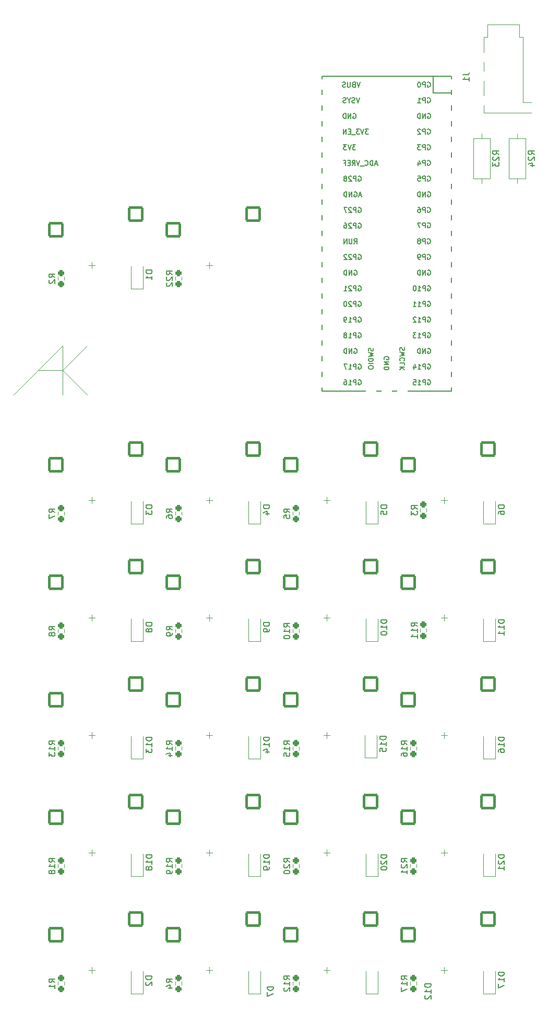
<source format=gbo>
%TF.GenerationSoftware,KiCad,Pcbnew,8.0.3*%
%TF.CreationDate,2024-07-24T12:49:44+02:00*%
%TF.ProjectId,programmable,70726f67-7261-46d6-9d61-626c652e6b69,rev?*%
%TF.SameCoordinates,Original*%
%TF.FileFunction,Legend,Bot*%
%TF.FilePolarity,Positive*%
%FSLAX46Y46*%
G04 Gerber Fmt 4.6, Leading zero omitted, Abs format (unit mm)*
G04 Created by KiCad (PCBNEW 8.0.3) date 2024-07-24 12:49:44*
%MOMM*%
%LPD*%
G01*
G04 APERTURE LIST*
G04 Aperture macros list*
%AMRoundRect*
0 Rectangle with rounded corners*
0 $1 Rounding radius*
0 $2 $3 $4 $5 $6 $7 $8 $9 X,Y pos of 4 corners*
0 Add a 4 corners polygon primitive as box body*
4,1,4,$2,$3,$4,$5,$6,$7,$8,$9,$2,$3,0*
0 Add four circle primitives for the rounded corners*
1,1,$1+$1,$2,$3*
1,1,$1+$1,$4,$5*
1,1,$1+$1,$6,$7*
1,1,$1+$1,$8,$9*
0 Add four rect primitives between the rounded corners*
20,1,$1+$1,$2,$3,$4,$5,0*
20,1,$1+$1,$4,$5,$6,$7,0*
20,1,$1+$1,$6,$7,$8,$9,0*
20,1,$1+$1,$8,$9,$2,$3,0*%
G04 Aperture macros list end*
%ADD10C,0.100000*%
%ADD11C,0.150000*%
%ADD12C,0.120000*%
%ADD13C,2.200000*%
%ADD14R,1.905000X1.905000*%
%ADD15C,1.905000*%
%ADD16C,1.701800*%
%ADD17C,3.000000*%
%ADD18C,3.987800*%
%ADD19RoundRect,0.200000X-1.075000X-1.050000X1.075000X-1.050000X1.075000X1.050000X-1.075000X1.050000X0*%
%ADD20R,1.200000X1.200000*%
%ADD21RoundRect,0.237500X-0.237500X0.250000X-0.237500X-0.250000X0.237500X-0.250000X0.237500X0.250000X0*%
%ADD22C,1.600000*%
%ADD23O,1.600000X1.600000*%
%ADD24R,2.500000X1.200000*%
%ADD25O,1.700000X1.700000*%
%ADD26R,3.500000X1.700000*%
%ADD27R,1.700000X1.700000*%
%ADD28R,1.700000X3.500000*%
G04 APERTURE END LIST*
D10*
X45052500Y-88679600D02*
X53052500Y-80679600D01*
X57052500Y-88679600D02*
X53052500Y-84679600D01*
X49052500Y-84679600D02*
X53052500Y-84679600D01*
X53052500Y-80679600D02*
X53052500Y-88679600D01*
X57052500Y-80679600D02*
X53052500Y-84679600D01*
D11*
X124707319Y-163255314D02*
X123707319Y-163255314D01*
X123707319Y-163255314D02*
X123707319Y-163493409D01*
X123707319Y-163493409D02*
X123754938Y-163636266D01*
X123754938Y-163636266D02*
X123850176Y-163731504D01*
X123850176Y-163731504D02*
X123945414Y-163779123D01*
X123945414Y-163779123D02*
X124135890Y-163826742D01*
X124135890Y-163826742D02*
X124278747Y-163826742D01*
X124278747Y-163826742D02*
X124469223Y-163779123D01*
X124469223Y-163779123D02*
X124564461Y-163731504D01*
X124564461Y-163731504D02*
X124659700Y-163636266D01*
X124659700Y-163636266D02*
X124707319Y-163493409D01*
X124707319Y-163493409D02*
X124707319Y-163255314D01*
X123802557Y-164207695D02*
X123754938Y-164255314D01*
X123754938Y-164255314D02*
X123707319Y-164350552D01*
X123707319Y-164350552D02*
X123707319Y-164588647D01*
X123707319Y-164588647D02*
X123754938Y-164683885D01*
X123754938Y-164683885D02*
X123802557Y-164731504D01*
X123802557Y-164731504D02*
X123897795Y-164779123D01*
X123897795Y-164779123D02*
X123993033Y-164779123D01*
X123993033Y-164779123D02*
X124135890Y-164731504D01*
X124135890Y-164731504D02*
X124707319Y-164160076D01*
X124707319Y-164160076D02*
X124707319Y-164779123D01*
X124707319Y-165731504D02*
X124707319Y-165160076D01*
X124707319Y-165445790D02*
X123707319Y-165445790D01*
X123707319Y-165445790D02*
X123850176Y-165350552D01*
X123850176Y-165350552D02*
X123945414Y-165255314D01*
X123945414Y-165255314D02*
X123993033Y-165160076D01*
X89907319Y-107762933D02*
X89431128Y-107429600D01*
X89907319Y-107191505D02*
X88907319Y-107191505D01*
X88907319Y-107191505D02*
X88907319Y-107572457D01*
X88907319Y-107572457D02*
X88954938Y-107667695D01*
X88954938Y-107667695D02*
X89002557Y-107715314D01*
X89002557Y-107715314D02*
X89097795Y-107762933D01*
X89097795Y-107762933D02*
X89240652Y-107762933D01*
X89240652Y-107762933D02*
X89335890Y-107715314D01*
X89335890Y-107715314D02*
X89383509Y-107667695D01*
X89383509Y-107667695D02*
X89431128Y-107572457D01*
X89431128Y-107572457D02*
X89431128Y-107191505D01*
X88907319Y-108667695D02*
X88907319Y-108191505D01*
X88907319Y-108191505D02*
X89383509Y-108143886D01*
X89383509Y-108143886D02*
X89335890Y-108191505D01*
X89335890Y-108191505D02*
X89288271Y-108286743D01*
X89288271Y-108286743D02*
X89288271Y-108524838D01*
X89288271Y-108524838D02*
X89335890Y-108620076D01*
X89335890Y-108620076D02*
X89383509Y-108667695D01*
X89383509Y-108667695D02*
X89478747Y-108715314D01*
X89478747Y-108715314D02*
X89716842Y-108715314D01*
X89716842Y-108715314D02*
X89812080Y-108667695D01*
X89812080Y-108667695D02*
X89859700Y-108620076D01*
X89859700Y-108620076D02*
X89907319Y-108524838D01*
X89907319Y-108524838D02*
X89907319Y-108286743D01*
X89907319Y-108286743D02*
X89859700Y-108191505D01*
X89859700Y-108191505D02*
X89812080Y-108143886D01*
X51807319Y-145386742D02*
X51331128Y-145053409D01*
X51807319Y-144815314D02*
X50807319Y-144815314D01*
X50807319Y-144815314D02*
X50807319Y-145196266D01*
X50807319Y-145196266D02*
X50854938Y-145291504D01*
X50854938Y-145291504D02*
X50902557Y-145339123D01*
X50902557Y-145339123D02*
X50997795Y-145386742D01*
X50997795Y-145386742D02*
X51140652Y-145386742D01*
X51140652Y-145386742D02*
X51235890Y-145339123D01*
X51235890Y-145339123D02*
X51283509Y-145291504D01*
X51283509Y-145291504D02*
X51331128Y-145196266D01*
X51331128Y-145196266D02*
X51331128Y-144815314D01*
X51807319Y-146339123D02*
X51807319Y-145767695D01*
X51807319Y-146053409D02*
X50807319Y-146053409D01*
X50807319Y-146053409D02*
X50950176Y-145958171D01*
X50950176Y-145958171D02*
X51045414Y-145862933D01*
X51045414Y-145862933D02*
X51093033Y-145767695D01*
X50807319Y-146672457D02*
X50807319Y-147291504D01*
X50807319Y-147291504D02*
X51188271Y-146958171D01*
X51188271Y-146958171D02*
X51188271Y-147101028D01*
X51188271Y-147101028D02*
X51235890Y-147196266D01*
X51235890Y-147196266D02*
X51283509Y-147243885D01*
X51283509Y-147243885D02*
X51378747Y-147291504D01*
X51378747Y-147291504D02*
X51616842Y-147291504D01*
X51616842Y-147291504D02*
X51712080Y-147243885D01*
X51712080Y-147243885D02*
X51759700Y-147196266D01*
X51759700Y-147196266D02*
X51807319Y-147101028D01*
X51807319Y-147101028D02*
X51807319Y-146815314D01*
X51807319Y-146815314D02*
X51759700Y-146720076D01*
X51759700Y-146720076D02*
X51712080Y-146672457D01*
X86607319Y-163255314D02*
X85607319Y-163255314D01*
X85607319Y-163255314D02*
X85607319Y-163493409D01*
X85607319Y-163493409D02*
X85654938Y-163636266D01*
X85654938Y-163636266D02*
X85750176Y-163731504D01*
X85750176Y-163731504D02*
X85845414Y-163779123D01*
X85845414Y-163779123D02*
X86035890Y-163826742D01*
X86035890Y-163826742D02*
X86178747Y-163826742D01*
X86178747Y-163826742D02*
X86369223Y-163779123D01*
X86369223Y-163779123D02*
X86464461Y-163731504D01*
X86464461Y-163731504D02*
X86559700Y-163636266D01*
X86559700Y-163636266D02*
X86607319Y-163493409D01*
X86607319Y-163493409D02*
X86607319Y-163255314D01*
X86607319Y-164779123D02*
X86607319Y-164207695D01*
X86607319Y-164493409D02*
X85607319Y-164493409D01*
X85607319Y-164493409D02*
X85750176Y-164398171D01*
X85750176Y-164398171D02*
X85845414Y-164302933D01*
X85845414Y-164302933D02*
X85893033Y-164207695D01*
X86607319Y-165255314D02*
X86607319Y-165445790D01*
X86607319Y-165445790D02*
X86559700Y-165541028D01*
X86559700Y-165541028D02*
X86512080Y-165588647D01*
X86512080Y-165588647D02*
X86369223Y-165683885D01*
X86369223Y-165683885D02*
X86178747Y-165731504D01*
X86178747Y-165731504D02*
X85797795Y-165731504D01*
X85797795Y-165731504D02*
X85702557Y-165683885D01*
X85702557Y-165683885D02*
X85654938Y-165636266D01*
X85654938Y-165636266D02*
X85607319Y-165541028D01*
X85607319Y-165541028D02*
X85607319Y-165350552D01*
X85607319Y-165350552D02*
X85654938Y-165255314D01*
X85654938Y-165255314D02*
X85702557Y-165207695D01*
X85702557Y-165207695D02*
X85797795Y-165160076D01*
X85797795Y-165160076D02*
X86035890Y-165160076D01*
X86035890Y-165160076D02*
X86131128Y-165207695D01*
X86131128Y-165207695D02*
X86178747Y-165255314D01*
X86178747Y-165255314D02*
X86226366Y-165350552D01*
X86226366Y-165350552D02*
X86226366Y-165541028D01*
X86226366Y-165541028D02*
X86178747Y-165636266D01*
X86178747Y-165636266D02*
X86131128Y-165683885D01*
X86131128Y-165683885D02*
X86035890Y-165731504D01*
X67557319Y-106581505D02*
X66557319Y-106581505D01*
X66557319Y-106581505D02*
X66557319Y-106819600D01*
X66557319Y-106819600D02*
X66604938Y-106962457D01*
X66604938Y-106962457D02*
X66700176Y-107057695D01*
X66700176Y-107057695D02*
X66795414Y-107105314D01*
X66795414Y-107105314D02*
X66985890Y-107152933D01*
X66985890Y-107152933D02*
X67128747Y-107152933D01*
X67128747Y-107152933D02*
X67319223Y-107105314D01*
X67319223Y-107105314D02*
X67414461Y-107057695D01*
X67414461Y-107057695D02*
X67509700Y-106962457D01*
X67509700Y-106962457D02*
X67557319Y-106819600D01*
X67557319Y-106819600D02*
X67557319Y-106581505D01*
X66557319Y-107486267D02*
X66557319Y-108105314D01*
X66557319Y-108105314D02*
X66938271Y-107771981D01*
X66938271Y-107771981D02*
X66938271Y-107914838D01*
X66938271Y-107914838D02*
X66985890Y-108010076D01*
X66985890Y-108010076D02*
X67033509Y-108057695D01*
X67033509Y-108057695D02*
X67128747Y-108105314D01*
X67128747Y-108105314D02*
X67366842Y-108105314D01*
X67366842Y-108105314D02*
X67462080Y-108057695D01*
X67462080Y-108057695D02*
X67509700Y-108010076D01*
X67509700Y-108010076D02*
X67557319Y-107914838D01*
X67557319Y-107914838D02*
X67557319Y-107629124D01*
X67557319Y-107629124D02*
X67509700Y-107533886D01*
X67509700Y-107533886D02*
X67462080Y-107486267D01*
X124707319Y-144205314D02*
X123707319Y-144205314D01*
X123707319Y-144205314D02*
X123707319Y-144443409D01*
X123707319Y-144443409D02*
X123754938Y-144586266D01*
X123754938Y-144586266D02*
X123850176Y-144681504D01*
X123850176Y-144681504D02*
X123945414Y-144729123D01*
X123945414Y-144729123D02*
X124135890Y-144776742D01*
X124135890Y-144776742D02*
X124278747Y-144776742D01*
X124278747Y-144776742D02*
X124469223Y-144729123D01*
X124469223Y-144729123D02*
X124564461Y-144681504D01*
X124564461Y-144681504D02*
X124659700Y-144586266D01*
X124659700Y-144586266D02*
X124707319Y-144443409D01*
X124707319Y-144443409D02*
X124707319Y-144205314D01*
X124707319Y-145729123D02*
X124707319Y-145157695D01*
X124707319Y-145443409D02*
X123707319Y-145443409D01*
X123707319Y-145443409D02*
X123850176Y-145348171D01*
X123850176Y-145348171D02*
X123945414Y-145252933D01*
X123945414Y-145252933D02*
X123993033Y-145157695D01*
X123707319Y-146586266D02*
X123707319Y-146395790D01*
X123707319Y-146395790D02*
X123754938Y-146300552D01*
X123754938Y-146300552D02*
X123802557Y-146252933D01*
X123802557Y-146252933D02*
X123945414Y-146157695D01*
X123945414Y-146157695D02*
X124135890Y-146110076D01*
X124135890Y-146110076D02*
X124516842Y-146110076D01*
X124516842Y-146110076D02*
X124612080Y-146157695D01*
X124612080Y-146157695D02*
X124659700Y-146205314D01*
X124659700Y-146205314D02*
X124707319Y-146300552D01*
X124707319Y-146300552D02*
X124707319Y-146491028D01*
X124707319Y-146491028D02*
X124659700Y-146586266D01*
X124659700Y-146586266D02*
X124612080Y-146633885D01*
X124612080Y-146633885D02*
X124516842Y-146681504D01*
X124516842Y-146681504D02*
X124278747Y-146681504D01*
X124278747Y-146681504D02*
X124183509Y-146633885D01*
X124183509Y-146633885D02*
X124135890Y-146586266D01*
X124135890Y-146586266D02*
X124088271Y-146491028D01*
X124088271Y-146491028D02*
X124088271Y-146300552D01*
X124088271Y-146300552D02*
X124135890Y-146205314D01*
X124135890Y-146205314D02*
X124183509Y-146157695D01*
X124183509Y-146157695D02*
X124278747Y-146110076D01*
X124707319Y-106581505D02*
X123707319Y-106581505D01*
X123707319Y-106581505D02*
X123707319Y-106819600D01*
X123707319Y-106819600D02*
X123754938Y-106962457D01*
X123754938Y-106962457D02*
X123850176Y-107057695D01*
X123850176Y-107057695D02*
X123945414Y-107105314D01*
X123945414Y-107105314D02*
X124135890Y-107152933D01*
X124135890Y-107152933D02*
X124278747Y-107152933D01*
X124278747Y-107152933D02*
X124469223Y-107105314D01*
X124469223Y-107105314D02*
X124564461Y-107057695D01*
X124564461Y-107057695D02*
X124659700Y-106962457D01*
X124659700Y-106962457D02*
X124707319Y-106819600D01*
X124707319Y-106819600D02*
X124707319Y-106581505D01*
X123707319Y-108010076D02*
X123707319Y-107819600D01*
X123707319Y-107819600D02*
X123754938Y-107724362D01*
X123754938Y-107724362D02*
X123802557Y-107676743D01*
X123802557Y-107676743D02*
X123945414Y-107581505D01*
X123945414Y-107581505D02*
X124135890Y-107533886D01*
X124135890Y-107533886D02*
X124516842Y-107533886D01*
X124516842Y-107533886D02*
X124612080Y-107581505D01*
X124612080Y-107581505D02*
X124659700Y-107629124D01*
X124659700Y-107629124D02*
X124707319Y-107724362D01*
X124707319Y-107724362D02*
X124707319Y-107914838D01*
X124707319Y-107914838D02*
X124659700Y-108010076D01*
X124659700Y-108010076D02*
X124612080Y-108057695D01*
X124612080Y-108057695D02*
X124516842Y-108105314D01*
X124516842Y-108105314D02*
X124278747Y-108105314D01*
X124278747Y-108105314D02*
X124183509Y-108057695D01*
X124183509Y-108057695D02*
X124135890Y-108010076D01*
X124135890Y-108010076D02*
X124088271Y-107914838D01*
X124088271Y-107914838D02*
X124088271Y-107724362D01*
X124088271Y-107724362D02*
X124135890Y-107629124D01*
X124135890Y-107629124D02*
X124183509Y-107581505D01*
X124183509Y-107581505D02*
X124278747Y-107533886D01*
X70857319Y-69186742D02*
X70381128Y-68853409D01*
X70857319Y-68615314D02*
X69857319Y-68615314D01*
X69857319Y-68615314D02*
X69857319Y-68996266D01*
X69857319Y-68996266D02*
X69904938Y-69091504D01*
X69904938Y-69091504D02*
X69952557Y-69139123D01*
X69952557Y-69139123D02*
X70047795Y-69186742D01*
X70047795Y-69186742D02*
X70190652Y-69186742D01*
X70190652Y-69186742D02*
X70285890Y-69139123D01*
X70285890Y-69139123D02*
X70333509Y-69091504D01*
X70333509Y-69091504D02*
X70381128Y-68996266D01*
X70381128Y-68996266D02*
X70381128Y-68615314D01*
X69952557Y-69567695D02*
X69904938Y-69615314D01*
X69904938Y-69615314D02*
X69857319Y-69710552D01*
X69857319Y-69710552D02*
X69857319Y-69948647D01*
X69857319Y-69948647D02*
X69904938Y-70043885D01*
X69904938Y-70043885D02*
X69952557Y-70091504D01*
X69952557Y-70091504D02*
X70047795Y-70139123D01*
X70047795Y-70139123D02*
X70143033Y-70139123D01*
X70143033Y-70139123D02*
X70285890Y-70091504D01*
X70285890Y-70091504D02*
X70857319Y-69520076D01*
X70857319Y-69520076D02*
X70857319Y-70139123D01*
X69952557Y-70520076D02*
X69904938Y-70567695D01*
X69904938Y-70567695D02*
X69857319Y-70662933D01*
X69857319Y-70662933D02*
X69857319Y-70901028D01*
X69857319Y-70901028D02*
X69904938Y-70996266D01*
X69904938Y-70996266D02*
X69952557Y-71043885D01*
X69952557Y-71043885D02*
X70047795Y-71091504D01*
X70047795Y-71091504D02*
X70143033Y-71091504D01*
X70143033Y-71091504D02*
X70285890Y-71043885D01*
X70285890Y-71043885D02*
X70857319Y-70472457D01*
X70857319Y-70472457D02*
X70857319Y-71091504D01*
X110577319Y-126224242D02*
X110101128Y-125890909D01*
X110577319Y-125652814D02*
X109577319Y-125652814D01*
X109577319Y-125652814D02*
X109577319Y-126033766D01*
X109577319Y-126033766D02*
X109624938Y-126129004D01*
X109624938Y-126129004D02*
X109672557Y-126176623D01*
X109672557Y-126176623D02*
X109767795Y-126224242D01*
X109767795Y-126224242D02*
X109910652Y-126224242D01*
X109910652Y-126224242D02*
X110005890Y-126176623D01*
X110005890Y-126176623D02*
X110053509Y-126129004D01*
X110053509Y-126129004D02*
X110101128Y-126033766D01*
X110101128Y-126033766D02*
X110101128Y-125652814D01*
X110577319Y-127176623D02*
X110577319Y-126605195D01*
X110577319Y-126890909D02*
X109577319Y-126890909D01*
X109577319Y-126890909D02*
X109720176Y-126795671D01*
X109720176Y-126795671D02*
X109815414Y-126700433D01*
X109815414Y-126700433D02*
X109863033Y-126605195D01*
X110577319Y-128129004D02*
X110577319Y-127557576D01*
X110577319Y-127843290D02*
X109577319Y-127843290D01*
X109577319Y-127843290D02*
X109720176Y-127748052D01*
X109720176Y-127748052D02*
X109815414Y-127652814D01*
X109815414Y-127652814D02*
X109863033Y-127557576D01*
X89907319Y-145386742D02*
X89431128Y-145053409D01*
X89907319Y-144815314D02*
X88907319Y-144815314D01*
X88907319Y-144815314D02*
X88907319Y-145196266D01*
X88907319Y-145196266D02*
X88954938Y-145291504D01*
X88954938Y-145291504D02*
X89002557Y-145339123D01*
X89002557Y-145339123D02*
X89097795Y-145386742D01*
X89097795Y-145386742D02*
X89240652Y-145386742D01*
X89240652Y-145386742D02*
X89335890Y-145339123D01*
X89335890Y-145339123D02*
X89383509Y-145291504D01*
X89383509Y-145291504D02*
X89431128Y-145196266D01*
X89431128Y-145196266D02*
X89431128Y-144815314D01*
X89907319Y-146339123D02*
X89907319Y-145767695D01*
X89907319Y-146053409D02*
X88907319Y-146053409D01*
X88907319Y-146053409D02*
X89050176Y-145958171D01*
X89050176Y-145958171D02*
X89145414Y-145862933D01*
X89145414Y-145862933D02*
X89193033Y-145767695D01*
X88907319Y-147243885D02*
X88907319Y-146767695D01*
X88907319Y-146767695D02*
X89383509Y-146720076D01*
X89383509Y-146720076D02*
X89335890Y-146767695D01*
X89335890Y-146767695D02*
X89288271Y-146862933D01*
X89288271Y-146862933D02*
X89288271Y-147101028D01*
X89288271Y-147101028D02*
X89335890Y-147196266D01*
X89335890Y-147196266D02*
X89383509Y-147243885D01*
X89383509Y-147243885D02*
X89478747Y-147291504D01*
X89478747Y-147291504D02*
X89716842Y-147291504D01*
X89716842Y-147291504D02*
X89812080Y-147243885D01*
X89812080Y-147243885D02*
X89859700Y-147196266D01*
X89859700Y-147196266D02*
X89907319Y-147101028D01*
X89907319Y-147101028D02*
X89907319Y-146862933D01*
X89907319Y-146862933D02*
X89859700Y-146767695D01*
X89859700Y-146767695D02*
X89812080Y-146720076D01*
X112785019Y-184192614D02*
X111785019Y-184192614D01*
X111785019Y-184192614D02*
X111785019Y-184430709D01*
X111785019Y-184430709D02*
X111832638Y-184573566D01*
X111832638Y-184573566D02*
X111927876Y-184668804D01*
X111927876Y-184668804D02*
X112023114Y-184716423D01*
X112023114Y-184716423D02*
X112213590Y-184764042D01*
X112213590Y-184764042D02*
X112356447Y-184764042D01*
X112356447Y-184764042D02*
X112546923Y-184716423D01*
X112546923Y-184716423D02*
X112642161Y-184668804D01*
X112642161Y-184668804D02*
X112737400Y-184573566D01*
X112737400Y-184573566D02*
X112785019Y-184430709D01*
X112785019Y-184430709D02*
X112785019Y-184192614D01*
X112785019Y-185716423D02*
X112785019Y-185144995D01*
X112785019Y-185430709D02*
X111785019Y-185430709D01*
X111785019Y-185430709D02*
X111927876Y-185335471D01*
X111927876Y-185335471D02*
X112023114Y-185240233D01*
X112023114Y-185240233D02*
X112070733Y-185144995D01*
X111880257Y-186097376D02*
X111832638Y-186144995D01*
X111832638Y-186144995D02*
X111785019Y-186240233D01*
X111785019Y-186240233D02*
X111785019Y-186478328D01*
X111785019Y-186478328D02*
X111832638Y-186573566D01*
X111832638Y-186573566D02*
X111880257Y-186621185D01*
X111880257Y-186621185D02*
X111975495Y-186668804D01*
X111975495Y-186668804D02*
X112070733Y-186668804D01*
X112070733Y-186668804D02*
X112213590Y-186621185D01*
X112213590Y-186621185D02*
X112785019Y-186049757D01*
X112785019Y-186049757D02*
X112785019Y-186668804D01*
X124707319Y-125155314D02*
X123707319Y-125155314D01*
X123707319Y-125155314D02*
X123707319Y-125393409D01*
X123707319Y-125393409D02*
X123754938Y-125536266D01*
X123754938Y-125536266D02*
X123850176Y-125631504D01*
X123850176Y-125631504D02*
X123945414Y-125679123D01*
X123945414Y-125679123D02*
X124135890Y-125726742D01*
X124135890Y-125726742D02*
X124278747Y-125726742D01*
X124278747Y-125726742D02*
X124469223Y-125679123D01*
X124469223Y-125679123D02*
X124564461Y-125631504D01*
X124564461Y-125631504D02*
X124659700Y-125536266D01*
X124659700Y-125536266D02*
X124707319Y-125393409D01*
X124707319Y-125393409D02*
X124707319Y-125155314D01*
X124707319Y-126679123D02*
X124707319Y-126107695D01*
X124707319Y-126393409D02*
X123707319Y-126393409D01*
X123707319Y-126393409D02*
X123850176Y-126298171D01*
X123850176Y-126298171D02*
X123945414Y-126202933D01*
X123945414Y-126202933D02*
X123993033Y-126107695D01*
X124707319Y-127631504D02*
X124707319Y-127060076D01*
X124707319Y-127345790D02*
X123707319Y-127345790D01*
X123707319Y-127345790D02*
X123850176Y-127250552D01*
X123850176Y-127250552D02*
X123945414Y-127155314D01*
X123945414Y-127155314D02*
X123993033Y-127060076D01*
X123842319Y-49721742D02*
X123366128Y-49388409D01*
X123842319Y-49150314D02*
X122842319Y-49150314D01*
X122842319Y-49150314D02*
X122842319Y-49531266D01*
X122842319Y-49531266D02*
X122889938Y-49626504D01*
X122889938Y-49626504D02*
X122937557Y-49674123D01*
X122937557Y-49674123D02*
X123032795Y-49721742D01*
X123032795Y-49721742D02*
X123175652Y-49721742D01*
X123175652Y-49721742D02*
X123270890Y-49674123D01*
X123270890Y-49674123D02*
X123318509Y-49626504D01*
X123318509Y-49626504D02*
X123366128Y-49531266D01*
X123366128Y-49531266D02*
X123366128Y-49150314D01*
X122937557Y-50102695D02*
X122889938Y-50150314D01*
X122889938Y-50150314D02*
X122842319Y-50245552D01*
X122842319Y-50245552D02*
X122842319Y-50483647D01*
X122842319Y-50483647D02*
X122889938Y-50578885D01*
X122889938Y-50578885D02*
X122937557Y-50626504D01*
X122937557Y-50626504D02*
X123032795Y-50674123D01*
X123032795Y-50674123D02*
X123128033Y-50674123D01*
X123128033Y-50674123D02*
X123270890Y-50626504D01*
X123270890Y-50626504D02*
X123842319Y-50055076D01*
X123842319Y-50055076D02*
X123842319Y-50674123D01*
X122842319Y-51007457D02*
X122842319Y-51626504D01*
X122842319Y-51626504D02*
X123223271Y-51293171D01*
X123223271Y-51293171D02*
X123223271Y-51436028D01*
X123223271Y-51436028D02*
X123270890Y-51531266D01*
X123270890Y-51531266D02*
X123318509Y-51578885D01*
X123318509Y-51578885D02*
X123413747Y-51626504D01*
X123413747Y-51626504D02*
X123651842Y-51626504D01*
X123651842Y-51626504D02*
X123747080Y-51578885D01*
X123747080Y-51578885D02*
X123794700Y-51531266D01*
X123794700Y-51531266D02*
X123842319Y-51436028D01*
X123842319Y-51436028D02*
X123842319Y-51150314D01*
X123842319Y-51150314D02*
X123794700Y-51055076D01*
X123794700Y-51055076D02*
X123747080Y-51007457D01*
X86607319Y-144205314D02*
X85607319Y-144205314D01*
X85607319Y-144205314D02*
X85607319Y-144443409D01*
X85607319Y-144443409D02*
X85654938Y-144586266D01*
X85654938Y-144586266D02*
X85750176Y-144681504D01*
X85750176Y-144681504D02*
X85845414Y-144729123D01*
X85845414Y-144729123D02*
X86035890Y-144776742D01*
X86035890Y-144776742D02*
X86178747Y-144776742D01*
X86178747Y-144776742D02*
X86369223Y-144729123D01*
X86369223Y-144729123D02*
X86464461Y-144681504D01*
X86464461Y-144681504D02*
X86559700Y-144586266D01*
X86559700Y-144586266D02*
X86607319Y-144443409D01*
X86607319Y-144443409D02*
X86607319Y-144205314D01*
X86607319Y-145729123D02*
X86607319Y-145157695D01*
X86607319Y-145443409D02*
X85607319Y-145443409D01*
X85607319Y-145443409D02*
X85750176Y-145348171D01*
X85750176Y-145348171D02*
X85845414Y-145252933D01*
X85845414Y-145252933D02*
X85893033Y-145157695D01*
X85940652Y-146586266D02*
X86607319Y-146586266D01*
X85559700Y-146348171D02*
X86273985Y-146110076D01*
X86273985Y-146110076D02*
X86273985Y-146729123D01*
X118002319Y-36791266D02*
X118716604Y-36791266D01*
X118716604Y-36791266D02*
X118859461Y-36743647D01*
X118859461Y-36743647D02*
X118954700Y-36648409D01*
X118954700Y-36648409D02*
X119002319Y-36505552D01*
X119002319Y-36505552D02*
X119002319Y-36410314D01*
X119002319Y-37791266D02*
X119002319Y-37219838D01*
X119002319Y-37505552D02*
X118002319Y-37505552D01*
X118002319Y-37505552D02*
X118145176Y-37410314D01*
X118145176Y-37410314D02*
X118240414Y-37315076D01*
X118240414Y-37315076D02*
X118288033Y-37219838D01*
X89907319Y-164436742D02*
X89431128Y-164103409D01*
X89907319Y-163865314D02*
X88907319Y-163865314D01*
X88907319Y-163865314D02*
X88907319Y-164246266D01*
X88907319Y-164246266D02*
X88954938Y-164341504D01*
X88954938Y-164341504D02*
X89002557Y-164389123D01*
X89002557Y-164389123D02*
X89097795Y-164436742D01*
X89097795Y-164436742D02*
X89240652Y-164436742D01*
X89240652Y-164436742D02*
X89335890Y-164389123D01*
X89335890Y-164389123D02*
X89383509Y-164341504D01*
X89383509Y-164341504D02*
X89431128Y-164246266D01*
X89431128Y-164246266D02*
X89431128Y-163865314D01*
X89002557Y-164817695D02*
X88954938Y-164865314D01*
X88954938Y-164865314D02*
X88907319Y-164960552D01*
X88907319Y-164960552D02*
X88907319Y-165198647D01*
X88907319Y-165198647D02*
X88954938Y-165293885D01*
X88954938Y-165293885D02*
X89002557Y-165341504D01*
X89002557Y-165341504D02*
X89097795Y-165389123D01*
X89097795Y-165389123D02*
X89193033Y-165389123D01*
X89193033Y-165389123D02*
X89335890Y-165341504D01*
X89335890Y-165341504D02*
X89907319Y-164770076D01*
X89907319Y-164770076D02*
X89907319Y-165389123D01*
X88907319Y-166008171D02*
X88907319Y-166103409D01*
X88907319Y-166103409D02*
X88954938Y-166198647D01*
X88954938Y-166198647D02*
X89002557Y-166246266D01*
X89002557Y-166246266D02*
X89097795Y-166293885D01*
X89097795Y-166293885D02*
X89288271Y-166341504D01*
X89288271Y-166341504D02*
X89526366Y-166341504D01*
X89526366Y-166341504D02*
X89716842Y-166293885D01*
X89716842Y-166293885D02*
X89812080Y-166246266D01*
X89812080Y-166246266D02*
X89859700Y-166198647D01*
X89859700Y-166198647D02*
X89907319Y-166103409D01*
X89907319Y-166103409D02*
X89907319Y-166008171D01*
X89907319Y-166008171D02*
X89859700Y-165912933D01*
X89859700Y-165912933D02*
X89812080Y-165865314D01*
X89812080Y-165865314D02*
X89716842Y-165817695D01*
X89716842Y-165817695D02*
X89526366Y-165770076D01*
X89526366Y-165770076D02*
X89288271Y-165770076D01*
X89288271Y-165770076D02*
X89097795Y-165817695D01*
X89097795Y-165817695D02*
X89002557Y-165865314D01*
X89002557Y-165865314D02*
X88954938Y-165912933D01*
X88954938Y-165912933D02*
X88907319Y-166008171D01*
X67557319Y-144205314D02*
X66557319Y-144205314D01*
X66557319Y-144205314D02*
X66557319Y-144443409D01*
X66557319Y-144443409D02*
X66604938Y-144586266D01*
X66604938Y-144586266D02*
X66700176Y-144681504D01*
X66700176Y-144681504D02*
X66795414Y-144729123D01*
X66795414Y-144729123D02*
X66985890Y-144776742D01*
X66985890Y-144776742D02*
X67128747Y-144776742D01*
X67128747Y-144776742D02*
X67319223Y-144729123D01*
X67319223Y-144729123D02*
X67414461Y-144681504D01*
X67414461Y-144681504D02*
X67509700Y-144586266D01*
X67509700Y-144586266D02*
X67557319Y-144443409D01*
X67557319Y-144443409D02*
X67557319Y-144205314D01*
X67557319Y-145729123D02*
X67557319Y-145157695D01*
X67557319Y-145443409D02*
X66557319Y-145443409D01*
X66557319Y-145443409D02*
X66700176Y-145348171D01*
X66700176Y-145348171D02*
X66795414Y-145252933D01*
X66795414Y-145252933D02*
X66843033Y-145157695D01*
X66557319Y-146062457D02*
X66557319Y-146681504D01*
X66557319Y-146681504D02*
X66938271Y-146348171D01*
X66938271Y-146348171D02*
X66938271Y-146491028D01*
X66938271Y-146491028D02*
X66985890Y-146586266D01*
X66985890Y-146586266D02*
X67033509Y-146633885D01*
X67033509Y-146633885D02*
X67128747Y-146681504D01*
X67128747Y-146681504D02*
X67366842Y-146681504D01*
X67366842Y-146681504D02*
X67462080Y-146633885D01*
X67462080Y-146633885D02*
X67509700Y-146586266D01*
X67509700Y-146586266D02*
X67557319Y-146491028D01*
X67557319Y-146491028D02*
X67557319Y-146205314D01*
X67557319Y-146205314D02*
X67509700Y-146110076D01*
X67509700Y-146110076D02*
X67462080Y-146062457D01*
X70857319Y-164436742D02*
X70381128Y-164103409D01*
X70857319Y-163865314D02*
X69857319Y-163865314D01*
X69857319Y-163865314D02*
X69857319Y-164246266D01*
X69857319Y-164246266D02*
X69904938Y-164341504D01*
X69904938Y-164341504D02*
X69952557Y-164389123D01*
X69952557Y-164389123D02*
X70047795Y-164436742D01*
X70047795Y-164436742D02*
X70190652Y-164436742D01*
X70190652Y-164436742D02*
X70285890Y-164389123D01*
X70285890Y-164389123D02*
X70333509Y-164341504D01*
X70333509Y-164341504D02*
X70381128Y-164246266D01*
X70381128Y-164246266D02*
X70381128Y-163865314D01*
X70857319Y-165389123D02*
X70857319Y-164817695D01*
X70857319Y-165103409D02*
X69857319Y-165103409D01*
X69857319Y-165103409D02*
X70000176Y-165008171D01*
X70000176Y-165008171D02*
X70095414Y-164912933D01*
X70095414Y-164912933D02*
X70143033Y-164817695D01*
X70857319Y-165865314D02*
X70857319Y-166055790D01*
X70857319Y-166055790D02*
X70809700Y-166151028D01*
X70809700Y-166151028D02*
X70762080Y-166198647D01*
X70762080Y-166198647D02*
X70619223Y-166293885D01*
X70619223Y-166293885D02*
X70428747Y-166341504D01*
X70428747Y-166341504D02*
X70047795Y-166341504D01*
X70047795Y-166341504D02*
X69952557Y-166293885D01*
X69952557Y-166293885D02*
X69904938Y-166246266D01*
X69904938Y-166246266D02*
X69857319Y-166151028D01*
X69857319Y-166151028D02*
X69857319Y-165960552D01*
X69857319Y-165960552D02*
X69904938Y-165865314D01*
X69904938Y-165865314D02*
X69952557Y-165817695D01*
X69952557Y-165817695D02*
X70047795Y-165770076D01*
X70047795Y-165770076D02*
X70285890Y-165770076D01*
X70285890Y-165770076D02*
X70381128Y-165817695D01*
X70381128Y-165817695D02*
X70428747Y-165865314D01*
X70428747Y-165865314D02*
X70476366Y-165960552D01*
X70476366Y-165960552D02*
X70476366Y-166151028D01*
X70476366Y-166151028D02*
X70428747Y-166246266D01*
X70428747Y-166246266D02*
X70381128Y-166293885D01*
X70381128Y-166293885D02*
X70285890Y-166341504D01*
X110577319Y-107200433D02*
X110101128Y-106867100D01*
X110577319Y-106629005D02*
X109577319Y-106629005D01*
X109577319Y-106629005D02*
X109577319Y-107009957D01*
X109577319Y-107009957D02*
X109624938Y-107105195D01*
X109624938Y-107105195D02*
X109672557Y-107152814D01*
X109672557Y-107152814D02*
X109767795Y-107200433D01*
X109767795Y-107200433D02*
X109910652Y-107200433D01*
X109910652Y-107200433D02*
X110005890Y-107152814D01*
X110005890Y-107152814D02*
X110053509Y-107105195D01*
X110053509Y-107105195D02*
X110101128Y-107009957D01*
X110101128Y-107009957D02*
X110101128Y-106629005D01*
X109577319Y-107533767D02*
X109577319Y-108152814D01*
X109577319Y-108152814D02*
X109958271Y-107819481D01*
X109958271Y-107819481D02*
X109958271Y-107962338D01*
X109958271Y-107962338D02*
X110005890Y-108057576D01*
X110005890Y-108057576D02*
X110053509Y-108105195D01*
X110053509Y-108105195D02*
X110148747Y-108152814D01*
X110148747Y-108152814D02*
X110386842Y-108152814D01*
X110386842Y-108152814D02*
X110482080Y-108105195D01*
X110482080Y-108105195D02*
X110529700Y-108057576D01*
X110529700Y-108057576D02*
X110577319Y-107962338D01*
X110577319Y-107962338D02*
X110577319Y-107676624D01*
X110577319Y-107676624D02*
X110529700Y-107581386D01*
X110529700Y-107581386D02*
X110482080Y-107533767D01*
X51807319Y-69662933D02*
X51331128Y-69329600D01*
X51807319Y-69091505D02*
X50807319Y-69091505D01*
X50807319Y-69091505D02*
X50807319Y-69472457D01*
X50807319Y-69472457D02*
X50854938Y-69567695D01*
X50854938Y-69567695D02*
X50902557Y-69615314D01*
X50902557Y-69615314D02*
X50997795Y-69662933D01*
X50997795Y-69662933D02*
X51140652Y-69662933D01*
X51140652Y-69662933D02*
X51235890Y-69615314D01*
X51235890Y-69615314D02*
X51283509Y-69567695D01*
X51283509Y-69567695D02*
X51331128Y-69472457D01*
X51331128Y-69472457D02*
X51331128Y-69091505D01*
X50902557Y-70043886D02*
X50854938Y-70091505D01*
X50854938Y-70091505D02*
X50807319Y-70186743D01*
X50807319Y-70186743D02*
X50807319Y-70424838D01*
X50807319Y-70424838D02*
X50854938Y-70520076D01*
X50854938Y-70520076D02*
X50902557Y-70567695D01*
X50902557Y-70567695D02*
X50997795Y-70615314D01*
X50997795Y-70615314D02*
X51093033Y-70615314D01*
X51093033Y-70615314D02*
X51235890Y-70567695D01*
X51235890Y-70567695D02*
X51807319Y-69996267D01*
X51807319Y-69996267D02*
X51807319Y-70615314D01*
X105657319Y-125155314D02*
X104657319Y-125155314D01*
X104657319Y-125155314D02*
X104657319Y-125393409D01*
X104657319Y-125393409D02*
X104704938Y-125536266D01*
X104704938Y-125536266D02*
X104800176Y-125631504D01*
X104800176Y-125631504D02*
X104895414Y-125679123D01*
X104895414Y-125679123D02*
X105085890Y-125726742D01*
X105085890Y-125726742D02*
X105228747Y-125726742D01*
X105228747Y-125726742D02*
X105419223Y-125679123D01*
X105419223Y-125679123D02*
X105514461Y-125631504D01*
X105514461Y-125631504D02*
X105609700Y-125536266D01*
X105609700Y-125536266D02*
X105657319Y-125393409D01*
X105657319Y-125393409D02*
X105657319Y-125155314D01*
X105657319Y-126679123D02*
X105657319Y-126107695D01*
X105657319Y-126393409D02*
X104657319Y-126393409D01*
X104657319Y-126393409D02*
X104800176Y-126298171D01*
X104800176Y-126298171D02*
X104895414Y-126202933D01*
X104895414Y-126202933D02*
X104943033Y-126107695D01*
X104657319Y-127298171D02*
X104657319Y-127393409D01*
X104657319Y-127393409D02*
X104704938Y-127488647D01*
X104704938Y-127488647D02*
X104752557Y-127536266D01*
X104752557Y-127536266D02*
X104847795Y-127583885D01*
X104847795Y-127583885D02*
X105038271Y-127631504D01*
X105038271Y-127631504D02*
X105276366Y-127631504D01*
X105276366Y-127631504D02*
X105466842Y-127583885D01*
X105466842Y-127583885D02*
X105562080Y-127536266D01*
X105562080Y-127536266D02*
X105609700Y-127488647D01*
X105609700Y-127488647D02*
X105657319Y-127393409D01*
X105657319Y-127393409D02*
X105657319Y-127298171D01*
X105657319Y-127298171D02*
X105609700Y-127202933D01*
X105609700Y-127202933D02*
X105562080Y-127155314D01*
X105562080Y-127155314D02*
X105466842Y-127107695D01*
X105466842Y-127107695D02*
X105276366Y-127060076D01*
X105276366Y-127060076D02*
X105038271Y-127060076D01*
X105038271Y-127060076D02*
X104847795Y-127107695D01*
X104847795Y-127107695D02*
X104752557Y-127155314D01*
X104752557Y-127155314D02*
X104704938Y-127202933D01*
X104704938Y-127202933D02*
X104657319Y-127298171D01*
X51807319Y-164436742D02*
X51331128Y-164103409D01*
X51807319Y-163865314D02*
X50807319Y-163865314D01*
X50807319Y-163865314D02*
X50807319Y-164246266D01*
X50807319Y-164246266D02*
X50854938Y-164341504D01*
X50854938Y-164341504D02*
X50902557Y-164389123D01*
X50902557Y-164389123D02*
X50997795Y-164436742D01*
X50997795Y-164436742D02*
X51140652Y-164436742D01*
X51140652Y-164436742D02*
X51235890Y-164389123D01*
X51235890Y-164389123D02*
X51283509Y-164341504D01*
X51283509Y-164341504D02*
X51331128Y-164246266D01*
X51331128Y-164246266D02*
X51331128Y-163865314D01*
X51807319Y-165389123D02*
X51807319Y-164817695D01*
X51807319Y-165103409D02*
X50807319Y-165103409D01*
X50807319Y-165103409D02*
X50950176Y-165008171D01*
X50950176Y-165008171D02*
X51045414Y-164912933D01*
X51045414Y-164912933D02*
X51093033Y-164817695D01*
X51235890Y-165960552D02*
X51188271Y-165865314D01*
X51188271Y-165865314D02*
X51140652Y-165817695D01*
X51140652Y-165817695D02*
X51045414Y-165770076D01*
X51045414Y-165770076D02*
X50997795Y-165770076D01*
X50997795Y-165770076D02*
X50902557Y-165817695D01*
X50902557Y-165817695D02*
X50854938Y-165865314D01*
X50854938Y-165865314D02*
X50807319Y-165960552D01*
X50807319Y-165960552D02*
X50807319Y-166151028D01*
X50807319Y-166151028D02*
X50854938Y-166246266D01*
X50854938Y-166246266D02*
X50902557Y-166293885D01*
X50902557Y-166293885D02*
X50997795Y-166341504D01*
X50997795Y-166341504D02*
X51045414Y-166341504D01*
X51045414Y-166341504D02*
X51140652Y-166293885D01*
X51140652Y-166293885D02*
X51188271Y-166246266D01*
X51188271Y-166246266D02*
X51235890Y-166151028D01*
X51235890Y-166151028D02*
X51235890Y-165960552D01*
X51235890Y-165960552D02*
X51283509Y-165865314D01*
X51283509Y-165865314D02*
X51331128Y-165817695D01*
X51331128Y-165817695D02*
X51426366Y-165770076D01*
X51426366Y-165770076D02*
X51616842Y-165770076D01*
X51616842Y-165770076D02*
X51712080Y-165817695D01*
X51712080Y-165817695D02*
X51759700Y-165865314D01*
X51759700Y-165865314D02*
X51807319Y-165960552D01*
X51807319Y-165960552D02*
X51807319Y-166151028D01*
X51807319Y-166151028D02*
X51759700Y-166246266D01*
X51759700Y-166246266D02*
X51712080Y-166293885D01*
X51712080Y-166293885D02*
X51616842Y-166341504D01*
X51616842Y-166341504D02*
X51426366Y-166341504D01*
X51426366Y-166341504D02*
X51331128Y-166293885D01*
X51331128Y-166293885D02*
X51283509Y-166246266D01*
X51283509Y-166246266D02*
X51235890Y-166151028D01*
X51807319Y-126812933D02*
X51331128Y-126479600D01*
X51807319Y-126241505D02*
X50807319Y-126241505D01*
X50807319Y-126241505D02*
X50807319Y-126622457D01*
X50807319Y-126622457D02*
X50854938Y-126717695D01*
X50854938Y-126717695D02*
X50902557Y-126765314D01*
X50902557Y-126765314D02*
X50997795Y-126812933D01*
X50997795Y-126812933D02*
X51140652Y-126812933D01*
X51140652Y-126812933D02*
X51235890Y-126765314D01*
X51235890Y-126765314D02*
X51283509Y-126717695D01*
X51283509Y-126717695D02*
X51331128Y-126622457D01*
X51331128Y-126622457D02*
X51331128Y-126241505D01*
X51235890Y-127384362D02*
X51188271Y-127289124D01*
X51188271Y-127289124D02*
X51140652Y-127241505D01*
X51140652Y-127241505D02*
X51045414Y-127193886D01*
X51045414Y-127193886D02*
X50997795Y-127193886D01*
X50997795Y-127193886D02*
X50902557Y-127241505D01*
X50902557Y-127241505D02*
X50854938Y-127289124D01*
X50854938Y-127289124D02*
X50807319Y-127384362D01*
X50807319Y-127384362D02*
X50807319Y-127574838D01*
X50807319Y-127574838D02*
X50854938Y-127670076D01*
X50854938Y-127670076D02*
X50902557Y-127717695D01*
X50902557Y-127717695D02*
X50997795Y-127765314D01*
X50997795Y-127765314D02*
X51045414Y-127765314D01*
X51045414Y-127765314D02*
X51140652Y-127717695D01*
X51140652Y-127717695D02*
X51188271Y-127670076D01*
X51188271Y-127670076D02*
X51235890Y-127574838D01*
X51235890Y-127574838D02*
X51235890Y-127384362D01*
X51235890Y-127384362D02*
X51283509Y-127289124D01*
X51283509Y-127289124D02*
X51331128Y-127241505D01*
X51331128Y-127241505D02*
X51426366Y-127193886D01*
X51426366Y-127193886D02*
X51616842Y-127193886D01*
X51616842Y-127193886D02*
X51712080Y-127241505D01*
X51712080Y-127241505D02*
X51759700Y-127289124D01*
X51759700Y-127289124D02*
X51807319Y-127384362D01*
X51807319Y-127384362D02*
X51807319Y-127574838D01*
X51807319Y-127574838D02*
X51759700Y-127670076D01*
X51759700Y-127670076D02*
X51712080Y-127717695D01*
X51712080Y-127717695D02*
X51616842Y-127765314D01*
X51616842Y-127765314D02*
X51426366Y-127765314D01*
X51426366Y-127765314D02*
X51331128Y-127717695D01*
X51331128Y-127717695D02*
X51283509Y-127670076D01*
X51283509Y-127670076D02*
X51235890Y-127574838D01*
X70857319Y-107762933D02*
X70381128Y-107429600D01*
X70857319Y-107191505D02*
X69857319Y-107191505D01*
X69857319Y-107191505D02*
X69857319Y-107572457D01*
X69857319Y-107572457D02*
X69904938Y-107667695D01*
X69904938Y-107667695D02*
X69952557Y-107715314D01*
X69952557Y-107715314D02*
X70047795Y-107762933D01*
X70047795Y-107762933D02*
X70190652Y-107762933D01*
X70190652Y-107762933D02*
X70285890Y-107715314D01*
X70285890Y-107715314D02*
X70333509Y-107667695D01*
X70333509Y-107667695D02*
X70381128Y-107572457D01*
X70381128Y-107572457D02*
X70381128Y-107191505D01*
X69857319Y-108620076D02*
X69857319Y-108429600D01*
X69857319Y-108429600D02*
X69904938Y-108334362D01*
X69904938Y-108334362D02*
X69952557Y-108286743D01*
X69952557Y-108286743D02*
X70095414Y-108191505D01*
X70095414Y-108191505D02*
X70285890Y-108143886D01*
X70285890Y-108143886D02*
X70666842Y-108143886D01*
X70666842Y-108143886D02*
X70762080Y-108191505D01*
X70762080Y-108191505D02*
X70809700Y-108239124D01*
X70809700Y-108239124D02*
X70857319Y-108334362D01*
X70857319Y-108334362D02*
X70857319Y-108524838D01*
X70857319Y-108524838D02*
X70809700Y-108620076D01*
X70809700Y-108620076D02*
X70762080Y-108667695D01*
X70762080Y-108667695D02*
X70666842Y-108715314D01*
X70666842Y-108715314D02*
X70428747Y-108715314D01*
X70428747Y-108715314D02*
X70333509Y-108667695D01*
X70333509Y-108667695D02*
X70285890Y-108620076D01*
X70285890Y-108620076D02*
X70238271Y-108524838D01*
X70238271Y-108524838D02*
X70238271Y-108334362D01*
X70238271Y-108334362D02*
X70285890Y-108239124D01*
X70285890Y-108239124D02*
X70333509Y-108191505D01*
X70333509Y-108191505D02*
X70428747Y-108143886D01*
X105657319Y-163255314D02*
X104657319Y-163255314D01*
X104657319Y-163255314D02*
X104657319Y-163493409D01*
X104657319Y-163493409D02*
X104704938Y-163636266D01*
X104704938Y-163636266D02*
X104800176Y-163731504D01*
X104800176Y-163731504D02*
X104895414Y-163779123D01*
X104895414Y-163779123D02*
X105085890Y-163826742D01*
X105085890Y-163826742D02*
X105228747Y-163826742D01*
X105228747Y-163826742D02*
X105419223Y-163779123D01*
X105419223Y-163779123D02*
X105514461Y-163731504D01*
X105514461Y-163731504D02*
X105609700Y-163636266D01*
X105609700Y-163636266D02*
X105657319Y-163493409D01*
X105657319Y-163493409D02*
X105657319Y-163255314D01*
X104752557Y-164207695D02*
X104704938Y-164255314D01*
X104704938Y-164255314D02*
X104657319Y-164350552D01*
X104657319Y-164350552D02*
X104657319Y-164588647D01*
X104657319Y-164588647D02*
X104704938Y-164683885D01*
X104704938Y-164683885D02*
X104752557Y-164731504D01*
X104752557Y-164731504D02*
X104847795Y-164779123D01*
X104847795Y-164779123D02*
X104943033Y-164779123D01*
X104943033Y-164779123D02*
X105085890Y-164731504D01*
X105085890Y-164731504D02*
X105657319Y-164160076D01*
X105657319Y-164160076D02*
X105657319Y-164779123D01*
X104657319Y-165398171D02*
X104657319Y-165493409D01*
X104657319Y-165493409D02*
X104704938Y-165588647D01*
X104704938Y-165588647D02*
X104752557Y-165636266D01*
X104752557Y-165636266D02*
X104847795Y-165683885D01*
X104847795Y-165683885D02*
X105038271Y-165731504D01*
X105038271Y-165731504D02*
X105276366Y-165731504D01*
X105276366Y-165731504D02*
X105466842Y-165683885D01*
X105466842Y-165683885D02*
X105562080Y-165636266D01*
X105562080Y-165636266D02*
X105609700Y-165588647D01*
X105609700Y-165588647D02*
X105657319Y-165493409D01*
X105657319Y-165493409D02*
X105657319Y-165398171D01*
X105657319Y-165398171D02*
X105609700Y-165302933D01*
X105609700Y-165302933D02*
X105562080Y-165255314D01*
X105562080Y-165255314D02*
X105466842Y-165207695D01*
X105466842Y-165207695D02*
X105276366Y-165160076D01*
X105276366Y-165160076D02*
X105038271Y-165160076D01*
X105038271Y-165160076D02*
X104847795Y-165207695D01*
X104847795Y-165207695D02*
X104752557Y-165255314D01*
X104752557Y-165255314D02*
X104704938Y-165302933D01*
X104704938Y-165302933D02*
X104657319Y-165398171D01*
X105507319Y-144065314D02*
X104507319Y-144065314D01*
X104507319Y-144065314D02*
X104507319Y-144303409D01*
X104507319Y-144303409D02*
X104554938Y-144446266D01*
X104554938Y-144446266D02*
X104650176Y-144541504D01*
X104650176Y-144541504D02*
X104745414Y-144589123D01*
X104745414Y-144589123D02*
X104935890Y-144636742D01*
X104935890Y-144636742D02*
X105078747Y-144636742D01*
X105078747Y-144636742D02*
X105269223Y-144589123D01*
X105269223Y-144589123D02*
X105364461Y-144541504D01*
X105364461Y-144541504D02*
X105459700Y-144446266D01*
X105459700Y-144446266D02*
X105507319Y-144303409D01*
X105507319Y-144303409D02*
X105507319Y-144065314D01*
X105507319Y-145589123D02*
X105507319Y-145017695D01*
X105507319Y-145303409D02*
X104507319Y-145303409D01*
X104507319Y-145303409D02*
X104650176Y-145208171D01*
X104650176Y-145208171D02*
X104745414Y-145112933D01*
X104745414Y-145112933D02*
X104793033Y-145017695D01*
X104507319Y-146493885D02*
X104507319Y-146017695D01*
X104507319Y-146017695D02*
X104983509Y-145970076D01*
X104983509Y-145970076D02*
X104935890Y-146017695D01*
X104935890Y-146017695D02*
X104888271Y-146112933D01*
X104888271Y-146112933D02*
X104888271Y-146351028D01*
X104888271Y-146351028D02*
X104935890Y-146446266D01*
X104935890Y-146446266D02*
X104983509Y-146493885D01*
X104983509Y-146493885D02*
X105078747Y-146541504D01*
X105078747Y-146541504D02*
X105316842Y-146541504D01*
X105316842Y-146541504D02*
X105412080Y-146493885D01*
X105412080Y-146493885D02*
X105459700Y-146446266D01*
X105459700Y-146446266D02*
X105507319Y-146351028D01*
X105507319Y-146351028D02*
X105507319Y-146112933D01*
X105507319Y-146112933D02*
X105459700Y-146017695D01*
X105459700Y-146017695D02*
X105412080Y-145970076D01*
X70857319Y-126812933D02*
X70381128Y-126479600D01*
X70857319Y-126241505D02*
X69857319Y-126241505D01*
X69857319Y-126241505D02*
X69857319Y-126622457D01*
X69857319Y-126622457D02*
X69904938Y-126717695D01*
X69904938Y-126717695D02*
X69952557Y-126765314D01*
X69952557Y-126765314D02*
X70047795Y-126812933D01*
X70047795Y-126812933D02*
X70190652Y-126812933D01*
X70190652Y-126812933D02*
X70285890Y-126765314D01*
X70285890Y-126765314D02*
X70333509Y-126717695D01*
X70333509Y-126717695D02*
X70381128Y-126622457D01*
X70381128Y-126622457D02*
X70381128Y-126241505D01*
X70857319Y-127289124D02*
X70857319Y-127479600D01*
X70857319Y-127479600D02*
X70809700Y-127574838D01*
X70809700Y-127574838D02*
X70762080Y-127622457D01*
X70762080Y-127622457D02*
X70619223Y-127717695D01*
X70619223Y-127717695D02*
X70428747Y-127765314D01*
X70428747Y-127765314D02*
X70047795Y-127765314D01*
X70047795Y-127765314D02*
X69952557Y-127717695D01*
X69952557Y-127717695D02*
X69904938Y-127670076D01*
X69904938Y-127670076D02*
X69857319Y-127574838D01*
X69857319Y-127574838D02*
X69857319Y-127384362D01*
X69857319Y-127384362D02*
X69904938Y-127289124D01*
X69904938Y-127289124D02*
X69952557Y-127241505D01*
X69952557Y-127241505D02*
X70047795Y-127193886D01*
X70047795Y-127193886D02*
X70285890Y-127193886D01*
X70285890Y-127193886D02*
X70381128Y-127241505D01*
X70381128Y-127241505D02*
X70428747Y-127289124D01*
X70428747Y-127289124D02*
X70476366Y-127384362D01*
X70476366Y-127384362D02*
X70476366Y-127574838D01*
X70476366Y-127574838D02*
X70428747Y-127670076D01*
X70428747Y-127670076D02*
X70381128Y-127717695D01*
X70381128Y-127717695D02*
X70285890Y-127765314D01*
X51807319Y-183962933D02*
X51331128Y-183629600D01*
X51807319Y-183391505D02*
X50807319Y-183391505D01*
X50807319Y-183391505D02*
X50807319Y-183772457D01*
X50807319Y-183772457D02*
X50854938Y-183867695D01*
X50854938Y-183867695D02*
X50902557Y-183915314D01*
X50902557Y-183915314D02*
X50997795Y-183962933D01*
X50997795Y-183962933D02*
X51140652Y-183962933D01*
X51140652Y-183962933D02*
X51235890Y-183915314D01*
X51235890Y-183915314D02*
X51283509Y-183867695D01*
X51283509Y-183867695D02*
X51331128Y-183772457D01*
X51331128Y-183772457D02*
X51331128Y-183391505D01*
X51807319Y-184915314D02*
X51807319Y-184343886D01*
X51807319Y-184629600D02*
X50807319Y-184629600D01*
X50807319Y-184629600D02*
X50950176Y-184534362D01*
X50950176Y-184534362D02*
X51045414Y-184439124D01*
X51045414Y-184439124D02*
X51093033Y-184343886D01*
X108957319Y-183486742D02*
X108481128Y-183153409D01*
X108957319Y-182915314D02*
X107957319Y-182915314D01*
X107957319Y-182915314D02*
X107957319Y-183296266D01*
X107957319Y-183296266D02*
X108004938Y-183391504D01*
X108004938Y-183391504D02*
X108052557Y-183439123D01*
X108052557Y-183439123D02*
X108147795Y-183486742D01*
X108147795Y-183486742D02*
X108290652Y-183486742D01*
X108290652Y-183486742D02*
X108385890Y-183439123D01*
X108385890Y-183439123D02*
X108433509Y-183391504D01*
X108433509Y-183391504D02*
X108481128Y-183296266D01*
X108481128Y-183296266D02*
X108481128Y-182915314D01*
X108957319Y-184439123D02*
X108957319Y-183867695D01*
X108957319Y-184153409D02*
X107957319Y-184153409D01*
X107957319Y-184153409D02*
X108100176Y-184058171D01*
X108100176Y-184058171D02*
X108195414Y-183962933D01*
X108195414Y-183962933D02*
X108243033Y-183867695D01*
X107957319Y-184772457D02*
X107957319Y-185439123D01*
X107957319Y-185439123D02*
X108957319Y-185010552D01*
X86607319Y-125631505D02*
X85607319Y-125631505D01*
X85607319Y-125631505D02*
X85607319Y-125869600D01*
X85607319Y-125869600D02*
X85654938Y-126012457D01*
X85654938Y-126012457D02*
X85750176Y-126107695D01*
X85750176Y-126107695D02*
X85845414Y-126155314D01*
X85845414Y-126155314D02*
X86035890Y-126202933D01*
X86035890Y-126202933D02*
X86178747Y-126202933D01*
X86178747Y-126202933D02*
X86369223Y-126155314D01*
X86369223Y-126155314D02*
X86464461Y-126107695D01*
X86464461Y-126107695D02*
X86559700Y-126012457D01*
X86559700Y-126012457D02*
X86607319Y-125869600D01*
X86607319Y-125869600D02*
X86607319Y-125631505D01*
X86607319Y-126679124D02*
X86607319Y-126869600D01*
X86607319Y-126869600D02*
X86559700Y-126964838D01*
X86559700Y-126964838D02*
X86512080Y-127012457D01*
X86512080Y-127012457D02*
X86369223Y-127107695D01*
X86369223Y-127107695D02*
X86178747Y-127155314D01*
X86178747Y-127155314D02*
X85797795Y-127155314D01*
X85797795Y-127155314D02*
X85702557Y-127107695D01*
X85702557Y-127107695D02*
X85654938Y-127060076D01*
X85654938Y-127060076D02*
X85607319Y-126964838D01*
X85607319Y-126964838D02*
X85607319Y-126774362D01*
X85607319Y-126774362D02*
X85654938Y-126679124D01*
X85654938Y-126679124D02*
X85702557Y-126631505D01*
X85702557Y-126631505D02*
X85797795Y-126583886D01*
X85797795Y-126583886D02*
X86035890Y-126583886D01*
X86035890Y-126583886D02*
X86131128Y-126631505D01*
X86131128Y-126631505D02*
X86178747Y-126679124D01*
X86178747Y-126679124D02*
X86226366Y-126774362D01*
X86226366Y-126774362D02*
X86226366Y-126964838D01*
X86226366Y-126964838D02*
X86178747Y-127060076D01*
X86178747Y-127060076D02*
X86131128Y-127107695D01*
X86131128Y-127107695D02*
X86035890Y-127155314D01*
X87235019Y-184668805D02*
X86235019Y-184668805D01*
X86235019Y-184668805D02*
X86235019Y-184906900D01*
X86235019Y-184906900D02*
X86282638Y-185049757D01*
X86282638Y-185049757D02*
X86377876Y-185144995D01*
X86377876Y-185144995D02*
X86473114Y-185192614D01*
X86473114Y-185192614D02*
X86663590Y-185240233D01*
X86663590Y-185240233D02*
X86806447Y-185240233D01*
X86806447Y-185240233D02*
X86996923Y-185192614D01*
X86996923Y-185192614D02*
X87092161Y-185144995D01*
X87092161Y-185144995D02*
X87187400Y-185049757D01*
X87187400Y-185049757D02*
X87235019Y-184906900D01*
X87235019Y-184906900D02*
X87235019Y-184668805D01*
X86235019Y-185573567D02*
X86235019Y-186240233D01*
X86235019Y-186240233D02*
X87235019Y-185811662D01*
X70857319Y-183962933D02*
X70381128Y-183629600D01*
X70857319Y-183391505D02*
X69857319Y-183391505D01*
X69857319Y-183391505D02*
X69857319Y-183772457D01*
X69857319Y-183772457D02*
X69904938Y-183867695D01*
X69904938Y-183867695D02*
X69952557Y-183915314D01*
X69952557Y-183915314D02*
X70047795Y-183962933D01*
X70047795Y-183962933D02*
X70190652Y-183962933D01*
X70190652Y-183962933D02*
X70285890Y-183915314D01*
X70285890Y-183915314D02*
X70333509Y-183867695D01*
X70333509Y-183867695D02*
X70381128Y-183772457D01*
X70381128Y-183772457D02*
X70381128Y-183391505D01*
X70190652Y-184820076D02*
X70857319Y-184820076D01*
X69809700Y-184581981D02*
X70523985Y-184343886D01*
X70523985Y-184343886D02*
X70523985Y-184962933D01*
X67507319Y-182941505D02*
X66507319Y-182941505D01*
X66507319Y-182941505D02*
X66507319Y-183179600D01*
X66507319Y-183179600D02*
X66554938Y-183322457D01*
X66554938Y-183322457D02*
X66650176Y-183417695D01*
X66650176Y-183417695D02*
X66745414Y-183465314D01*
X66745414Y-183465314D02*
X66935890Y-183512933D01*
X66935890Y-183512933D02*
X67078747Y-183512933D01*
X67078747Y-183512933D02*
X67269223Y-183465314D01*
X67269223Y-183465314D02*
X67364461Y-183417695D01*
X67364461Y-183417695D02*
X67459700Y-183322457D01*
X67459700Y-183322457D02*
X67507319Y-183179600D01*
X67507319Y-183179600D02*
X67507319Y-182941505D01*
X66602557Y-183893886D02*
X66554938Y-183941505D01*
X66554938Y-183941505D02*
X66507319Y-184036743D01*
X66507319Y-184036743D02*
X66507319Y-184274838D01*
X66507319Y-184274838D02*
X66554938Y-184370076D01*
X66554938Y-184370076D02*
X66602557Y-184417695D01*
X66602557Y-184417695D02*
X66697795Y-184465314D01*
X66697795Y-184465314D02*
X66793033Y-184465314D01*
X66793033Y-184465314D02*
X66935890Y-184417695D01*
X66935890Y-184417695D02*
X67507319Y-183846267D01*
X67507319Y-183846267D02*
X67507319Y-184465314D01*
X105657319Y-106581505D02*
X104657319Y-106581505D01*
X104657319Y-106581505D02*
X104657319Y-106819600D01*
X104657319Y-106819600D02*
X104704938Y-106962457D01*
X104704938Y-106962457D02*
X104800176Y-107057695D01*
X104800176Y-107057695D02*
X104895414Y-107105314D01*
X104895414Y-107105314D02*
X105085890Y-107152933D01*
X105085890Y-107152933D02*
X105228747Y-107152933D01*
X105228747Y-107152933D02*
X105419223Y-107105314D01*
X105419223Y-107105314D02*
X105514461Y-107057695D01*
X105514461Y-107057695D02*
X105609700Y-106962457D01*
X105609700Y-106962457D02*
X105657319Y-106819600D01*
X105657319Y-106819600D02*
X105657319Y-106581505D01*
X104657319Y-108057695D02*
X104657319Y-107581505D01*
X104657319Y-107581505D02*
X105133509Y-107533886D01*
X105133509Y-107533886D02*
X105085890Y-107581505D01*
X105085890Y-107581505D02*
X105038271Y-107676743D01*
X105038271Y-107676743D02*
X105038271Y-107914838D01*
X105038271Y-107914838D02*
X105085890Y-108010076D01*
X105085890Y-108010076D02*
X105133509Y-108057695D01*
X105133509Y-108057695D02*
X105228747Y-108105314D01*
X105228747Y-108105314D02*
X105466842Y-108105314D01*
X105466842Y-108105314D02*
X105562080Y-108057695D01*
X105562080Y-108057695D02*
X105609700Y-108010076D01*
X105609700Y-108010076D02*
X105657319Y-107914838D01*
X105657319Y-107914838D02*
X105657319Y-107676743D01*
X105657319Y-107676743D02*
X105609700Y-107581505D01*
X105609700Y-107581505D02*
X105562080Y-107533886D01*
X108957319Y-164436742D02*
X108481128Y-164103409D01*
X108957319Y-163865314D02*
X107957319Y-163865314D01*
X107957319Y-163865314D02*
X107957319Y-164246266D01*
X107957319Y-164246266D02*
X108004938Y-164341504D01*
X108004938Y-164341504D02*
X108052557Y-164389123D01*
X108052557Y-164389123D02*
X108147795Y-164436742D01*
X108147795Y-164436742D02*
X108290652Y-164436742D01*
X108290652Y-164436742D02*
X108385890Y-164389123D01*
X108385890Y-164389123D02*
X108433509Y-164341504D01*
X108433509Y-164341504D02*
X108481128Y-164246266D01*
X108481128Y-164246266D02*
X108481128Y-163865314D01*
X108052557Y-164817695D02*
X108004938Y-164865314D01*
X108004938Y-164865314D02*
X107957319Y-164960552D01*
X107957319Y-164960552D02*
X107957319Y-165198647D01*
X107957319Y-165198647D02*
X108004938Y-165293885D01*
X108004938Y-165293885D02*
X108052557Y-165341504D01*
X108052557Y-165341504D02*
X108147795Y-165389123D01*
X108147795Y-165389123D02*
X108243033Y-165389123D01*
X108243033Y-165389123D02*
X108385890Y-165341504D01*
X108385890Y-165341504D02*
X108957319Y-164770076D01*
X108957319Y-164770076D02*
X108957319Y-165389123D01*
X108957319Y-166341504D02*
X108957319Y-165770076D01*
X108957319Y-166055790D02*
X107957319Y-166055790D01*
X107957319Y-166055790D02*
X108100176Y-165960552D01*
X108100176Y-165960552D02*
X108195414Y-165865314D01*
X108195414Y-165865314D02*
X108243033Y-165770076D01*
X108957319Y-145386742D02*
X108481128Y-145053409D01*
X108957319Y-144815314D02*
X107957319Y-144815314D01*
X107957319Y-144815314D02*
X107957319Y-145196266D01*
X107957319Y-145196266D02*
X108004938Y-145291504D01*
X108004938Y-145291504D02*
X108052557Y-145339123D01*
X108052557Y-145339123D02*
X108147795Y-145386742D01*
X108147795Y-145386742D02*
X108290652Y-145386742D01*
X108290652Y-145386742D02*
X108385890Y-145339123D01*
X108385890Y-145339123D02*
X108433509Y-145291504D01*
X108433509Y-145291504D02*
X108481128Y-145196266D01*
X108481128Y-145196266D02*
X108481128Y-144815314D01*
X108957319Y-146339123D02*
X108957319Y-145767695D01*
X108957319Y-146053409D02*
X107957319Y-146053409D01*
X107957319Y-146053409D02*
X108100176Y-145958171D01*
X108100176Y-145958171D02*
X108195414Y-145862933D01*
X108195414Y-145862933D02*
X108243033Y-145767695D01*
X107957319Y-147196266D02*
X107957319Y-147005790D01*
X107957319Y-147005790D02*
X108004938Y-146910552D01*
X108004938Y-146910552D02*
X108052557Y-146862933D01*
X108052557Y-146862933D02*
X108195414Y-146767695D01*
X108195414Y-146767695D02*
X108385890Y-146720076D01*
X108385890Y-146720076D02*
X108766842Y-146720076D01*
X108766842Y-146720076D02*
X108862080Y-146767695D01*
X108862080Y-146767695D02*
X108909700Y-146815314D01*
X108909700Y-146815314D02*
X108957319Y-146910552D01*
X108957319Y-146910552D02*
X108957319Y-147101028D01*
X108957319Y-147101028D02*
X108909700Y-147196266D01*
X108909700Y-147196266D02*
X108862080Y-147243885D01*
X108862080Y-147243885D02*
X108766842Y-147291504D01*
X108766842Y-147291504D02*
X108528747Y-147291504D01*
X108528747Y-147291504D02*
X108433509Y-147243885D01*
X108433509Y-147243885D02*
X108385890Y-147196266D01*
X108385890Y-147196266D02*
X108338271Y-147101028D01*
X108338271Y-147101028D02*
X108338271Y-146910552D01*
X108338271Y-146910552D02*
X108385890Y-146815314D01*
X108385890Y-146815314D02*
X108433509Y-146767695D01*
X108433509Y-146767695D02*
X108528747Y-146720076D01*
X124707319Y-182305314D02*
X123707319Y-182305314D01*
X123707319Y-182305314D02*
X123707319Y-182543409D01*
X123707319Y-182543409D02*
X123754938Y-182686266D01*
X123754938Y-182686266D02*
X123850176Y-182781504D01*
X123850176Y-182781504D02*
X123945414Y-182829123D01*
X123945414Y-182829123D02*
X124135890Y-182876742D01*
X124135890Y-182876742D02*
X124278747Y-182876742D01*
X124278747Y-182876742D02*
X124469223Y-182829123D01*
X124469223Y-182829123D02*
X124564461Y-182781504D01*
X124564461Y-182781504D02*
X124659700Y-182686266D01*
X124659700Y-182686266D02*
X124707319Y-182543409D01*
X124707319Y-182543409D02*
X124707319Y-182305314D01*
X124707319Y-183829123D02*
X124707319Y-183257695D01*
X124707319Y-183543409D02*
X123707319Y-183543409D01*
X123707319Y-183543409D02*
X123850176Y-183448171D01*
X123850176Y-183448171D02*
X123945414Y-183352933D01*
X123945414Y-183352933D02*
X123993033Y-183257695D01*
X123707319Y-184162457D02*
X123707319Y-184829123D01*
X123707319Y-184829123D02*
X124707319Y-184400552D01*
X70857319Y-145386742D02*
X70381128Y-145053409D01*
X70857319Y-144815314D02*
X69857319Y-144815314D01*
X69857319Y-144815314D02*
X69857319Y-145196266D01*
X69857319Y-145196266D02*
X69904938Y-145291504D01*
X69904938Y-145291504D02*
X69952557Y-145339123D01*
X69952557Y-145339123D02*
X70047795Y-145386742D01*
X70047795Y-145386742D02*
X70190652Y-145386742D01*
X70190652Y-145386742D02*
X70285890Y-145339123D01*
X70285890Y-145339123D02*
X70333509Y-145291504D01*
X70333509Y-145291504D02*
X70381128Y-145196266D01*
X70381128Y-145196266D02*
X70381128Y-144815314D01*
X70857319Y-146339123D02*
X70857319Y-145767695D01*
X70857319Y-146053409D02*
X69857319Y-146053409D01*
X69857319Y-146053409D02*
X70000176Y-145958171D01*
X70000176Y-145958171D02*
X70095414Y-145862933D01*
X70095414Y-145862933D02*
X70143033Y-145767695D01*
X70190652Y-147196266D02*
X70857319Y-147196266D01*
X69809700Y-146958171D02*
X70523985Y-146720076D01*
X70523985Y-146720076D02*
X70523985Y-147339123D01*
X67557319Y-68481505D02*
X66557319Y-68481505D01*
X66557319Y-68481505D02*
X66557319Y-68719600D01*
X66557319Y-68719600D02*
X66604938Y-68862457D01*
X66604938Y-68862457D02*
X66700176Y-68957695D01*
X66700176Y-68957695D02*
X66795414Y-69005314D01*
X66795414Y-69005314D02*
X66985890Y-69052933D01*
X66985890Y-69052933D02*
X67128747Y-69052933D01*
X67128747Y-69052933D02*
X67319223Y-69005314D01*
X67319223Y-69005314D02*
X67414461Y-68957695D01*
X67414461Y-68957695D02*
X67509700Y-68862457D01*
X67509700Y-68862457D02*
X67557319Y-68719600D01*
X67557319Y-68719600D02*
X67557319Y-68481505D01*
X67557319Y-70005314D02*
X67557319Y-69433886D01*
X67557319Y-69719600D02*
X66557319Y-69719600D01*
X66557319Y-69719600D02*
X66700176Y-69624362D01*
X66700176Y-69624362D02*
X66795414Y-69529124D01*
X66795414Y-69529124D02*
X66843033Y-69433886D01*
X51807319Y-107762933D02*
X51331128Y-107429600D01*
X51807319Y-107191505D02*
X50807319Y-107191505D01*
X50807319Y-107191505D02*
X50807319Y-107572457D01*
X50807319Y-107572457D02*
X50854938Y-107667695D01*
X50854938Y-107667695D02*
X50902557Y-107715314D01*
X50902557Y-107715314D02*
X50997795Y-107762933D01*
X50997795Y-107762933D02*
X51140652Y-107762933D01*
X51140652Y-107762933D02*
X51235890Y-107715314D01*
X51235890Y-107715314D02*
X51283509Y-107667695D01*
X51283509Y-107667695D02*
X51331128Y-107572457D01*
X51331128Y-107572457D02*
X51331128Y-107191505D01*
X50807319Y-108096267D02*
X50807319Y-108762933D01*
X50807319Y-108762933D02*
X51807319Y-108334362D01*
X86607319Y-106581505D02*
X85607319Y-106581505D01*
X85607319Y-106581505D02*
X85607319Y-106819600D01*
X85607319Y-106819600D02*
X85654938Y-106962457D01*
X85654938Y-106962457D02*
X85750176Y-107057695D01*
X85750176Y-107057695D02*
X85845414Y-107105314D01*
X85845414Y-107105314D02*
X86035890Y-107152933D01*
X86035890Y-107152933D02*
X86178747Y-107152933D01*
X86178747Y-107152933D02*
X86369223Y-107105314D01*
X86369223Y-107105314D02*
X86464461Y-107057695D01*
X86464461Y-107057695D02*
X86559700Y-106962457D01*
X86559700Y-106962457D02*
X86607319Y-106819600D01*
X86607319Y-106819600D02*
X86607319Y-106581505D01*
X85940652Y-108010076D02*
X86607319Y-108010076D01*
X85559700Y-107771981D02*
X86273985Y-107533886D01*
X86273985Y-107533886D02*
X86273985Y-108152933D01*
X67557319Y-125631505D02*
X66557319Y-125631505D01*
X66557319Y-125631505D02*
X66557319Y-125869600D01*
X66557319Y-125869600D02*
X66604938Y-126012457D01*
X66604938Y-126012457D02*
X66700176Y-126107695D01*
X66700176Y-126107695D02*
X66795414Y-126155314D01*
X66795414Y-126155314D02*
X66985890Y-126202933D01*
X66985890Y-126202933D02*
X67128747Y-126202933D01*
X67128747Y-126202933D02*
X67319223Y-126155314D01*
X67319223Y-126155314D02*
X67414461Y-126107695D01*
X67414461Y-126107695D02*
X67509700Y-126012457D01*
X67509700Y-126012457D02*
X67557319Y-125869600D01*
X67557319Y-125869600D02*
X67557319Y-125631505D01*
X66985890Y-126774362D02*
X66938271Y-126679124D01*
X66938271Y-126679124D02*
X66890652Y-126631505D01*
X66890652Y-126631505D02*
X66795414Y-126583886D01*
X66795414Y-126583886D02*
X66747795Y-126583886D01*
X66747795Y-126583886D02*
X66652557Y-126631505D01*
X66652557Y-126631505D02*
X66604938Y-126679124D01*
X66604938Y-126679124D02*
X66557319Y-126774362D01*
X66557319Y-126774362D02*
X66557319Y-126964838D01*
X66557319Y-126964838D02*
X66604938Y-127060076D01*
X66604938Y-127060076D02*
X66652557Y-127107695D01*
X66652557Y-127107695D02*
X66747795Y-127155314D01*
X66747795Y-127155314D02*
X66795414Y-127155314D01*
X66795414Y-127155314D02*
X66890652Y-127107695D01*
X66890652Y-127107695D02*
X66938271Y-127060076D01*
X66938271Y-127060076D02*
X66985890Y-126964838D01*
X66985890Y-126964838D02*
X66985890Y-126774362D01*
X66985890Y-126774362D02*
X67033509Y-126679124D01*
X67033509Y-126679124D02*
X67081128Y-126631505D01*
X67081128Y-126631505D02*
X67176366Y-126583886D01*
X67176366Y-126583886D02*
X67366842Y-126583886D01*
X67366842Y-126583886D02*
X67462080Y-126631505D01*
X67462080Y-126631505D02*
X67509700Y-126679124D01*
X67509700Y-126679124D02*
X67557319Y-126774362D01*
X67557319Y-126774362D02*
X67557319Y-126964838D01*
X67557319Y-126964838D02*
X67509700Y-127060076D01*
X67509700Y-127060076D02*
X67462080Y-127107695D01*
X67462080Y-127107695D02*
X67366842Y-127155314D01*
X67366842Y-127155314D02*
X67176366Y-127155314D01*
X67176366Y-127155314D02*
X67081128Y-127107695D01*
X67081128Y-127107695D02*
X67033509Y-127060076D01*
X67033509Y-127060076D02*
X66985890Y-126964838D01*
X112277023Y-55804990D02*
X112353213Y-55766895D01*
X112353213Y-55766895D02*
X112467499Y-55766895D01*
X112467499Y-55766895D02*
X112581785Y-55804990D01*
X112581785Y-55804990D02*
X112657975Y-55881180D01*
X112657975Y-55881180D02*
X112696070Y-55957371D01*
X112696070Y-55957371D02*
X112734166Y-56109752D01*
X112734166Y-56109752D02*
X112734166Y-56224038D01*
X112734166Y-56224038D02*
X112696070Y-56376419D01*
X112696070Y-56376419D02*
X112657975Y-56452609D01*
X112657975Y-56452609D02*
X112581785Y-56528800D01*
X112581785Y-56528800D02*
X112467499Y-56566895D01*
X112467499Y-56566895D02*
X112391308Y-56566895D01*
X112391308Y-56566895D02*
X112277023Y-56528800D01*
X112277023Y-56528800D02*
X112238927Y-56490704D01*
X112238927Y-56490704D02*
X112238927Y-56224038D01*
X112238927Y-56224038D02*
X112391308Y-56224038D01*
X111896070Y-56566895D02*
X111896070Y-55766895D01*
X111896070Y-55766895D02*
X111438927Y-56566895D01*
X111438927Y-56566895D02*
X111438927Y-55766895D01*
X111057975Y-56566895D02*
X111057975Y-55766895D01*
X111057975Y-55766895D02*
X110867499Y-55766895D01*
X110867499Y-55766895D02*
X110753213Y-55804990D01*
X110753213Y-55804990D02*
X110677023Y-55881180D01*
X110677023Y-55881180D02*
X110638928Y-55957371D01*
X110638928Y-55957371D02*
X110600832Y-56109752D01*
X110600832Y-56109752D02*
X110600832Y-56224038D01*
X110600832Y-56224038D02*
X110638928Y-56376419D01*
X110638928Y-56376419D02*
X110677023Y-56452609D01*
X110677023Y-56452609D02*
X110753213Y-56528800D01*
X110753213Y-56528800D02*
X110867499Y-56566895D01*
X110867499Y-56566895D02*
X111057975Y-56566895D01*
X112277023Y-43104990D02*
X112353213Y-43066895D01*
X112353213Y-43066895D02*
X112467499Y-43066895D01*
X112467499Y-43066895D02*
X112581785Y-43104990D01*
X112581785Y-43104990D02*
X112657975Y-43181180D01*
X112657975Y-43181180D02*
X112696070Y-43257371D01*
X112696070Y-43257371D02*
X112734166Y-43409752D01*
X112734166Y-43409752D02*
X112734166Y-43524038D01*
X112734166Y-43524038D02*
X112696070Y-43676419D01*
X112696070Y-43676419D02*
X112657975Y-43752609D01*
X112657975Y-43752609D02*
X112581785Y-43828800D01*
X112581785Y-43828800D02*
X112467499Y-43866895D01*
X112467499Y-43866895D02*
X112391308Y-43866895D01*
X112391308Y-43866895D02*
X112277023Y-43828800D01*
X112277023Y-43828800D02*
X112238927Y-43790704D01*
X112238927Y-43790704D02*
X112238927Y-43524038D01*
X112238927Y-43524038D02*
X112391308Y-43524038D01*
X111896070Y-43866895D02*
X111896070Y-43066895D01*
X111896070Y-43066895D02*
X111438927Y-43866895D01*
X111438927Y-43866895D02*
X111438927Y-43066895D01*
X111057975Y-43866895D02*
X111057975Y-43066895D01*
X111057975Y-43066895D02*
X110867499Y-43066895D01*
X110867499Y-43066895D02*
X110753213Y-43104990D01*
X110753213Y-43104990D02*
X110677023Y-43181180D01*
X110677023Y-43181180D02*
X110638928Y-43257371D01*
X110638928Y-43257371D02*
X110600832Y-43409752D01*
X110600832Y-43409752D02*
X110600832Y-43524038D01*
X110600832Y-43524038D02*
X110638928Y-43676419D01*
X110638928Y-43676419D02*
X110677023Y-43752609D01*
X110677023Y-43752609D02*
X110753213Y-43828800D01*
X110753213Y-43828800D02*
X110867499Y-43866895D01*
X110867499Y-43866895D02*
X111057975Y-43866895D01*
X101039881Y-58354990D02*
X101116071Y-58316895D01*
X101116071Y-58316895D02*
X101230357Y-58316895D01*
X101230357Y-58316895D02*
X101344643Y-58354990D01*
X101344643Y-58354990D02*
X101420833Y-58431180D01*
X101420833Y-58431180D02*
X101458928Y-58507371D01*
X101458928Y-58507371D02*
X101497024Y-58659752D01*
X101497024Y-58659752D02*
X101497024Y-58774038D01*
X101497024Y-58774038D02*
X101458928Y-58926419D01*
X101458928Y-58926419D02*
X101420833Y-59002609D01*
X101420833Y-59002609D02*
X101344643Y-59078800D01*
X101344643Y-59078800D02*
X101230357Y-59116895D01*
X101230357Y-59116895D02*
X101154166Y-59116895D01*
X101154166Y-59116895D02*
X101039881Y-59078800D01*
X101039881Y-59078800D02*
X101001785Y-59040704D01*
X101001785Y-59040704D02*
X101001785Y-58774038D01*
X101001785Y-58774038D02*
X101154166Y-58774038D01*
X100658928Y-59116895D02*
X100658928Y-58316895D01*
X100658928Y-58316895D02*
X100354166Y-58316895D01*
X100354166Y-58316895D02*
X100277976Y-58354990D01*
X100277976Y-58354990D02*
X100239881Y-58393085D01*
X100239881Y-58393085D02*
X100201785Y-58469276D01*
X100201785Y-58469276D02*
X100201785Y-58583561D01*
X100201785Y-58583561D02*
X100239881Y-58659752D01*
X100239881Y-58659752D02*
X100277976Y-58697847D01*
X100277976Y-58697847D02*
X100354166Y-58735942D01*
X100354166Y-58735942D02*
X100658928Y-58735942D01*
X99897024Y-58393085D02*
X99858928Y-58354990D01*
X99858928Y-58354990D02*
X99782738Y-58316895D01*
X99782738Y-58316895D02*
X99592262Y-58316895D01*
X99592262Y-58316895D02*
X99516071Y-58354990D01*
X99516071Y-58354990D02*
X99477976Y-58393085D01*
X99477976Y-58393085D02*
X99439881Y-58469276D01*
X99439881Y-58469276D02*
X99439881Y-58545466D01*
X99439881Y-58545466D02*
X99477976Y-58659752D01*
X99477976Y-58659752D02*
X99935119Y-59116895D01*
X99935119Y-59116895D02*
X99439881Y-59116895D01*
X99173214Y-58316895D02*
X98639880Y-58316895D01*
X98639880Y-58316895D02*
X98982738Y-59116895D01*
X101304166Y-37986895D02*
X101037499Y-38786895D01*
X101037499Y-38786895D02*
X100770833Y-37986895D01*
X100237500Y-38367847D02*
X100123214Y-38405942D01*
X100123214Y-38405942D02*
X100085119Y-38444038D01*
X100085119Y-38444038D02*
X100047023Y-38520228D01*
X100047023Y-38520228D02*
X100047023Y-38634514D01*
X100047023Y-38634514D02*
X100085119Y-38710704D01*
X100085119Y-38710704D02*
X100123214Y-38748800D01*
X100123214Y-38748800D02*
X100199404Y-38786895D01*
X100199404Y-38786895D02*
X100504166Y-38786895D01*
X100504166Y-38786895D02*
X100504166Y-37986895D01*
X100504166Y-37986895D02*
X100237500Y-37986895D01*
X100237500Y-37986895D02*
X100161309Y-38024990D01*
X100161309Y-38024990D02*
X100123214Y-38063085D01*
X100123214Y-38063085D02*
X100085119Y-38139276D01*
X100085119Y-38139276D02*
X100085119Y-38215466D01*
X100085119Y-38215466D02*
X100123214Y-38291657D01*
X100123214Y-38291657D02*
X100161309Y-38329752D01*
X100161309Y-38329752D02*
X100237500Y-38367847D01*
X100237500Y-38367847D02*
X100504166Y-38367847D01*
X99704166Y-37986895D02*
X99704166Y-38634514D01*
X99704166Y-38634514D02*
X99666071Y-38710704D01*
X99666071Y-38710704D02*
X99627976Y-38748800D01*
X99627976Y-38748800D02*
X99551785Y-38786895D01*
X99551785Y-38786895D02*
X99399404Y-38786895D01*
X99399404Y-38786895D02*
X99323214Y-38748800D01*
X99323214Y-38748800D02*
X99285119Y-38710704D01*
X99285119Y-38710704D02*
X99247023Y-38634514D01*
X99247023Y-38634514D02*
X99247023Y-37986895D01*
X98904167Y-38748800D02*
X98789881Y-38786895D01*
X98789881Y-38786895D02*
X98599405Y-38786895D01*
X98599405Y-38786895D02*
X98523214Y-38748800D01*
X98523214Y-38748800D02*
X98485119Y-38710704D01*
X98485119Y-38710704D02*
X98447024Y-38634514D01*
X98447024Y-38634514D02*
X98447024Y-38558323D01*
X98447024Y-38558323D02*
X98485119Y-38482133D01*
X98485119Y-38482133D02*
X98523214Y-38444038D01*
X98523214Y-38444038D02*
X98599405Y-38405942D01*
X98599405Y-38405942D02*
X98751786Y-38367847D01*
X98751786Y-38367847D02*
X98827976Y-38329752D01*
X98827976Y-38329752D02*
X98866071Y-38291657D01*
X98866071Y-38291657D02*
X98904167Y-38215466D01*
X98904167Y-38215466D02*
X98904167Y-38139276D01*
X98904167Y-38139276D02*
X98866071Y-38063085D01*
X98866071Y-38063085D02*
X98827976Y-38024990D01*
X98827976Y-38024990D02*
X98751786Y-37986895D01*
X98751786Y-37986895D02*
X98561309Y-37986895D01*
X98561309Y-37986895D02*
X98447024Y-38024990D01*
X102663690Y-45606895D02*
X102168452Y-45606895D01*
X102168452Y-45606895D02*
X102435118Y-45911657D01*
X102435118Y-45911657D02*
X102320833Y-45911657D01*
X102320833Y-45911657D02*
X102244642Y-45949752D01*
X102244642Y-45949752D02*
X102206547Y-45987847D01*
X102206547Y-45987847D02*
X102168452Y-46064038D01*
X102168452Y-46064038D02*
X102168452Y-46254514D01*
X102168452Y-46254514D02*
X102206547Y-46330704D01*
X102206547Y-46330704D02*
X102244642Y-46368800D01*
X102244642Y-46368800D02*
X102320833Y-46406895D01*
X102320833Y-46406895D02*
X102549404Y-46406895D01*
X102549404Y-46406895D02*
X102625595Y-46368800D01*
X102625595Y-46368800D02*
X102663690Y-46330704D01*
X101939880Y-45606895D02*
X101673213Y-46406895D01*
X101673213Y-46406895D02*
X101406547Y-45606895D01*
X101216071Y-45606895D02*
X100720833Y-45606895D01*
X100720833Y-45606895D02*
X100987499Y-45911657D01*
X100987499Y-45911657D02*
X100873214Y-45911657D01*
X100873214Y-45911657D02*
X100797023Y-45949752D01*
X100797023Y-45949752D02*
X100758928Y-45987847D01*
X100758928Y-45987847D02*
X100720833Y-46064038D01*
X100720833Y-46064038D02*
X100720833Y-46254514D01*
X100720833Y-46254514D02*
X100758928Y-46330704D01*
X100758928Y-46330704D02*
X100797023Y-46368800D01*
X100797023Y-46368800D02*
X100873214Y-46406895D01*
X100873214Y-46406895D02*
X101101785Y-46406895D01*
X101101785Y-46406895D02*
X101177976Y-46368800D01*
X101177976Y-46368800D02*
X101216071Y-46330704D01*
X100568452Y-46483085D02*
X99958928Y-46483085D01*
X99768451Y-45987847D02*
X99501785Y-45987847D01*
X99387499Y-46406895D02*
X99768451Y-46406895D01*
X99768451Y-46406895D02*
X99768451Y-45606895D01*
X99768451Y-45606895D02*
X99387499Y-45606895D01*
X99044641Y-46406895D02*
X99044641Y-45606895D01*
X99044641Y-45606895D02*
X98587498Y-46406895D01*
X98587498Y-46406895D02*
X98587498Y-45606895D01*
X112238928Y-63424990D02*
X112315118Y-63386895D01*
X112315118Y-63386895D02*
X112429404Y-63386895D01*
X112429404Y-63386895D02*
X112543690Y-63424990D01*
X112543690Y-63424990D02*
X112619880Y-63501180D01*
X112619880Y-63501180D02*
X112657975Y-63577371D01*
X112657975Y-63577371D02*
X112696071Y-63729752D01*
X112696071Y-63729752D02*
X112696071Y-63844038D01*
X112696071Y-63844038D02*
X112657975Y-63996419D01*
X112657975Y-63996419D02*
X112619880Y-64072609D01*
X112619880Y-64072609D02*
X112543690Y-64148800D01*
X112543690Y-64148800D02*
X112429404Y-64186895D01*
X112429404Y-64186895D02*
X112353213Y-64186895D01*
X112353213Y-64186895D02*
X112238928Y-64148800D01*
X112238928Y-64148800D02*
X112200832Y-64110704D01*
X112200832Y-64110704D02*
X112200832Y-63844038D01*
X112200832Y-63844038D02*
X112353213Y-63844038D01*
X111857975Y-64186895D02*
X111857975Y-63386895D01*
X111857975Y-63386895D02*
X111553213Y-63386895D01*
X111553213Y-63386895D02*
X111477023Y-63424990D01*
X111477023Y-63424990D02*
X111438928Y-63463085D01*
X111438928Y-63463085D02*
X111400832Y-63539276D01*
X111400832Y-63539276D02*
X111400832Y-63653561D01*
X111400832Y-63653561D02*
X111438928Y-63729752D01*
X111438928Y-63729752D02*
X111477023Y-63767847D01*
X111477023Y-63767847D02*
X111553213Y-63805942D01*
X111553213Y-63805942D02*
X111857975Y-63805942D01*
X110943690Y-63729752D02*
X111019880Y-63691657D01*
X111019880Y-63691657D02*
X111057975Y-63653561D01*
X111057975Y-63653561D02*
X111096071Y-63577371D01*
X111096071Y-63577371D02*
X111096071Y-63539276D01*
X111096071Y-63539276D02*
X111057975Y-63463085D01*
X111057975Y-63463085D02*
X111019880Y-63424990D01*
X111019880Y-63424990D02*
X110943690Y-63386895D01*
X110943690Y-63386895D02*
X110791309Y-63386895D01*
X110791309Y-63386895D02*
X110715118Y-63424990D01*
X110715118Y-63424990D02*
X110677023Y-63463085D01*
X110677023Y-63463085D02*
X110638928Y-63539276D01*
X110638928Y-63539276D02*
X110638928Y-63577371D01*
X110638928Y-63577371D02*
X110677023Y-63653561D01*
X110677023Y-63653561D02*
X110715118Y-63691657D01*
X110715118Y-63691657D02*
X110791309Y-63729752D01*
X110791309Y-63729752D02*
X110943690Y-63729752D01*
X110943690Y-63729752D02*
X111019880Y-63767847D01*
X111019880Y-63767847D02*
X111057975Y-63805942D01*
X111057975Y-63805942D02*
X111096071Y-63882133D01*
X111096071Y-63882133D02*
X111096071Y-64034514D01*
X111096071Y-64034514D02*
X111057975Y-64110704D01*
X111057975Y-64110704D02*
X111019880Y-64148800D01*
X111019880Y-64148800D02*
X110943690Y-64186895D01*
X110943690Y-64186895D02*
X110791309Y-64186895D01*
X110791309Y-64186895D02*
X110715118Y-64148800D01*
X110715118Y-64148800D02*
X110677023Y-64110704D01*
X110677023Y-64110704D02*
X110638928Y-64034514D01*
X110638928Y-64034514D02*
X110638928Y-63882133D01*
X110638928Y-63882133D02*
X110677023Y-63805942D01*
X110677023Y-63805942D02*
X110715118Y-63767847D01*
X110715118Y-63767847D02*
X110791309Y-63729752D01*
X112277023Y-81204990D02*
X112353213Y-81166895D01*
X112353213Y-81166895D02*
X112467499Y-81166895D01*
X112467499Y-81166895D02*
X112581785Y-81204990D01*
X112581785Y-81204990D02*
X112657975Y-81281180D01*
X112657975Y-81281180D02*
X112696070Y-81357371D01*
X112696070Y-81357371D02*
X112734166Y-81509752D01*
X112734166Y-81509752D02*
X112734166Y-81624038D01*
X112734166Y-81624038D02*
X112696070Y-81776419D01*
X112696070Y-81776419D02*
X112657975Y-81852609D01*
X112657975Y-81852609D02*
X112581785Y-81928800D01*
X112581785Y-81928800D02*
X112467499Y-81966895D01*
X112467499Y-81966895D02*
X112391308Y-81966895D01*
X112391308Y-81966895D02*
X112277023Y-81928800D01*
X112277023Y-81928800D02*
X112238927Y-81890704D01*
X112238927Y-81890704D02*
X112238927Y-81624038D01*
X112238927Y-81624038D02*
X112391308Y-81624038D01*
X111896070Y-81966895D02*
X111896070Y-81166895D01*
X111896070Y-81166895D02*
X111438927Y-81966895D01*
X111438927Y-81966895D02*
X111438927Y-81166895D01*
X111057975Y-81966895D02*
X111057975Y-81166895D01*
X111057975Y-81166895D02*
X110867499Y-81166895D01*
X110867499Y-81166895D02*
X110753213Y-81204990D01*
X110753213Y-81204990D02*
X110677023Y-81281180D01*
X110677023Y-81281180D02*
X110638928Y-81357371D01*
X110638928Y-81357371D02*
X110600832Y-81509752D01*
X110600832Y-81509752D02*
X110600832Y-81624038D01*
X110600832Y-81624038D02*
X110638928Y-81776419D01*
X110638928Y-81776419D02*
X110677023Y-81852609D01*
X110677023Y-81852609D02*
X110753213Y-81928800D01*
X110753213Y-81928800D02*
X110867499Y-81966895D01*
X110867499Y-81966895D02*
X111057975Y-81966895D01*
X108491700Y-80995075D02*
X108529795Y-81109361D01*
X108529795Y-81109361D02*
X108529795Y-81299837D01*
X108529795Y-81299837D02*
X108491700Y-81376028D01*
X108491700Y-81376028D02*
X108453604Y-81414123D01*
X108453604Y-81414123D02*
X108377414Y-81452218D01*
X108377414Y-81452218D02*
X108301223Y-81452218D01*
X108301223Y-81452218D02*
X108225033Y-81414123D01*
X108225033Y-81414123D02*
X108186938Y-81376028D01*
X108186938Y-81376028D02*
X108148842Y-81299837D01*
X108148842Y-81299837D02*
X108110747Y-81147456D01*
X108110747Y-81147456D02*
X108072652Y-81071266D01*
X108072652Y-81071266D02*
X108034557Y-81033171D01*
X108034557Y-81033171D02*
X107958366Y-80995075D01*
X107958366Y-80995075D02*
X107882176Y-80995075D01*
X107882176Y-80995075D02*
X107805985Y-81033171D01*
X107805985Y-81033171D02*
X107767890Y-81071266D01*
X107767890Y-81071266D02*
X107729795Y-81147456D01*
X107729795Y-81147456D02*
X107729795Y-81337933D01*
X107729795Y-81337933D02*
X107767890Y-81452218D01*
X107729795Y-81718885D02*
X108529795Y-81909361D01*
X108529795Y-81909361D02*
X107958366Y-82061742D01*
X107958366Y-82061742D02*
X108529795Y-82214123D01*
X108529795Y-82214123D02*
X107729795Y-82404600D01*
X108453604Y-83166505D02*
X108491700Y-83128409D01*
X108491700Y-83128409D02*
X108529795Y-83014124D01*
X108529795Y-83014124D02*
X108529795Y-82937933D01*
X108529795Y-82937933D02*
X108491700Y-82823647D01*
X108491700Y-82823647D02*
X108415509Y-82747457D01*
X108415509Y-82747457D02*
X108339319Y-82709362D01*
X108339319Y-82709362D02*
X108186938Y-82671266D01*
X108186938Y-82671266D02*
X108072652Y-82671266D01*
X108072652Y-82671266D02*
X107920271Y-82709362D01*
X107920271Y-82709362D02*
X107844080Y-82747457D01*
X107844080Y-82747457D02*
X107767890Y-82823647D01*
X107767890Y-82823647D02*
X107729795Y-82937933D01*
X107729795Y-82937933D02*
X107729795Y-83014124D01*
X107729795Y-83014124D02*
X107767890Y-83128409D01*
X107767890Y-83128409D02*
X107805985Y-83166505D01*
X108529795Y-83890314D02*
X108529795Y-83509362D01*
X108529795Y-83509362D02*
X107729795Y-83509362D01*
X108529795Y-84156981D02*
X107729795Y-84156981D01*
X108529795Y-84614124D02*
X108072652Y-84271266D01*
X107729795Y-84614124D02*
X108186938Y-84156981D01*
X101039881Y-76124990D02*
X101116071Y-76086895D01*
X101116071Y-76086895D02*
X101230357Y-76086895D01*
X101230357Y-76086895D02*
X101344643Y-76124990D01*
X101344643Y-76124990D02*
X101420833Y-76201180D01*
X101420833Y-76201180D02*
X101458928Y-76277371D01*
X101458928Y-76277371D02*
X101497024Y-76429752D01*
X101497024Y-76429752D02*
X101497024Y-76544038D01*
X101497024Y-76544038D02*
X101458928Y-76696419D01*
X101458928Y-76696419D02*
X101420833Y-76772609D01*
X101420833Y-76772609D02*
X101344643Y-76848800D01*
X101344643Y-76848800D02*
X101230357Y-76886895D01*
X101230357Y-76886895D02*
X101154166Y-76886895D01*
X101154166Y-76886895D02*
X101039881Y-76848800D01*
X101039881Y-76848800D02*
X101001785Y-76810704D01*
X101001785Y-76810704D02*
X101001785Y-76544038D01*
X101001785Y-76544038D02*
X101154166Y-76544038D01*
X100658928Y-76886895D02*
X100658928Y-76086895D01*
X100658928Y-76086895D02*
X100354166Y-76086895D01*
X100354166Y-76086895D02*
X100277976Y-76124990D01*
X100277976Y-76124990D02*
X100239881Y-76163085D01*
X100239881Y-76163085D02*
X100201785Y-76239276D01*
X100201785Y-76239276D02*
X100201785Y-76353561D01*
X100201785Y-76353561D02*
X100239881Y-76429752D01*
X100239881Y-76429752D02*
X100277976Y-76467847D01*
X100277976Y-76467847D02*
X100354166Y-76505942D01*
X100354166Y-76505942D02*
X100658928Y-76505942D01*
X99439881Y-76886895D02*
X99897024Y-76886895D01*
X99668452Y-76886895D02*
X99668452Y-76086895D01*
X99668452Y-76086895D02*
X99744643Y-76201180D01*
X99744643Y-76201180D02*
X99820833Y-76277371D01*
X99820833Y-76277371D02*
X99897024Y-76315466D01*
X99058928Y-76886895D02*
X98906547Y-76886895D01*
X98906547Y-76886895D02*
X98830357Y-76848800D01*
X98830357Y-76848800D02*
X98792261Y-76810704D01*
X98792261Y-76810704D02*
X98716071Y-76696419D01*
X98716071Y-76696419D02*
X98677976Y-76544038D01*
X98677976Y-76544038D02*
X98677976Y-76239276D01*
X98677976Y-76239276D02*
X98716071Y-76163085D01*
X98716071Y-76163085D02*
X98754166Y-76124990D01*
X98754166Y-76124990D02*
X98830357Y-76086895D01*
X98830357Y-76086895D02*
X98982738Y-76086895D01*
X98982738Y-76086895D02*
X99058928Y-76124990D01*
X99058928Y-76124990D02*
X99097023Y-76163085D01*
X99097023Y-76163085D02*
X99135119Y-76239276D01*
X99135119Y-76239276D02*
X99135119Y-76429752D01*
X99135119Y-76429752D02*
X99097023Y-76505942D01*
X99097023Y-76505942D02*
X99058928Y-76544038D01*
X99058928Y-76544038D02*
X98982738Y-76582133D01*
X98982738Y-76582133D02*
X98830357Y-76582133D01*
X98830357Y-76582133D02*
X98754166Y-76544038D01*
X98754166Y-76544038D02*
X98716071Y-76505942D01*
X98716071Y-76505942D02*
X98677976Y-76429752D01*
X112269881Y-71044990D02*
X112346071Y-71006895D01*
X112346071Y-71006895D02*
X112460357Y-71006895D01*
X112460357Y-71006895D02*
X112574643Y-71044990D01*
X112574643Y-71044990D02*
X112650833Y-71121180D01*
X112650833Y-71121180D02*
X112688928Y-71197371D01*
X112688928Y-71197371D02*
X112727024Y-71349752D01*
X112727024Y-71349752D02*
X112727024Y-71464038D01*
X112727024Y-71464038D02*
X112688928Y-71616419D01*
X112688928Y-71616419D02*
X112650833Y-71692609D01*
X112650833Y-71692609D02*
X112574643Y-71768800D01*
X112574643Y-71768800D02*
X112460357Y-71806895D01*
X112460357Y-71806895D02*
X112384166Y-71806895D01*
X112384166Y-71806895D02*
X112269881Y-71768800D01*
X112269881Y-71768800D02*
X112231785Y-71730704D01*
X112231785Y-71730704D02*
X112231785Y-71464038D01*
X112231785Y-71464038D02*
X112384166Y-71464038D01*
X111888928Y-71806895D02*
X111888928Y-71006895D01*
X111888928Y-71006895D02*
X111584166Y-71006895D01*
X111584166Y-71006895D02*
X111507976Y-71044990D01*
X111507976Y-71044990D02*
X111469881Y-71083085D01*
X111469881Y-71083085D02*
X111431785Y-71159276D01*
X111431785Y-71159276D02*
X111431785Y-71273561D01*
X111431785Y-71273561D02*
X111469881Y-71349752D01*
X111469881Y-71349752D02*
X111507976Y-71387847D01*
X111507976Y-71387847D02*
X111584166Y-71425942D01*
X111584166Y-71425942D02*
X111888928Y-71425942D01*
X110669881Y-71806895D02*
X111127024Y-71806895D01*
X110898452Y-71806895D02*
X110898452Y-71006895D01*
X110898452Y-71006895D02*
X110974643Y-71121180D01*
X110974643Y-71121180D02*
X111050833Y-71197371D01*
X111050833Y-71197371D02*
X111127024Y-71235466D01*
X110174642Y-71006895D02*
X110098452Y-71006895D01*
X110098452Y-71006895D02*
X110022261Y-71044990D01*
X110022261Y-71044990D02*
X109984166Y-71083085D01*
X109984166Y-71083085D02*
X109946071Y-71159276D01*
X109946071Y-71159276D02*
X109907976Y-71311657D01*
X109907976Y-71311657D02*
X109907976Y-71502133D01*
X109907976Y-71502133D02*
X109946071Y-71654514D01*
X109946071Y-71654514D02*
X109984166Y-71730704D01*
X109984166Y-71730704D02*
X110022261Y-71768800D01*
X110022261Y-71768800D02*
X110098452Y-71806895D01*
X110098452Y-71806895D02*
X110174642Y-71806895D01*
X110174642Y-71806895D02*
X110250833Y-71768800D01*
X110250833Y-71768800D02*
X110288928Y-71730704D01*
X110288928Y-71730704D02*
X110327023Y-71654514D01*
X110327023Y-71654514D02*
X110365119Y-71502133D01*
X110365119Y-71502133D02*
X110365119Y-71311657D01*
X110365119Y-71311657D02*
X110327023Y-71159276D01*
X110327023Y-71159276D02*
X110288928Y-71083085D01*
X110288928Y-71083085D02*
X110250833Y-71044990D01*
X110250833Y-71044990D02*
X110174642Y-71006895D01*
X101039881Y-53264990D02*
X101116071Y-53226895D01*
X101116071Y-53226895D02*
X101230357Y-53226895D01*
X101230357Y-53226895D02*
X101344643Y-53264990D01*
X101344643Y-53264990D02*
X101420833Y-53341180D01*
X101420833Y-53341180D02*
X101458928Y-53417371D01*
X101458928Y-53417371D02*
X101497024Y-53569752D01*
X101497024Y-53569752D02*
X101497024Y-53684038D01*
X101497024Y-53684038D02*
X101458928Y-53836419D01*
X101458928Y-53836419D02*
X101420833Y-53912609D01*
X101420833Y-53912609D02*
X101344643Y-53988800D01*
X101344643Y-53988800D02*
X101230357Y-54026895D01*
X101230357Y-54026895D02*
X101154166Y-54026895D01*
X101154166Y-54026895D02*
X101039881Y-53988800D01*
X101039881Y-53988800D02*
X101001785Y-53950704D01*
X101001785Y-53950704D02*
X101001785Y-53684038D01*
X101001785Y-53684038D02*
X101154166Y-53684038D01*
X100658928Y-54026895D02*
X100658928Y-53226895D01*
X100658928Y-53226895D02*
X100354166Y-53226895D01*
X100354166Y-53226895D02*
X100277976Y-53264990D01*
X100277976Y-53264990D02*
X100239881Y-53303085D01*
X100239881Y-53303085D02*
X100201785Y-53379276D01*
X100201785Y-53379276D02*
X100201785Y-53493561D01*
X100201785Y-53493561D02*
X100239881Y-53569752D01*
X100239881Y-53569752D02*
X100277976Y-53607847D01*
X100277976Y-53607847D02*
X100354166Y-53645942D01*
X100354166Y-53645942D02*
X100658928Y-53645942D01*
X99897024Y-53303085D02*
X99858928Y-53264990D01*
X99858928Y-53264990D02*
X99782738Y-53226895D01*
X99782738Y-53226895D02*
X99592262Y-53226895D01*
X99592262Y-53226895D02*
X99516071Y-53264990D01*
X99516071Y-53264990D02*
X99477976Y-53303085D01*
X99477976Y-53303085D02*
X99439881Y-53379276D01*
X99439881Y-53379276D02*
X99439881Y-53455466D01*
X99439881Y-53455466D02*
X99477976Y-53569752D01*
X99477976Y-53569752D02*
X99935119Y-54026895D01*
X99935119Y-54026895D02*
X99439881Y-54026895D01*
X98982738Y-53569752D02*
X99058928Y-53531657D01*
X99058928Y-53531657D02*
X99097023Y-53493561D01*
X99097023Y-53493561D02*
X99135119Y-53417371D01*
X99135119Y-53417371D02*
X99135119Y-53379276D01*
X99135119Y-53379276D02*
X99097023Y-53303085D01*
X99097023Y-53303085D02*
X99058928Y-53264990D01*
X99058928Y-53264990D02*
X98982738Y-53226895D01*
X98982738Y-53226895D02*
X98830357Y-53226895D01*
X98830357Y-53226895D02*
X98754166Y-53264990D01*
X98754166Y-53264990D02*
X98716071Y-53303085D01*
X98716071Y-53303085D02*
X98677976Y-53379276D01*
X98677976Y-53379276D02*
X98677976Y-53417371D01*
X98677976Y-53417371D02*
X98716071Y-53493561D01*
X98716071Y-53493561D02*
X98754166Y-53531657D01*
X98754166Y-53531657D02*
X98830357Y-53569752D01*
X98830357Y-53569752D02*
X98982738Y-53569752D01*
X98982738Y-53569752D02*
X99058928Y-53607847D01*
X99058928Y-53607847D02*
X99097023Y-53645942D01*
X99097023Y-53645942D02*
X99135119Y-53722133D01*
X99135119Y-53722133D02*
X99135119Y-53874514D01*
X99135119Y-53874514D02*
X99097023Y-53950704D01*
X99097023Y-53950704D02*
X99058928Y-53988800D01*
X99058928Y-53988800D02*
X98982738Y-54026895D01*
X98982738Y-54026895D02*
X98830357Y-54026895D01*
X98830357Y-54026895D02*
X98754166Y-53988800D01*
X98754166Y-53988800D02*
X98716071Y-53950704D01*
X98716071Y-53950704D02*
X98677976Y-53874514D01*
X98677976Y-53874514D02*
X98677976Y-53722133D01*
X98677976Y-53722133D02*
X98716071Y-53645942D01*
X98716071Y-53645942D02*
X98754166Y-53607847D01*
X98754166Y-53607847D02*
X98830357Y-53569752D01*
X101208928Y-40526895D02*
X100942261Y-41326895D01*
X100942261Y-41326895D02*
X100675595Y-40526895D01*
X100447024Y-41288800D02*
X100332738Y-41326895D01*
X100332738Y-41326895D02*
X100142262Y-41326895D01*
X100142262Y-41326895D02*
X100066071Y-41288800D01*
X100066071Y-41288800D02*
X100027976Y-41250704D01*
X100027976Y-41250704D02*
X99989881Y-41174514D01*
X99989881Y-41174514D02*
X99989881Y-41098323D01*
X99989881Y-41098323D02*
X100027976Y-41022133D01*
X100027976Y-41022133D02*
X100066071Y-40984038D01*
X100066071Y-40984038D02*
X100142262Y-40945942D01*
X100142262Y-40945942D02*
X100294643Y-40907847D01*
X100294643Y-40907847D02*
X100370833Y-40869752D01*
X100370833Y-40869752D02*
X100408928Y-40831657D01*
X100408928Y-40831657D02*
X100447024Y-40755466D01*
X100447024Y-40755466D02*
X100447024Y-40679276D01*
X100447024Y-40679276D02*
X100408928Y-40603085D01*
X100408928Y-40603085D02*
X100370833Y-40564990D01*
X100370833Y-40564990D02*
X100294643Y-40526895D01*
X100294643Y-40526895D02*
X100104166Y-40526895D01*
X100104166Y-40526895D02*
X99989881Y-40564990D01*
X99494642Y-40945942D02*
X99494642Y-41326895D01*
X99761309Y-40526895D02*
X99494642Y-40945942D01*
X99494642Y-40945942D02*
X99227976Y-40526895D01*
X98999405Y-41288800D02*
X98885119Y-41326895D01*
X98885119Y-41326895D02*
X98694643Y-41326895D01*
X98694643Y-41326895D02*
X98618452Y-41288800D01*
X98618452Y-41288800D02*
X98580357Y-41250704D01*
X98580357Y-41250704D02*
X98542262Y-41174514D01*
X98542262Y-41174514D02*
X98542262Y-41098323D01*
X98542262Y-41098323D02*
X98580357Y-41022133D01*
X98580357Y-41022133D02*
X98618452Y-40984038D01*
X98618452Y-40984038D02*
X98694643Y-40945942D01*
X98694643Y-40945942D02*
X98847024Y-40907847D01*
X98847024Y-40907847D02*
X98923214Y-40869752D01*
X98923214Y-40869752D02*
X98961309Y-40831657D01*
X98961309Y-40831657D02*
X98999405Y-40755466D01*
X98999405Y-40755466D02*
X98999405Y-40679276D01*
X98999405Y-40679276D02*
X98961309Y-40603085D01*
X98961309Y-40603085D02*
X98923214Y-40564990D01*
X98923214Y-40564990D02*
X98847024Y-40526895D01*
X98847024Y-40526895D02*
X98656547Y-40526895D01*
X98656547Y-40526895D02*
X98542262Y-40564990D01*
X112269881Y-83744990D02*
X112346071Y-83706895D01*
X112346071Y-83706895D02*
X112460357Y-83706895D01*
X112460357Y-83706895D02*
X112574643Y-83744990D01*
X112574643Y-83744990D02*
X112650833Y-83821180D01*
X112650833Y-83821180D02*
X112688928Y-83897371D01*
X112688928Y-83897371D02*
X112727024Y-84049752D01*
X112727024Y-84049752D02*
X112727024Y-84164038D01*
X112727024Y-84164038D02*
X112688928Y-84316419D01*
X112688928Y-84316419D02*
X112650833Y-84392609D01*
X112650833Y-84392609D02*
X112574643Y-84468800D01*
X112574643Y-84468800D02*
X112460357Y-84506895D01*
X112460357Y-84506895D02*
X112384166Y-84506895D01*
X112384166Y-84506895D02*
X112269881Y-84468800D01*
X112269881Y-84468800D02*
X112231785Y-84430704D01*
X112231785Y-84430704D02*
X112231785Y-84164038D01*
X112231785Y-84164038D02*
X112384166Y-84164038D01*
X111888928Y-84506895D02*
X111888928Y-83706895D01*
X111888928Y-83706895D02*
X111584166Y-83706895D01*
X111584166Y-83706895D02*
X111507976Y-83744990D01*
X111507976Y-83744990D02*
X111469881Y-83783085D01*
X111469881Y-83783085D02*
X111431785Y-83859276D01*
X111431785Y-83859276D02*
X111431785Y-83973561D01*
X111431785Y-83973561D02*
X111469881Y-84049752D01*
X111469881Y-84049752D02*
X111507976Y-84087847D01*
X111507976Y-84087847D02*
X111584166Y-84125942D01*
X111584166Y-84125942D02*
X111888928Y-84125942D01*
X110669881Y-84506895D02*
X111127024Y-84506895D01*
X110898452Y-84506895D02*
X110898452Y-83706895D01*
X110898452Y-83706895D02*
X110974643Y-83821180D01*
X110974643Y-83821180D02*
X111050833Y-83897371D01*
X111050833Y-83897371D02*
X111127024Y-83935466D01*
X109984166Y-83973561D02*
X109984166Y-84506895D01*
X110174642Y-83668800D02*
X110365119Y-84240228D01*
X110365119Y-84240228D02*
X109869880Y-84240228D01*
X100577976Y-48146895D02*
X100082738Y-48146895D01*
X100082738Y-48146895D02*
X100349404Y-48451657D01*
X100349404Y-48451657D02*
X100235119Y-48451657D01*
X100235119Y-48451657D02*
X100158928Y-48489752D01*
X100158928Y-48489752D02*
X100120833Y-48527847D01*
X100120833Y-48527847D02*
X100082738Y-48604038D01*
X100082738Y-48604038D02*
X100082738Y-48794514D01*
X100082738Y-48794514D02*
X100120833Y-48870704D01*
X100120833Y-48870704D02*
X100158928Y-48908800D01*
X100158928Y-48908800D02*
X100235119Y-48946895D01*
X100235119Y-48946895D02*
X100463690Y-48946895D01*
X100463690Y-48946895D02*
X100539881Y-48908800D01*
X100539881Y-48908800D02*
X100577976Y-48870704D01*
X99854166Y-48146895D02*
X99587499Y-48946895D01*
X99587499Y-48946895D02*
X99320833Y-48146895D01*
X99130357Y-48146895D02*
X98635119Y-48146895D01*
X98635119Y-48146895D02*
X98901785Y-48451657D01*
X98901785Y-48451657D02*
X98787500Y-48451657D01*
X98787500Y-48451657D02*
X98711309Y-48489752D01*
X98711309Y-48489752D02*
X98673214Y-48527847D01*
X98673214Y-48527847D02*
X98635119Y-48604038D01*
X98635119Y-48604038D02*
X98635119Y-48794514D01*
X98635119Y-48794514D02*
X98673214Y-48870704D01*
X98673214Y-48870704D02*
X98711309Y-48908800D01*
X98711309Y-48908800D02*
X98787500Y-48946895D01*
X98787500Y-48946895D02*
X99016071Y-48946895D01*
X99016071Y-48946895D02*
X99092262Y-48908800D01*
X99092262Y-48908800D02*
X99130357Y-48870704D01*
X105227890Y-82945076D02*
X105189795Y-82868886D01*
X105189795Y-82868886D02*
X105189795Y-82754600D01*
X105189795Y-82754600D02*
X105227890Y-82640314D01*
X105227890Y-82640314D02*
X105304080Y-82564124D01*
X105304080Y-82564124D02*
X105380271Y-82526029D01*
X105380271Y-82526029D02*
X105532652Y-82487933D01*
X105532652Y-82487933D02*
X105646938Y-82487933D01*
X105646938Y-82487933D02*
X105799319Y-82526029D01*
X105799319Y-82526029D02*
X105875509Y-82564124D01*
X105875509Y-82564124D02*
X105951700Y-82640314D01*
X105951700Y-82640314D02*
X105989795Y-82754600D01*
X105989795Y-82754600D02*
X105989795Y-82830791D01*
X105989795Y-82830791D02*
X105951700Y-82945076D01*
X105951700Y-82945076D02*
X105913604Y-82983172D01*
X105913604Y-82983172D02*
X105646938Y-82983172D01*
X105646938Y-82983172D02*
X105646938Y-82830791D01*
X105989795Y-83326029D02*
X105189795Y-83326029D01*
X105189795Y-83326029D02*
X105989795Y-83783172D01*
X105989795Y-83783172D02*
X105189795Y-83783172D01*
X105989795Y-84164124D02*
X105189795Y-84164124D01*
X105189795Y-84164124D02*
X105189795Y-84354600D01*
X105189795Y-84354600D02*
X105227890Y-84468886D01*
X105227890Y-84468886D02*
X105304080Y-84545076D01*
X105304080Y-84545076D02*
X105380271Y-84583171D01*
X105380271Y-84583171D02*
X105532652Y-84621267D01*
X105532652Y-84621267D02*
X105646938Y-84621267D01*
X105646938Y-84621267D02*
X105799319Y-84583171D01*
X105799319Y-84583171D02*
X105875509Y-84545076D01*
X105875509Y-84545076D02*
X105951700Y-84468886D01*
X105951700Y-84468886D02*
X105989795Y-84354600D01*
X105989795Y-84354600D02*
X105989795Y-84164124D01*
X112269881Y-78664990D02*
X112346071Y-78626895D01*
X112346071Y-78626895D02*
X112460357Y-78626895D01*
X112460357Y-78626895D02*
X112574643Y-78664990D01*
X112574643Y-78664990D02*
X112650833Y-78741180D01*
X112650833Y-78741180D02*
X112688928Y-78817371D01*
X112688928Y-78817371D02*
X112727024Y-78969752D01*
X112727024Y-78969752D02*
X112727024Y-79084038D01*
X112727024Y-79084038D02*
X112688928Y-79236419D01*
X112688928Y-79236419D02*
X112650833Y-79312609D01*
X112650833Y-79312609D02*
X112574643Y-79388800D01*
X112574643Y-79388800D02*
X112460357Y-79426895D01*
X112460357Y-79426895D02*
X112384166Y-79426895D01*
X112384166Y-79426895D02*
X112269881Y-79388800D01*
X112269881Y-79388800D02*
X112231785Y-79350704D01*
X112231785Y-79350704D02*
X112231785Y-79084038D01*
X112231785Y-79084038D02*
X112384166Y-79084038D01*
X111888928Y-79426895D02*
X111888928Y-78626895D01*
X111888928Y-78626895D02*
X111584166Y-78626895D01*
X111584166Y-78626895D02*
X111507976Y-78664990D01*
X111507976Y-78664990D02*
X111469881Y-78703085D01*
X111469881Y-78703085D02*
X111431785Y-78779276D01*
X111431785Y-78779276D02*
X111431785Y-78893561D01*
X111431785Y-78893561D02*
X111469881Y-78969752D01*
X111469881Y-78969752D02*
X111507976Y-79007847D01*
X111507976Y-79007847D02*
X111584166Y-79045942D01*
X111584166Y-79045942D02*
X111888928Y-79045942D01*
X110669881Y-79426895D02*
X111127024Y-79426895D01*
X110898452Y-79426895D02*
X110898452Y-78626895D01*
X110898452Y-78626895D02*
X110974643Y-78741180D01*
X110974643Y-78741180D02*
X111050833Y-78817371D01*
X111050833Y-78817371D02*
X111127024Y-78855466D01*
X110403214Y-78626895D02*
X109907976Y-78626895D01*
X109907976Y-78626895D02*
X110174642Y-78931657D01*
X110174642Y-78931657D02*
X110060357Y-78931657D01*
X110060357Y-78931657D02*
X109984166Y-78969752D01*
X109984166Y-78969752D02*
X109946071Y-79007847D01*
X109946071Y-79007847D02*
X109907976Y-79084038D01*
X109907976Y-79084038D02*
X109907976Y-79274514D01*
X109907976Y-79274514D02*
X109946071Y-79350704D01*
X109946071Y-79350704D02*
X109984166Y-79388800D01*
X109984166Y-79388800D02*
X110060357Y-79426895D01*
X110060357Y-79426895D02*
X110288928Y-79426895D01*
X110288928Y-79426895D02*
X110365119Y-79388800D01*
X110365119Y-79388800D02*
X110403214Y-79350704D01*
X112269881Y-86284990D02*
X112346071Y-86246895D01*
X112346071Y-86246895D02*
X112460357Y-86246895D01*
X112460357Y-86246895D02*
X112574643Y-86284990D01*
X112574643Y-86284990D02*
X112650833Y-86361180D01*
X112650833Y-86361180D02*
X112688928Y-86437371D01*
X112688928Y-86437371D02*
X112727024Y-86589752D01*
X112727024Y-86589752D02*
X112727024Y-86704038D01*
X112727024Y-86704038D02*
X112688928Y-86856419D01*
X112688928Y-86856419D02*
X112650833Y-86932609D01*
X112650833Y-86932609D02*
X112574643Y-87008800D01*
X112574643Y-87008800D02*
X112460357Y-87046895D01*
X112460357Y-87046895D02*
X112384166Y-87046895D01*
X112384166Y-87046895D02*
X112269881Y-87008800D01*
X112269881Y-87008800D02*
X112231785Y-86970704D01*
X112231785Y-86970704D02*
X112231785Y-86704038D01*
X112231785Y-86704038D02*
X112384166Y-86704038D01*
X111888928Y-87046895D02*
X111888928Y-86246895D01*
X111888928Y-86246895D02*
X111584166Y-86246895D01*
X111584166Y-86246895D02*
X111507976Y-86284990D01*
X111507976Y-86284990D02*
X111469881Y-86323085D01*
X111469881Y-86323085D02*
X111431785Y-86399276D01*
X111431785Y-86399276D02*
X111431785Y-86513561D01*
X111431785Y-86513561D02*
X111469881Y-86589752D01*
X111469881Y-86589752D02*
X111507976Y-86627847D01*
X111507976Y-86627847D02*
X111584166Y-86665942D01*
X111584166Y-86665942D02*
X111888928Y-86665942D01*
X110669881Y-87046895D02*
X111127024Y-87046895D01*
X110898452Y-87046895D02*
X110898452Y-86246895D01*
X110898452Y-86246895D02*
X110974643Y-86361180D01*
X110974643Y-86361180D02*
X111050833Y-86437371D01*
X111050833Y-86437371D02*
X111127024Y-86475466D01*
X109946071Y-86246895D02*
X110327023Y-86246895D01*
X110327023Y-86246895D02*
X110365119Y-86627847D01*
X110365119Y-86627847D02*
X110327023Y-86589752D01*
X110327023Y-86589752D02*
X110250833Y-86551657D01*
X110250833Y-86551657D02*
X110060357Y-86551657D01*
X110060357Y-86551657D02*
X109984166Y-86589752D01*
X109984166Y-86589752D02*
X109946071Y-86627847D01*
X109946071Y-86627847D02*
X109907976Y-86704038D01*
X109907976Y-86704038D02*
X109907976Y-86894514D01*
X109907976Y-86894514D02*
X109946071Y-86970704D01*
X109946071Y-86970704D02*
X109984166Y-87008800D01*
X109984166Y-87008800D02*
X110060357Y-87046895D01*
X110060357Y-87046895D02*
X110250833Y-87046895D01*
X110250833Y-87046895D02*
X110327023Y-87008800D01*
X110327023Y-87008800D02*
X110365119Y-86970704D01*
X112238928Y-40554990D02*
X112315118Y-40516895D01*
X112315118Y-40516895D02*
X112429404Y-40516895D01*
X112429404Y-40516895D02*
X112543690Y-40554990D01*
X112543690Y-40554990D02*
X112619880Y-40631180D01*
X112619880Y-40631180D02*
X112657975Y-40707371D01*
X112657975Y-40707371D02*
X112696071Y-40859752D01*
X112696071Y-40859752D02*
X112696071Y-40974038D01*
X112696071Y-40974038D02*
X112657975Y-41126419D01*
X112657975Y-41126419D02*
X112619880Y-41202609D01*
X112619880Y-41202609D02*
X112543690Y-41278800D01*
X112543690Y-41278800D02*
X112429404Y-41316895D01*
X112429404Y-41316895D02*
X112353213Y-41316895D01*
X112353213Y-41316895D02*
X112238928Y-41278800D01*
X112238928Y-41278800D02*
X112200832Y-41240704D01*
X112200832Y-41240704D02*
X112200832Y-40974038D01*
X112200832Y-40974038D02*
X112353213Y-40974038D01*
X111857975Y-41316895D02*
X111857975Y-40516895D01*
X111857975Y-40516895D02*
X111553213Y-40516895D01*
X111553213Y-40516895D02*
X111477023Y-40554990D01*
X111477023Y-40554990D02*
X111438928Y-40593085D01*
X111438928Y-40593085D02*
X111400832Y-40669276D01*
X111400832Y-40669276D02*
X111400832Y-40783561D01*
X111400832Y-40783561D02*
X111438928Y-40859752D01*
X111438928Y-40859752D02*
X111477023Y-40897847D01*
X111477023Y-40897847D02*
X111553213Y-40935942D01*
X111553213Y-40935942D02*
X111857975Y-40935942D01*
X110638928Y-41316895D02*
X111096071Y-41316895D01*
X110867499Y-41316895D02*
X110867499Y-40516895D01*
X110867499Y-40516895D02*
X110943690Y-40631180D01*
X110943690Y-40631180D02*
X111019880Y-40707371D01*
X111019880Y-40707371D02*
X111096071Y-40745466D01*
X112277023Y-68504990D02*
X112353213Y-68466895D01*
X112353213Y-68466895D02*
X112467499Y-68466895D01*
X112467499Y-68466895D02*
X112581785Y-68504990D01*
X112581785Y-68504990D02*
X112657975Y-68581180D01*
X112657975Y-68581180D02*
X112696070Y-68657371D01*
X112696070Y-68657371D02*
X112734166Y-68809752D01*
X112734166Y-68809752D02*
X112734166Y-68924038D01*
X112734166Y-68924038D02*
X112696070Y-69076419D01*
X112696070Y-69076419D02*
X112657975Y-69152609D01*
X112657975Y-69152609D02*
X112581785Y-69228800D01*
X112581785Y-69228800D02*
X112467499Y-69266895D01*
X112467499Y-69266895D02*
X112391308Y-69266895D01*
X112391308Y-69266895D02*
X112277023Y-69228800D01*
X112277023Y-69228800D02*
X112238927Y-69190704D01*
X112238927Y-69190704D02*
X112238927Y-68924038D01*
X112238927Y-68924038D02*
X112391308Y-68924038D01*
X111896070Y-69266895D02*
X111896070Y-68466895D01*
X111896070Y-68466895D02*
X111438927Y-69266895D01*
X111438927Y-69266895D02*
X111438927Y-68466895D01*
X111057975Y-69266895D02*
X111057975Y-68466895D01*
X111057975Y-68466895D02*
X110867499Y-68466895D01*
X110867499Y-68466895D02*
X110753213Y-68504990D01*
X110753213Y-68504990D02*
X110677023Y-68581180D01*
X110677023Y-68581180D02*
X110638928Y-68657371D01*
X110638928Y-68657371D02*
X110600832Y-68809752D01*
X110600832Y-68809752D02*
X110600832Y-68924038D01*
X110600832Y-68924038D02*
X110638928Y-69076419D01*
X110638928Y-69076419D02*
X110677023Y-69152609D01*
X110677023Y-69152609D02*
X110753213Y-69228800D01*
X110753213Y-69228800D02*
X110867499Y-69266895D01*
X110867499Y-69266895D02*
X111057975Y-69266895D01*
X112238928Y-50724990D02*
X112315118Y-50686895D01*
X112315118Y-50686895D02*
X112429404Y-50686895D01*
X112429404Y-50686895D02*
X112543690Y-50724990D01*
X112543690Y-50724990D02*
X112619880Y-50801180D01*
X112619880Y-50801180D02*
X112657975Y-50877371D01*
X112657975Y-50877371D02*
X112696071Y-51029752D01*
X112696071Y-51029752D02*
X112696071Y-51144038D01*
X112696071Y-51144038D02*
X112657975Y-51296419D01*
X112657975Y-51296419D02*
X112619880Y-51372609D01*
X112619880Y-51372609D02*
X112543690Y-51448800D01*
X112543690Y-51448800D02*
X112429404Y-51486895D01*
X112429404Y-51486895D02*
X112353213Y-51486895D01*
X112353213Y-51486895D02*
X112238928Y-51448800D01*
X112238928Y-51448800D02*
X112200832Y-51410704D01*
X112200832Y-51410704D02*
X112200832Y-51144038D01*
X112200832Y-51144038D02*
X112353213Y-51144038D01*
X111857975Y-51486895D02*
X111857975Y-50686895D01*
X111857975Y-50686895D02*
X111553213Y-50686895D01*
X111553213Y-50686895D02*
X111477023Y-50724990D01*
X111477023Y-50724990D02*
X111438928Y-50763085D01*
X111438928Y-50763085D02*
X111400832Y-50839276D01*
X111400832Y-50839276D02*
X111400832Y-50953561D01*
X111400832Y-50953561D02*
X111438928Y-51029752D01*
X111438928Y-51029752D02*
X111477023Y-51067847D01*
X111477023Y-51067847D02*
X111553213Y-51105942D01*
X111553213Y-51105942D02*
X111857975Y-51105942D01*
X110715118Y-50953561D02*
X110715118Y-51486895D01*
X110905594Y-50648800D02*
X111096071Y-51220228D01*
X111096071Y-51220228D02*
X110600832Y-51220228D01*
X101497023Y-56338323D02*
X101116070Y-56338323D01*
X101573213Y-56566895D02*
X101306546Y-55766895D01*
X101306546Y-55766895D02*
X101039880Y-56566895D01*
X100354166Y-55804990D02*
X100430356Y-55766895D01*
X100430356Y-55766895D02*
X100544642Y-55766895D01*
X100544642Y-55766895D02*
X100658928Y-55804990D01*
X100658928Y-55804990D02*
X100735118Y-55881180D01*
X100735118Y-55881180D02*
X100773213Y-55957371D01*
X100773213Y-55957371D02*
X100811309Y-56109752D01*
X100811309Y-56109752D02*
X100811309Y-56224038D01*
X100811309Y-56224038D02*
X100773213Y-56376419D01*
X100773213Y-56376419D02*
X100735118Y-56452609D01*
X100735118Y-56452609D02*
X100658928Y-56528800D01*
X100658928Y-56528800D02*
X100544642Y-56566895D01*
X100544642Y-56566895D02*
X100468451Y-56566895D01*
X100468451Y-56566895D02*
X100354166Y-56528800D01*
X100354166Y-56528800D02*
X100316070Y-56490704D01*
X100316070Y-56490704D02*
X100316070Y-56224038D01*
X100316070Y-56224038D02*
X100468451Y-56224038D01*
X99973213Y-56566895D02*
X99973213Y-55766895D01*
X99973213Y-55766895D02*
X99516070Y-56566895D01*
X99516070Y-56566895D02*
X99516070Y-55766895D01*
X99135118Y-56566895D02*
X99135118Y-55766895D01*
X99135118Y-55766895D02*
X98944642Y-55766895D01*
X98944642Y-55766895D02*
X98830356Y-55804990D01*
X98830356Y-55804990D02*
X98754166Y-55881180D01*
X98754166Y-55881180D02*
X98716071Y-55957371D01*
X98716071Y-55957371D02*
X98677975Y-56109752D01*
X98677975Y-56109752D02*
X98677975Y-56224038D01*
X98677975Y-56224038D02*
X98716071Y-56376419D01*
X98716071Y-56376419D02*
X98754166Y-56452609D01*
X98754166Y-56452609D02*
X98830356Y-56528800D01*
X98830356Y-56528800D02*
X98944642Y-56566895D01*
X98944642Y-56566895D02*
X99135118Y-56566895D01*
X103411700Y-81109361D02*
X103449795Y-81223647D01*
X103449795Y-81223647D02*
X103449795Y-81414123D01*
X103449795Y-81414123D02*
X103411700Y-81490314D01*
X103411700Y-81490314D02*
X103373604Y-81528409D01*
X103373604Y-81528409D02*
X103297414Y-81566504D01*
X103297414Y-81566504D02*
X103221223Y-81566504D01*
X103221223Y-81566504D02*
X103145033Y-81528409D01*
X103145033Y-81528409D02*
X103106938Y-81490314D01*
X103106938Y-81490314D02*
X103068842Y-81414123D01*
X103068842Y-81414123D02*
X103030747Y-81261742D01*
X103030747Y-81261742D02*
X102992652Y-81185552D01*
X102992652Y-81185552D02*
X102954557Y-81147457D01*
X102954557Y-81147457D02*
X102878366Y-81109361D01*
X102878366Y-81109361D02*
X102802176Y-81109361D01*
X102802176Y-81109361D02*
X102725985Y-81147457D01*
X102725985Y-81147457D02*
X102687890Y-81185552D01*
X102687890Y-81185552D02*
X102649795Y-81261742D01*
X102649795Y-81261742D02*
X102649795Y-81452219D01*
X102649795Y-81452219D02*
X102687890Y-81566504D01*
X102649795Y-81833171D02*
X103449795Y-82023647D01*
X103449795Y-82023647D02*
X102878366Y-82176028D01*
X102878366Y-82176028D02*
X103449795Y-82328409D01*
X103449795Y-82328409D02*
X102649795Y-82518886D01*
X103449795Y-82823648D02*
X102649795Y-82823648D01*
X102649795Y-82823648D02*
X102649795Y-83014124D01*
X102649795Y-83014124D02*
X102687890Y-83128410D01*
X102687890Y-83128410D02*
X102764080Y-83204600D01*
X102764080Y-83204600D02*
X102840271Y-83242695D01*
X102840271Y-83242695D02*
X102992652Y-83280791D01*
X102992652Y-83280791D02*
X103106938Y-83280791D01*
X103106938Y-83280791D02*
X103259319Y-83242695D01*
X103259319Y-83242695D02*
X103335509Y-83204600D01*
X103335509Y-83204600D02*
X103411700Y-83128410D01*
X103411700Y-83128410D02*
X103449795Y-83014124D01*
X103449795Y-83014124D02*
X103449795Y-82823648D01*
X103449795Y-83623648D02*
X102649795Y-83623648D01*
X102649795Y-84156981D02*
X102649795Y-84309362D01*
X102649795Y-84309362D02*
X102687890Y-84385552D01*
X102687890Y-84385552D02*
X102764080Y-84461743D01*
X102764080Y-84461743D02*
X102916461Y-84499838D01*
X102916461Y-84499838D02*
X103183128Y-84499838D01*
X103183128Y-84499838D02*
X103335509Y-84461743D01*
X103335509Y-84461743D02*
X103411700Y-84385552D01*
X103411700Y-84385552D02*
X103449795Y-84309362D01*
X103449795Y-84309362D02*
X103449795Y-84156981D01*
X103449795Y-84156981D02*
X103411700Y-84080790D01*
X103411700Y-84080790D02*
X103335509Y-84004600D01*
X103335509Y-84004600D02*
X103183128Y-83966504D01*
X103183128Y-83966504D02*
X102916461Y-83966504D01*
X102916461Y-83966504D02*
X102764080Y-84004600D01*
X102764080Y-84004600D02*
X102687890Y-84080790D01*
X102687890Y-84080790D02*
X102649795Y-84156981D01*
X100197023Y-43104990D02*
X100273213Y-43066895D01*
X100273213Y-43066895D02*
X100387499Y-43066895D01*
X100387499Y-43066895D02*
X100501785Y-43104990D01*
X100501785Y-43104990D02*
X100577975Y-43181180D01*
X100577975Y-43181180D02*
X100616070Y-43257371D01*
X100616070Y-43257371D02*
X100654166Y-43409752D01*
X100654166Y-43409752D02*
X100654166Y-43524038D01*
X100654166Y-43524038D02*
X100616070Y-43676419D01*
X100616070Y-43676419D02*
X100577975Y-43752609D01*
X100577975Y-43752609D02*
X100501785Y-43828800D01*
X100501785Y-43828800D02*
X100387499Y-43866895D01*
X100387499Y-43866895D02*
X100311308Y-43866895D01*
X100311308Y-43866895D02*
X100197023Y-43828800D01*
X100197023Y-43828800D02*
X100158927Y-43790704D01*
X100158927Y-43790704D02*
X100158927Y-43524038D01*
X100158927Y-43524038D02*
X100311308Y-43524038D01*
X99816070Y-43866895D02*
X99816070Y-43066895D01*
X99816070Y-43066895D02*
X99358927Y-43866895D01*
X99358927Y-43866895D02*
X99358927Y-43066895D01*
X98977975Y-43866895D02*
X98977975Y-43066895D01*
X98977975Y-43066895D02*
X98787499Y-43066895D01*
X98787499Y-43066895D02*
X98673213Y-43104990D01*
X98673213Y-43104990D02*
X98597023Y-43181180D01*
X98597023Y-43181180D02*
X98558928Y-43257371D01*
X98558928Y-43257371D02*
X98520832Y-43409752D01*
X98520832Y-43409752D02*
X98520832Y-43524038D01*
X98520832Y-43524038D02*
X98558928Y-43676419D01*
X98558928Y-43676419D02*
X98597023Y-43752609D01*
X98597023Y-43752609D02*
X98673213Y-43828800D01*
X98673213Y-43828800D02*
X98787499Y-43866895D01*
X98787499Y-43866895D02*
X98977975Y-43866895D01*
X112238928Y-48184990D02*
X112315118Y-48146895D01*
X112315118Y-48146895D02*
X112429404Y-48146895D01*
X112429404Y-48146895D02*
X112543690Y-48184990D01*
X112543690Y-48184990D02*
X112619880Y-48261180D01*
X112619880Y-48261180D02*
X112657975Y-48337371D01*
X112657975Y-48337371D02*
X112696071Y-48489752D01*
X112696071Y-48489752D02*
X112696071Y-48604038D01*
X112696071Y-48604038D02*
X112657975Y-48756419D01*
X112657975Y-48756419D02*
X112619880Y-48832609D01*
X112619880Y-48832609D02*
X112543690Y-48908800D01*
X112543690Y-48908800D02*
X112429404Y-48946895D01*
X112429404Y-48946895D02*
X112353213Y-48946895D01*
X112353213Y-48946895D02*
X112238928Y-48908800D01*
X112238928Y-48908800D02*
X112200832Y-48870704D01*
X112200832Y-48870704D02*
X112200832Y-48604038D01*
X112200832Y-48604038D02*
X112353213Y-48604038D01*
X111857975Y-48946895D02*
X111857975Y-48146895D01*
X111857975Y-48146895D02*
X111553213Y-48146895D01*
X111553213Y-48146895D02*
X111477023Y-48184990D01*
X111477023Y-48184990D02*
X111438928Y-48223085D01*
X111438928Y-48223085D02*
X111400832Y-48299276D01*
X111400832Y-48299276D02*
X111400832Y-48413561D01*
X111400832Y-48413561D02*
X111438928Y-48489752D01*
X111438928Y-48489752D02*
X111477023Y-48527847D01*
X111477023Y-48527847D02*
X111553213Y-48565942D01*
X111553213Y-48565942D02*
X111857975Y-48565942D01*
X111134166Y-48146895D02*
X110638928Y-48146895D01*
X110638928Y-48146895D02*
X110905594Y-48451657D01*
X110905594Y-48451657D02*
X110791309Y-48451657D01*
X110791309Y-48451657D02*
X110715118Y-48489752D01*
X110715118Y-48489752D02*
X110677023Y-48527847D01*
X110677023Y-48527847D02*
X110638928Y-48604038D01*
X110638928Y-48604038D02*
X110638928Y-48794514D01*
X110638928Y-48794514D02*
X110677023Y-48870704D01*
X110677023Y-48870704D02*
X110715118Y-48908800D01*
X110715118Y-48908800D02*
X110791309Y-48946895D01*
X110791309Y-48946895D02*
X111019880Y-48946895D01*
X111019880Y-48946895D02*
X111096071Y-48908800D01*
X111096071Y-48908800D02*
X111134166Y-48870704D01*
X112269881Y-76124990D02*
X112346071Y-76086895D01*
X112346071Y-76086895D02*
X112460357Y-76086895D01*
X112460357Y-76086895D02*
X112574643Y-76124990D01*
X112574643Y-76124990D02*
X112650833Y-76201180D01*
X112650833Y-76201180D02*
X112688928Y-76277371D01*
X112688928Y-76277371D02*
X112727024Y-76429752D01*
X112727024Y-76429752D02*
X112727024Y-76544038D01*
X112727024Y-76544038D02*
X112688928Y-76696419D01*
X112688928Y-76696419D02*
X112650833Y-76772609D01*
X112650833Y-76772609D02*
X112574643Y-76848800D01*
X112574643Y-76848800D02*
X112460357Y-76886895D01*
X112460357Y-76886895D02*
X112384166Y-76886895D01*
X112384166Y-76886895D02*
X112269881Y-76848800D01*
X112269881Y-76848800D02*
X112231785Y-76810704D01*
X112231785Y-76810704D02*
X112231785Y-76544038D01*
X112231785Y-76544038D02*
X112384166Y-76544038D01*
X111888928Y-76886895D02*
X111888928Y-76086895D01*
X111888928Y-76086895D02*
X111584166Y-76086895D01*
X111584166Y-76086895D02*
X111507976Y-76124990D01*
X111507976Y-76124990D02*
X111469881Y-76163085D01*
X111469881Y-76163085D02*
X111431785Y-76239276D01*
X111431785Y-76239276D02*
X111431785Y-76353561D01*
X111431785Y-76353561D02*
X111469881Y-76429752D01*
X111469881Y-76429752D02*
X111507976Y-76467847D01*
X111507976Y-76467847D02*
X111584166Y-76505942D01*
X111584166Y-76505942D02*
X111888928Y-76505942D01*
X110669881Y-76886895D02*
X111127024Y-76886895D01*
X110898452Y-76886895D02*
X110898452Y-76086895D01*
X110898452Y-76086895D02*
X110974643Y-76201180D01*
X110974643Y-76201180D02*
X111050833Y-76277371D01*
X111050833Y-76277371D02*
X111127024Y-76315466D01*
X110365119Y-76163085D02*
X110327023Y-76124990D01*
X110327023Y-76124990D02*
X110250833Y-76086895D01*
X110250833Y-76086895D02*
X110060357Y-76086895D01*
X110060357Y-76086895D02*
X109984166Y-76124990D01*
X109984166Y-76124990D02*
X109946071Y-76163085D01*
X109946071Y-76163085D02*
X109907976Y-76239276D01*
X109907976Y-76239276D02*
X109907976Y-76315466D01*
X109907976Y-76315466D02*
X109946071Y-76429752D01*
X109946071Y-76429752D02*
X110403214Y-76886895D01*
X110403214Y-76886895D02*
X109907976Y-76886895D01*
X112238928Y-60854990D02*
X112315118Y-60816895D01*
X112315118Y-60816895D02*
X112429404Y-60816895D01*
X112429404Y-60816895D02*
X112543690Y-60854990D01*
X112543690Y-60854990D02*
X112619880Y-60931180D01*
X112619880Y-60931180D02*
X112657975Y-61007371D01*
X112657975Y-61007371D02*
X112696071Y-61159752D01*
X112696071Y-61159752D02*
X112696071Y-61274038D01*
X112696071Y-61274038D02*
X112657975Y-61426419D01*
X112657975Y-61426419D02*
X112619880Y-61502609D01*
X112619880Y-61502609D02*
X112543690Y-61578800D01*
X112543690Y-61578800D02*
X112429404Y-61616895D01*
X112429404Y-61616895D02*
X112353213Y-61616895D01*
X112353213Y-61616895D02*
X112238928Y-61578800D01*
X112238928Y-61578800D02*
X112200832Y-61540704D01*
X112200832Y-61540704D02*
X112200832Y-61274038D01*
X112200832Y-61274038D02*
X112353213Y-61274038D01*
X111857975Y-61616895D02*
X111857975Y-60816895D01*
X111857975Y-60816895D02*
X111553213Y-60816895D01*
X111553213Y-60816895D02*
X111477023Y-60854990D01*
X111477023Y-60854990D02*
X111438928Y-60893085D01*
X111438928Y-60893085D02*
X111400832Y-60969276D01*
X111400832Y-60969276D02*
X111400832Y-61083561D01*
X111400832Y-61083561D02*
X111438928Y-61159752D01*
X111438928Y-61159752D02*
X111477023Y-61197847D01*
X111477023Y-61197847D02*
X111553213Y-61235942D01*
X111553213Y-61235942D02*
X111857975Y-61235942D01*
X111134166Y-60816895D02*
X110600832Y-60816895D01*
X110600832Y-60816895D02*
X110943690Y-61616895D01*
X112238928Y-53264990D02*
X112315118Y-53226895D01*
X112315118Y-53226895D02*
X112429404Y-53226895D01*
X112429404Y-53226895D02*
X112543690Y-53264990D01*
X112543690Y-53264990D02*
X112619880Y-53341180D01*
X112619880Y-53341180D02*
X112657975Y-53417371D01*
X112657975Y-53417371D02*
X112696071Y-53569752D01*
X112696071Y-53569752D02*
X112696071Y-53684038D01*
X112696071Y-53684038D02*
X112657975Y-53836419D01*
X112657975Y-53836419D02*
X112619880Y-53912609D01*
X112619880Y-53912609D02*
X112543690Y-53988800D01*
X112543690Y-53988800D02*
X112429404Y-54026895D01*
X112429404Y-54026895D02*
X112353213Y-54026895D01*
X112353213Y-54026895D02*
X112238928Y-53988800D01*
X112238928Y-53988800D02*
X112200832Y-53950704D01*
X112200832Y-53950704D02*
X112200832Y-53684038D01*
X112200832Y-53684038D02*
X112353213Y-53684038D01*
X111857975Y-54026895D02*
X111857975Y-53226895D01*
X111857975Y-53226895D02*
X111553213Y-53226895D01*
X111553213Y-53226895D02*
X111477023Y-53264990D01*
X111477023Y-53264990D02*
X111438928Y-53303085D01*
X111438928Y-53303085D02*
X111400832Y-53379276D01*
X111400832Y-53379276D02*
X111400832Y-53493561D01*
X111400832Y-53493561D02*
X111438928Y-53569752D01*
X111438928Y-53569752D02*
X111477023Y-53607847D01*
X111477023Y-53607847D02*
X111553213Y-53645942D01*
X111553213Y-53645942D02*
X111857975Y-53645942D01*
X110677023Y-53226895D02*
X111057975Y-53226895D01*
X111057975Y-53226895D02*
X111096071Y-53607847D01*
X111096071Y-53607847D02*
X111057975Y-53569752D01*
X111057975Y-53569752D02*
X110981785Y-53531657D01*
X110981785Y-53531657D02*
X110791309Y-53531657D01*
X110791309Y-53531657D02*
X110715118Y-53569752D01*
X110715118Y-53569752D02*
X110677023Y-53607847D01*
X110677023Y-53607847D02*
X110638928Y-53684038D01*
X110638928Y-53684038D02*
X110638928Y-53874514D01*
X110638928Y-53874514D02*
X110677023Y-53950704D01*
X110677023Y-53950704D02*
X110715118Y-53988800D01*
X110715118Y-53988800D02*
X110791309Y-54026895D01*
X110791309Y-54026895D02*
X110981785Y-54026895D01*
X110981785Y-54026895D02*
X111057975Y-53988800D01*
X111057975Y-53988800D02*
X111096071Y-53950704D01*
X101039881Y-71054990D02*
X101116071Y-71016895D01*
X101116071Y-71016895D02*
X101230357Y-71016895D01*
X101230357Y-71016895D02*
X101344643Y-71054990D01*
X101344643Y-71054990D02*
X101420833Y-71131180D01*
X101420833Y-71131180D02*
X101458928Y-71207371D01*
X101458928Y-71207371D02*
X101497024Y-71359752D01*
X101497024Y-71359752D02*
X101497024Y-71474038D01*
X101497024Y-71474038D02*
X101458928Y-71626419D01*
X101458928Y-71626419D02*
X101420833Y-71702609D01*
X101420833Y-71702609D02*
X101344643Y-71778800D01*
X101344643Y-71778800D02*
X101230357Y-71816895D01*
X101230357Y-71816895D02*
X101154166Y-71816895D01*
X101154166Y-71816895D02*
X101039881Y-71778800D01*
X101039881Y-71778800D02*
X101001785Y-71740704D01*
X101001785Y-71740704D02*
X101001785Y-71474038D01*
X101001785Y-71474038D02*
X101154166Y-71474038D01*
X100658928Y-71816895D02*
X100658928Y-71016895D01*
X100658928Y-71016895D02*
X100354166Y-71016895D01*
X100354166Y-71016895D02*
X100277976Y-71054990D01*
X100277976Y-71054990D02*
X100239881Y-71093085D01*
X100239881Y-71093085D02*
X100201785Y-71169276D01*
X100201785Y-71169276D02*
X100201785Y-71283561D01*
X100201785Y-71283561D02*
X100239881Y-71359752D01*
X100239881Y-71359752D02*
X100277976Y-71397847D01*
X100277976Y-71397847D02*
X100354166Y-71435942D01*
X100354166Y-71435942D02*
X100658928Y-71435942D01*
X99897024Y-71093085D02*
X99858928Y-71054990D01*
X99858928Y-71054990D02*
X99782738Y-71016895D01*
X99782738Y-71016895D02*
X99592262Y-71016895D01*
X99592262Y-71016895D02*
X99516071Y-71054990D01*
X99516071Y-71054990D02*
X99477976Y-71093085D01*
X99477976Y-71093085D02*
X99439881Y-71169276D01*
X99439881Y-71169276D02*
X99439881Y-71245466D01*
X99439881Y-71245466D02*
X99477976Y-71359752D01*
X99477976Y-71359752D02*
X99935119Y-71816895D01*
X99935119Y-71816895D02*
X99439881Y-71816895D01*
X98677976Y-71816895D02*
X99135119Y-71816895D01*
X98906547Y-71816895D02*
X98906547Y-71016895D01*
X98906547Y-71016895D02*
X98982738Y-71131180D01*
X98982738Y-71131180D02*
X99058928Y-71207371D01*
X99058928Y-71207371D02*
X99135119Y-71245466D01*
X112238928Y-65964990D02*
X112315118Y-65926895D01*
X112315118Y-65926895D02*
X112429404Y-65926895D01*
X112429404Y-65926895D02*
X112543690Y-65964990D01*
X112543690Y-65964990D02*
X112619880Y-66041180D01*
X112619880Y-66041180D02*
X112657975Y-66117371D01*
X112657975Y-66117371D02*
X112696071Y-66269752D01*
X112696071Y-66269752D02*
X112696071Y-66384038D01*
X112696071Y-66384038D02*
X112657975Y-66536419D01*
X112657975Y-66536419D02*
X112619880Y-66612609D01*
X112619880Y-66612609D02*
X112543690Y-66688800D01*
X112543690Y-66688800D02*
X112429404Y-66726895D01*
X112429404Y-66726895D02*
X112353213Y-66726895D01*
X112353213Y-66726895D02*
X112238928Y-66688800D01*
X112238928Y-66688800D02*
X112200832Y-66650704D01*
X112200832Y-66650704D02*
X112200832Y-66384038D01*
X112200832Y-66384038D02*
X112353213Y-66384038D01*
X111857975Y-66726895D02*
X111857975Y-65926895D01*
X111857975Y-65926895D02*
X111553213Y-65926895D01*
X111553213Y-65926895D02*
X111477023Y-65964990D01*
X111477023Y-65964990D02*
X111438928Y-66003085D01*
X111438928Y-66003085D02*
X111400832Y-66079276D01*
X111400832Y-66079276D02*
X111400832Y-66193561D01*
X111400832Y-66193561D02*
X111438928Y-66269752D01*
X111438928Y-66269752D02*
X111477023Y-66307847D01*
X111477023Y-66307847D02*
X111553213Y-66345942D01*
X111553213Y-66345942D02*
X111857975Y-66345942D01*
X111019880Y-66726895D02*
X110867499Y-66726895D01*
X110867499Y-66726895D02*
X110791309Y-66688800D01*
X110791309Y-66688800D02*
X110753213Y-66650704D01*
X110753213Y-66650704D02*
X110677023Y-66536419D01*
X110677023Y-66536419D02*
X110638928Y-66384038D01*
X110638928Y-66384038D02*
X110638928Y-66079276D01*
X110638928Y-66079276D02*
X110677023Y-66003085D01*
X110677023Y-66003085D02*
X110715118Y-65964990D01*
X110715118Y-65964990D02*
X110791309Y-65926895D01*
X110791309Y-65926895D02*
X110943690Y-65926895D01*
X110943690Y-65926895D02*
X111019880Y-65964990D01*
X111019880Y-65964990D02*
X111057975Y-66003085D01*
X111057975Y-66003085D02*
X111096071Y-66079276D01*
X111096071Y-66079276D02*
X111096071Y-66269752D01*
X111096071Y-66269752D02*
X111057975Y-66345942D01*
X111057975Y-66345942D02*
X111019880Y-66384038D01*
X111019880Y-66384038D02*
X110943690Y-66422133D01*
X110943690Y-66422133D02*
X110791309Y-66422133D01*
X110791309Y-66422133D02*
X110715118Y-66384038D01*
X110715118Y-66384038D02*
X110677023Y-66345942D01*
X110677023Y-66345942D02*
X110638928Y-66269752D01*
X112269881Y-73584990D02*
X112346071Y-73546895D01*
X112346071Y-73546895D02*
X112460357Y-73546895D01*
X112460357Y-73546895D02*
X112574643Y-73584990D01*
X112574643Y-73584990D02*
X112650833Y-73661180D01*
X112650833Y-73661180D02*
X112688928Y-73737371D01*
X112688928Y-73737371D02*
X112727024Y-73889752D01*
X112727024Y-73889752D02*
X112727024Y-74004038D01*
X112727024Y-74004038D02*
X112688928Y-74156419D01*
X112688928Y-74156419D02*
X112650833Y-74232609D01*
X112650833Y-74232609D02*
X112574643Y-74308800D01*
X112574643Y-74308800D02*
X112460357Y-74346895D01*
X112460357Y-74346895D02*
X112384166Y-74346895D01*
X112384166Y-74346895D02*
X112269881Y-74308800D01*
X112269881Y-74308800D02*
X112231785Y-74270704D01*
X112231785Y-74270704D02*
X112231785Y-74004038D01*
X112231785Y-74004038D02*
X112384166Y-74004038D01*
X111888928Y-74346895D02*
X111888928Y-73546895D01*
X111888928Y-73546895D02*
X111584166Y-73546895D01*
X111584166Y-73546895D02*
X111507976Y-73584990D01*
X111507976Y-73584990D02*
X111469881Y-73623085D01*
X111469881Y-73623085D02*
X111431785Y-73699276D01*
X111431785Y-73699276D02*
X111431785Y-73813561D01*
X111431785Y-73813561D02*
X111469881Y-73889752D01*
X111469881Y-73889752D02*
X111507976Y-73927847D01*
X111507976Y-73927847D02*
X111584166Y-73965942D01*
X111584166Y-73965942D02*
X111888928Y-73965942D01*
X110669881Y-74346895D02*
X111127024Y-74346895D01*
X110898452Y-74346895D02*
X110898452Y-73546895D01*
X110898452Y-73546895D02*
X110974643Y-73661180D01*
X110974643Y-73661180D02*
X111050833Y-73737371D01*
X111050833Y-73737371D02*
X111127024Y-73775466D01*
X109907976Y-74346895D02*
X110365119Y-74346895D01*
X110136547Y-74346895D02*
X110136547Y-73546895D01*
X110136547Y-73546895D02*
X110212738Y-73661180D01*
X110212738Y-73661180D02*
X110288928Y-73737371D01*
X110288928Y-73737371D02*
X110365119Y-73775466D01*
X112238928Y-38024990D02*
X112315118Y-37986895D01*
X112315118Y-37986895D02*
X112429404Y-37986895D01*
X112429404Y-37986895D02*
X112543690Y-38024990D01*
X112543690Y-38024990D02*
X112619880Y-38101180D01*
X112619880Y-38101180D02*
X112657975Y-38177371D01*
X112657975Y-38177371D02*
X112696071Y-38329752D01*
X112696071Y-38329752D02*
X112696071Y-38444038D01*
X112696071Y-38444038D02*
X112657975Y-38596419D01*
X112657975Y-38596419D02*
X112619880Y-38672609D01*
X112619880Y-38672609D02*
X112543690Y-38748800D01*
X112543690Y-38748800D02*
X112429404Y-38786895D01*
X112429404Y-38786895D02*
X112353213Y-38786895D01*
X112353213Y-38786895D02*
X112238928Y-38748800D01*
X112238928Y-38748800D02*
X112200832Y-38710704D01*
X112200832Y-38710704D02*
X112200832Y-38444038D01*
X112200832Y-38444038D02*
X112353213Y-38444038D01*
X111857975Y-38786895D02*
X111857975Y-37986895D01*
X111857975Y-37986895D02*
X111553213Y-37986895D01*
X111553213Y-37986895D02*
X111477023Y-38024990D01*
X111477023Y-38024990D02*
X111438928Y-38063085D01*
X111438928Y-38063085D02*
X111400832Y-38139276D01*
X111400832Y-38139276D02*
X111400832Y-38253561D01*
X111400832Y-38253561D02*
X111438928Y-38329752D01*
X111438928Y-38329752D02*
X111477023Y-38367847D01*
X111477023Y-38367847D02*
X111553213Y-38405942D01*
X111553213Y-38405942D02*
X111857975Y-38405942D01*
X110905594Y-37986895D02*
X110829404Y-37986895D01*
X110829404Y-37986895D02*
X110753213Y-38024990D01*
X110753213Y-38024990D02*
X110715118Y-38063085D01*
X110715118Y-38063085D02*
X110677023Y-38139276D01*
X110677023Y-38139276D02*
X110638928Y-38291657D01*
X110638928Y-38291657D02*
X110638928Y-38482133D01*
X110638928Y-38482133D02*
X110677023Y-38634514D01*
X110677023Y-38634514D02*
X110715118Y-38710704D01*
X110715118Y-38710704D02*
X110753213Y-38748800D01*
X110753213Y-38748800D02*
X110829404Y-38786895D01*
X110829404Y-38786895D02*
X110905594Y-38786895D01*
X110905594Y-38786895D02*
X110981785Y-38748800D01*
X110981785Y-38748800D02*
X111019880Y-38710704D01*
X111019880Y-38710704D02*
X111057975Y-38634514D01*
X111057975Y-38634514D02*
X111096071Y-38482133D01*
X111096071Y-38482133D02*
X111096071Y-38291657D01*
X111096071Y-38291657D02*
X111057975Y-38139276D01*
X111057975Y-38139276D02*
X111019880Y-38063085D01*
X111019880Y-38063085D02*
X110981785Y-38024990D01*
X110981785Y-38024990D02*
X110905594Y-37986895D01*
X101039881Y-60884990D02*
X101116071Y-60846895D01*
X101116071Y-60846895D02*
X101230357Y-60846895D01*
X101230357Y-60846895D02*
X101344643Y-60884990D01*
X101344643Y-60884990D02*
X101420833Y-60961180D01*
X101420833Y-60961180D02*
X101458928Y-61037371D01*
X101458928Y-61037371D02*
X101497024Y-61189752D01*
X101497024Y-61189752D02*
X101497024Y-61304038D01*
X101497024Y-61304038D02*
X101458928Y-61456419D01*
X101458928Y-61456419D02*
X101420833Y-61532609D01*
X101420833Y-61532609D02*
X101344643Y-61608800D01*
X101344643Y-61608800D02*
X101230357Y-61646895D01*
X101230357Y-61646895D02*
X101154166Y-61646895D01*
X101154166Y-61646895D02*
X101039881Y-61608800D01*
X101039881Y-61608800D02*
X101001785Y-61570704D01*
X101001785Y-61570704D02*
X101001785Y-61304038D01*
X101001785Y-61304038D02*
X101154166Y-61304038D01*
X100658928Y-61646895D02*
X100658928Y-60846895D01*
X100658928Y-60846895D02*
X100354166Y-60846895D01*
X100354166Y-60846895D02*
X100277976Y-60884990D01*
X100277976Y-60884990D02*
X100239881Y-60923085D01*
X100239881Y-60923085D02*
X100201785Y-60999276D01*
X100201785Y-60999276D02*
X100201785Y-61113561D01*
X100201785Y-61113561D02*
X100239881Y-61189752D01*
X100239881Y-61189752D02*
X100277976Y-61227847D01*
X100277976Y-61227847D02*
X100354166Y-61265942D01*
X100354166Y-61265942D02*
X100658928Y-61265942D01*
X99897024Y-60923085D02*
X99858928Y-60884990D01*
X99858928Y-60884990D02*
X99782738Y-60846895D01*
X99782738Y-60846895D02*
X99592262Y-60846895D01*
X99592262Y-60846895D02*
X99516071Y-60884990D01*
X99516071Y-60884990D02*
X99477976Y-60923085D01*
X99477976Y-60923085D02*
X99439881Y-60999276D01*
X99439881Y-60999276D02*
X99439881Y-61075466D01*
X99439881Y-61075466D02*
X99477976Y-61189752D01*
X99477976Y-61189752D02*
X99935119Y-61646895D01*
X99935119Y-61646895D02*
X99439881Y-61646895D01*
X98754166Y-60846895D02*
X98906547Y-60846895D01*
X98906547Y-60846895D02*
X98982738Y-60884990D01*
X98982738Y-60884990D02*
X99020833Y-60923085D01*
X99020833Y-60923085D02*
X99097023Y-61037371D01*
X99097023Y-61037371D02*
X99135119Y-61189752D01*
X99135119Y-61189752D02*
X99135119Y-61494514D01*
X99135119Y-61494514D02*
X99097023Y-61570704D01*
X99097023Y-61570704D02*
X99058928Y-61608800D01*
X99058928Y-61608800D02*
X98982738Y-61646895D01*
X98982738Y-61646895D02*
X98830357Y-61646895D01*
X98830357Y-61646895D02*
X98754166Y-61608800D01*
X98754166Y-61608800D02*
X98716071Y-61570704D01*
X98716071Y-61570704D02*
X98677976Y-61494514D01*
X98677976Y-61494514D02*
X98677976Y-61304038D01*
X98677976Y-61304038D02*
X98716071Y-61227847D01*
X98716071Y-61227847D02*
X98754166Y-61189752D01*
X98754166Y-61189752D02*
X98830357Y-61151657D01*
X98830357Y-61151657D02*
X98982738Y-61151657D01*
X98982738Y-61151657D02*
X99058928Y-61189752D01*
X99058928Y-61189752D02*
X99097023Y-61227847D01*
X99097023Y-61227847D02*
X99135119Y-61304038D01*
X101039881Y-65964990D02*
X101116071Y-65926895D01*
X101116071Y-65926895D02*
X101230357Y-65926895D01*
X101230357Y-65926895D02*
X101344643Y-65964990D01*
X101344643Y-65964990D02*
X101420833Y-66041180D01*
X101420833Y-66041180D02*
X101458928Y-66117371D01*
X101458928Y-66117371D02*
X101497024Y-66269752D01*
X101497024Y-66269752D02*
X101497024Y-66384038D01*
X101497024Y-66384038D02*
X101458928Y-66536419D01*
X101458928Y-66536419D02*
X101420833Y-66612609D01*
X101420833Y-66612609D02*
X101344643Y-66688800D01*
X101344643Y-66688800D02*
X101230357Y-66726895D01*
X101230357Y-66726895D02*
X101154166Y-66726895D01*
X101154166Y-66726895D02*
X101039881Y-66688800D01*
X101039881Y-66688800D02*
X101001785Y-66650704D01*
X101001785Y-66650704D02*
X101001785Y-66384038D01*
X101001785Y-66384038D02*
X101154166Y-66384038D01*
X100658928Y-66726895D02*
X100658928Y-65926895D01*
X100658928Y-65926895D02*
X100354166Y-65926895D01*
X100354166Y-65926895D02*
X100277976Y-65964990D01*
X100277976Y-65964990D02*
X100239881Y-66003085D01*
X100239881Y-66003085D02*
X100201785Y-66079276D01*
X100201785Y-66079276D02*
X100201785Y-66193561D01*
X100201785Y-66193561D02*
X100239881Y-66269752D01*
X100239881Y-66269752D02*
X100277976Y-66307847D01*
X100277976Y-66307847D02*
X100354166Y-66345942D01*
X100354166Y-66345942D02*
X100658928Y-66345942D01*
X99897024Y-66003085D02*
X99858928Y-65964990D01*
X99858928Y-65964990D02*
X99782738Y-65926895D01*
X99782738Y-65926895D02*
X99592262Y-65926895D01*
X99592262Y-65926895D02*
X99516071Y-65964990D01*
X99516071Y-65964990D02*
X99477976Y-66003085D01*
X99477976Y-66003085D02*
X99439881Y-66079276D01*
X99439881Y-66079276D02*
X99439881Y-66155466D01*
X99439881Y-66155466D02*
X99477976Y-66269752D01*
X99477976Y-66269752D02*
X99935119Y-66726895D01*
X99935119Y-66726895D02*
X99439881Y-66726895D01*
X99135119Y-66003085D02*
X99097023Y-65964990D01*
X99097023Y-65964990D02*
X99020833Y-65926895D01*
X99020833Y-65926895D02*
X98830357Y-65926895D01*
X98830357Y-65926895D02*
X98754166Y-65964990D01*
X98754166Y-65964990D02*
X98716071Y-66003085D01*
X98716071Y-66003085D02*
X98677976Y-66079276D01*
X98677976Y-66079276D02*
X98677976Y-66155466D01*
X98677976Y-66155466D02*
X98716071Y-66269752D01*
X98716071Y-66269752D02*
X99173214Y-66726895D01*
X99173214Y-66726895D02*
X98677976Y-66726895D01*
X101039881Y-83744990D02*
X101116071Y-83706895D01*
X101116071Y-83706895D02*
X101230357Y-83706895D01*
X101230357Y-83706895D02*
X101344643Y-83744990D01*
X101344643Y-83744990D02*
X101420833Y-83821180D01*
X101420833Y-83821180D02*
X101458928Y-83897371D01*
X101458928Y-83897371D02*
X101497024Y-84049752D01*
X101497024Y-84049752D02*
X101497024Y-84164038D01*
X101497024Y-84164038D02*
X101458928Y-84316419D01*
X101458928Y-84316419D02*
X101420833Y-84392609D01*
X101420833Y-84392609D02*
X101344643Y-84468800D01*
X101344643Y-84468800D02*
X101230357Y-84506895D01*
X101230357Y-84506895D02*
X101154166Y-84506895D01*
X101154166Y-84506895D02*
X101039881Y-84468800D01*
X101039881Y-84468800D02*
X101001785Y-84430704D01*
X101001785Y-84430704D02*
X101001785Y-84164038D01*
X101001785Y-84164038D02*
X101154166Y-84164038D01*
X100658928Y-84506895D02*
X100658928Y-83706895D01*
X100658928Y-83706895D02*
X100354166Y-83706895D01*
X100354166Y-83706895D02*
X100277976Y-83744990D01*
X100277976Y-83744990D02*
X100239881Y-83783085D01*
X100239881Y-83783085D02*
X100201785Y-83859276D01*
X100201785Y-83859276D02*
X100201785Y-83973561D01*
X100201785Y-83973561D02*
X100239881Y-84049752D01*
X100239881Y-84049752D02*
X100277976Y-84087847D01*
X100277976Y-84087847D02*
X100354166Y-84125942D01*
X100354166Y-84125942D02*
X100658928Y-84125942D01*
X99439881Y-84506895D02*
X99897024Y-84506895D01*
X99668452Y-84506895D02*
X99668452Y-83706895D01*
X99668452Y-83706895D02*
X99744643Y-83821180D01*
X99744643Y-83821180D02*
X99820833Y-83897371D01*
X99820833Y-83897371D02*
X99897024Y-83935466D01*
X99173214Y-83706895D02*
X98639880Y-83706895D01*
X98639880Y-83706895D02*
X98982738Y-84506895D01*
X101039881Y-86284990D02*
X101116071Y-86246895D01*
X101116071Y-86246895D02*
X101230357Y-86246895D01*
X101230357Y-86246895D02*
X101344643Y-86284990D01*
X101344643Y-86284990D02*
X101420833Y-86361180D01*
X101420833Y-86361180D02*
X101458928Y-86437371D01*
X101458928Y-86437371D02*
X101497024Y-86589752D01*
X101497024Y-86589752D02*
X101497024Y-86704038D01*
X101497024Y-86704038D02*
X101458928Y-86856419D01*
X101458928Y-86856419D02*
X101420833Y-86932609D01*
X101420833Y-86932609D02*
X101344643Y-87008800D01*
X101344643Y-87008800D02*
X101230357Y-87046895D01*
X101230357Y-87046895D02*
X101154166Y-87046895D01*
X101154166Y-87046895D02*
X101039881Y-87008800D01*
X101039881Y-87008800D02*
X101001785Y-86970704D01*
X101001785Y-86970704D02*
X101001785Y-86704038D01*
X101001785Y-86704038D02*
X101154166Y-86704038D01*
X100658928Y-87046895D02*
X100658928Y-86246895D01*
X100658928Y-86246895D02*
X100354166Y-86246895D01*
X100354166Y-86246895D02*
X100277976Y-86284990D01*
X100277976Y-86284990D02*
X100239881Y-86323085D01*
X100239881Y-86323085D02*
X100201785Y-86399276D01*
X100201785Y-86399276D02*
X100201785Y-86513561D01*
X100201785Y-86513561D02*
X100239881Y-86589752D01*
X100239881Y-86589752D02*
X100277976Y-86627847D01*
X100277976Y-86627847D02*
X100354166Y-86665942D01*
X100354166Y-86665942D02*
X100658928Y-86665942D01*
X99439881Y-87046895D02*
X99897024Y-87046895D01*
X99668452Y-87046895D02*
X99668452Y-86246895D01*
X99668452Y-86246895D02*
X99744643Y-86361180D01*
X99744643Y-86361180D02*
X99820833Y-86437371D01*
X99820833Y-86437371D02*
X99897024Y-86475466D01*
X98754166Y-86246895D02*
X98906547Y-86246895D01*
X98906547Y-86246895D02*
X98982738Y-86284990D01*
X98982738Y-86284990D02*
X99020833Y-86323085D01*
X99020833Y-86323085D02*
X99097023Y-86437371D01*
X99097023Y-86437371D02*
X99135119Y-86589752D01*
X99135119Y-86589752D02*
X99135119Y-86894514D01*
X99135119Y-86894514D02*
X99097023Y-86970704D01*
X99097023Y-86970704D02*
X99058928Y-87008800D01*
X99058928Y-87008800D02*
X98982738Y-87046895D01*
X98982738Y-87046895D02*
X98830357Y-87046895D01*
X98830357Y-87046895D02*
X98754166Y-87008800D01*
X98754166Y-87008800D02*
X98716071Y-86970704D01*
X98716071Y-86970704D02*
X98677976Y-86894514D01*
X98677976Y-86894514D02*
X98677976Y-86704038D01*
X98677976Y-86704038D02*
X98716071Y-86627847D01*
X98716071Y-86627847D02*
X98754166Y-86589752D01*
X98754166Y-86589752D02*
X98830357Y-86551657D01*
X98830357Y-86551657D02*
X98982738Y-86551657D01*
X98982738Y-86551657D02*
X99058928Y-86589752D01*
X99058928Y-86589752D02*
X99097023Y-86627847D01*
X99097023Y-86627847D02*
X99135119Y-86704038D01*
X112238928Y-58344990D02*
X112315118Y-58306895D01*
X112315118Y-58306895D02*
X112429404Y-58306895D01*
X112429404Y-58306895D02*
X112543690Y-58344990D01*
X112543690Y-58344990D02*
X112619880Y-58421180D01*
X112619880Y-58421180D02*
X112657975Y-58497371D01*
X112657975Y-58497371D02*
X112696071Y-58649752D01*
X112696071Y-58649752D02*
X112696071Y-58764038D01*
X112696071Y-58764038D02*
X112657975Y-58916419D01*
X112657975Y-58916419D02*
X112619880Y-58992609D01*
X112619880Y-58992609D02*
X112543690Y-59068800D01*
X112543690Y-59068800D02*
X112429404Y-59106895D01*
X112429404Y-59106895D02*
X112353213Y-59106895D01*
X112353213Y-59106895D02*
X112238928Y-59068800D01*
X112238928Y-59068800D02*
X112200832Y-59030704D01*
X112200832Y-59030704D02*
X112200832Y-58764038D01*
X112200832Y-58764038D02*
X112353213Y-58764038D01*
X111857975Y-59106895D02*
X111857975Y-58306895D01*
X111857975Y-58306895D02*
X111553213Y-58306895D01*
X111553213Y-58306895D02*
X111477023Y-58344990D01*
X111477023Y-58344990D02*
X111438928Y-58383085D01*
X111438928Y-58383085D02*
X111400832Y-58459276D01*
X111400832Y-58459276D02*
X111400832Y-58573561D01*
X111400832Y-58573561D02*
X111438928Y-58649752D01*
X111438928Y-58649752D02*
X111477023Y-58687847D01*
X111477023Y-58687847D02*
X111553213Y-58725942D01*
X111553213Y-58725942D02*
X111857975Y-58725942D01*
X110715118Y-58306895D02*
X110867499Y-58306895D01*
X110867499Y-58306895D02*
X110943690Y-58344990D01*
X110943690Y-58344990D02*
X110981785Y-58383085D01*
X110981785Y-58383085D02*
X111057975Y-58497371D01*
X111057975Y-58497371D02*
X111096071Y-58649752D01*
X111096071Y-58649752D02*
X111096071Y-58954514D01*
X111096071Y-58954514D02*
X111057975Y-59030704D01*
X111057975Y-59030704D02*
X111019880Y-59068800D01*
X111019880Y-59068800D02*
X110943690Y-59106895D01*
X110943690Y-59106895D02*
X110791309Y-59106895D01*
X110791309Y-59106895D02*
X110715118Y-59068800D01*
X110715118Y-59068800D02*
X110677023Y-59030704D01*
X110677023Y-59030704D02*
X110638928Y-58954514D01*
X110638928Y-58954514D02*
X110638928Y-58764038D01*
X110638928Y-58764038D02*
X110677023Y-58687847D01*
X110677023Y-58687847D02*
X110715118Y-58649752D01*
X110715118Y-58649752D02*
X110791309Y-58611657D01*
X110791309Y-58611657D02*
X110943690Y-58611657D01*
X110943690Y-58611657D02*
X111019880Y-58649752D01*
X111019880Y-58649752D02*
X111057975Y-58687847D01*
X111057975Y-58687847D02*
X111096071Y-58764038D01*
X101039881Y-78664990D02*
X101116071Y-78626895D01*
X101116071Y-78626895D02*
X101230357Y-78626895D01*
X101230357Y-78626895D02*
X101344643Y-78664990D01*
X101344643Y-78664990D02*
X101420833Y-78741180D01*
X101420833Y-78741180D02*
X101458928Y-78817371D01*
X101458928Y-78817371D02*
X101497024Y-78969752D01*
X101497024Y-78969752D02*
X101497024Y-79084038D01*
X101497024Y-79084038D02*
X101458928Y-79236419D01*
X101458928Y-79236419D02*
X101420833Y-79312609D01*
X101420833Y-79312609D02*
X101344643Y-79388800D01*
X101344643Y-79388800D02*
X101230357Y-79426895D01*
X101230357Y-79426895D02*
X101154166Y-79426895D01*
X101154166Y-79426895D02*
X101039881Y-79388800D01*
X101039881Y-79388800D02*
X101001785Y-79350704D01*
X101001785Y-79350704D02*
X101001785Y-79084038D01*
X101001785Y-79084038D02*
X101154166Y-79084038D01*
X100658928Y-79426895D02*
X100658928Y-78626895D01*
X100658928Y-78626895D02*
X100354166Y-78626895D01*
X100354166Y-78626895D02*
X100277976Y-78664990D01*
X100277976Y-78664990D02*
X100239881Y-78703085D01*
X100239881Y-78703085D02*
X100201785Y-78779276D01*
X100201785Y-78779276D02*
X100201785Y-78893561D01*
X100201785Y-78893561D02*
X100239881Y-78969752D01*
X100239881Y-78969752D02*
X100277976Y-79007847D01*
X100277976Y-79007847D02*
X100354166Y-79045942D01*
X100354166Y-79045942D02*
X100658928Y-79045942D01*
X99439881Y-79426895D02*
X99897024Y-79426895D01*
X99668452Y-79426895D02*
X99668452Y-78626895D01*
X99668452Y-78626895D02*
X99744643Y-78741180D01*
X99744643Y-78741180D02*
X99820833Y-78817371D01*
X99820833Y-78817371D02*
X99897024Y-78855466D01*
X98982738Y-78969752D02*
X99058928Y-78931657D01*
X99058928Y-78931657D02*
X99097023Y-78893561D01*
X99097023Y-78893561D02*
X99135119Y-78817371D01*
X99135119Y-78817371D02*
X99135119Y-78779276D01*
X99135119Y-78779276D02*
X99097023Y-78703085D01*
X99097023Y-78703085D02*
X99058928Y-78664990D01*
X99058928Y-78664990D02*
X98982738Y-78626895D01*
X98982738Y-78626895D02*
X98830357Y-78626895D01*
X98830357Y-78626895D02*
X98754166Y-78664990D01*
X98754166Y-78664990D02*
X98716071Y-78703085D01*
X98716071Y-78703085D02*
X98677976Y-78779276D01*
X98677976Y-78779276D02*
X98677976Y-78817371D01*
X98677976Y-78817371D02*
X98716071Y-78893561D01*
X98716071Y-78893561D02*
X98754166Y-78931657D01*
X98754166Y-78931657D02*
X98830357Y-78969752D01*
X98830357Y-78969752D02*
X98982738Y-78969752D01*
X98982738Y-78969752D02*
X99058928Y-79007847D01*
X99058928Y-79007847D02*
X99097023Y-79045942D01*
X99097023Y-79045942D02*
X99135119Y-79122133D01*
X99135119Y-79122133D02*
X99135119Y-79274514D01*
X99135119Y-79274514D02*
X99097023Y-79350704D01*
X99097023Y-79350704D02*
X99058928Y-79388800D01*
X99058928Y-79388800D02*
X98982738Y-79426895D01*
X98982738Y-79426895D02*
X98830357Y-79426895D01*
X98830357Y-79426895D02*
X98754166Y-79388800D01*
X98754166Y-79388800D02*
X98716071Y-79350704D01*
X98716071Y-79350704D02*
X98677976Y-79274514D01*
X98677976Y-79274514D02*
X98677976Y-79122133D01*
X98677976Y-79122133D02*
X98716071Y-79045942D01*
X98716071Y-79045942D02*
X98754166Y-79007847D01*
X98754166Y-79007847D02*
X98830357Y-78969752D01*
X100327975Y-64186895D02*
X100594642Y-63805942D01*
X100785118Y-64186895D02*
X100785118Y-63386895D01*
X100785118Y-63386895D02*
X100480356Y-63386895D01*
X100480356Y-63386895D02*
X100404166Y-63424990D01*
X100404166Y-63424990D02*
X100366071Y-63463085D01*
X100366071Y-63463085D02*
X100327975Y-63539276D01*
X100327975Y-63539276D02*
X100327975Y-63653561D01*
X100327975Y-63653561D02*
X100366071Y-63729752D01*
X100366071Y-63729752D02*
X100404166Y-63767847D01*
X100404166Y-63767847D02*
X100480356Y-63805942D01*
X100480356Y-63805942D02*
X100785118Y-63805942D01*
X99985118Y-63386895D02*
X99985118Y-64034514D01*
X99985118Y-64034514D02*
X99947023Y-64110704D01*
X99947023Y-64110704D02*
X99908928Y-64148800D01*
X99908928Y-64148800D02*
X99832737Y-64186895D01*
X99832737Y-64186895D02*
X99680356Y-64186895D01*
X99680356Y-64186895D02*
X99604166Y-64148800D01*
X99604166Y-64148800D02*
X99566071Y-64110704D01*
X99566071Y-64110704D02*
X99527975Y-64034514D01*
X99527975Y-64034514D02*
X99527975Y-63386895D01*
X99147023Y-64186895D02*
X99147023Y-63386895D01*
X99147023Y-63386895D02*
X98689880Y-64186895D01*
X98689880Y-64186895D02*
X98689880Y-63386895D01*
X104080357Y-51258323D02*
X103699404Y-51258323D01*
X104156547Y-51486895D02*
X103889880Y-50686895D01*
X103889880Y-50686895D02*
X103623214Y-51486895D01*
X103356547Y-51486895D02*
X103356547Y-50686895D01*
X103356547Y-50686895D02*
X103166071Y-50686895D01*
X103166071Y-50686895D02*
X103051785Y-50724990D01*
X103051785Y-50724990D02*
X102975595Y-50801180D01*
X102975595Y-50801180D02*
X102937500Y-50877371D01*
X102937500Y-50877371D02*
X102899404Y-51029752D01*
X102899404Y-51029752D02*
X102899404Y-51144038D01*
X102899404Y-51144038D02*
X102937500Y-51296419D01*
X102937500Y-51296419D02*
X102975595Y-51372609D01*
X102975595Y-51372609D02*
X103051785Y-51448800D01*
X103051785Y-51448800D02*
X103166071Y-51486895D01*
X103166071Y-51486895D02*
X103356547Y-51486895D01*
X102099404Y-51410704D02*
X102137500Y-51448800D01*
X102137500Y-51448800D02*
X102251785Y-51486895D01*
X102251785Y-51486895D02*
X102327976Y-51486895D01*
X102327976Y-51486895D02*
X102442262Y-51448800D01*
X102442262Y-51448800D02*
X102518452Y-51372609D01*
X102518452Y-51372609D02*
X102556547Y-51296419D01*
X102556547Y-51296419D02*
X102594643Y-51144038D01*
X102594643Y-51144038D02*
X102594643Y-51029752D01*
X102594643Y-51029752D02*
X102556547Y-50877371D01*
X102556547Y-50877371D02*
X102518452Y-50801180D01*
X102518452Y-50801180D02*
X102442262Y-50724990D01*
X102442262Y-50724990D02*
X102327976Y-50686895D01*
X102327976Y-50686895D02*
X102251785Y-50686895D01*
X102251785Y-50686895D02*
X102137500Y-50724990D01*
X102137500Y-50724990D02*
X102099404Y-50763085D01*
X101947024Y-51563085D02*
X101337500Y-51563085D01*
X101261309Y-50686895D02*
X100994642Y-51486895D01*
X100994642Y-51486895D02*
X100727976Y-50686895D01*
X100004166Y-51486895D02*
X100270833Y-51105942D01*
X100461309Y-51486895D02*
X100461309Y-50686895D01*
X100461309Y-50686895D02*
X100156547Y-50686895D01*
X100156547Y-50686895D02*
X100080357Y-50724990D01*
X100080357Y-50724990D02*
X100042262Y-50763085D01*
X100042262Y-50763085D02*
X100004166Y-50839276D01*
X100004166Y-50839276D02*
X100004166Y-50953561D01*
X100004166Y-50953561D02*
X100042262Y-51029752D01*
X100042262Y-51029752D02*
X100080357Y-51067847D01*
X100080357Y-51067847D02*
X100156547Y-51105942D01*
X100156547Y-51105942D02*
X100461309Y-51105942D01*
X99661309Y-51067847D02*
X99394643Y-51067847D01*
X99280357Y-51486895D02*
X99661309Y-51486895D01*
X99661309Y-51486895D02*
X99661309Y-50686895D01*
X99661309Y-50686895D02*
X99280357Y-50686895D01*
X98670833Y-51067847D02*
X98937499Y-51067847D01*
X98937499Y-51486895D02*
X98937499Y-50686895D01*
X98937499Y-50686895D02*
X98556547Y-50686895D01*
X112238928Y-45644990D02*
X112315118Y-45606895D01*
X112315118Y-45606895D02*
X112429404Y-45606895D01*
X112429404Y-45606895D02*
X112543690Y-45644990D01*
X112543690Y-45644990D02*
X112619880Y-45721180D01*
X112619880Y-45721180D02*
X112657975Y-45797371D01*
X112657975Y-45797371D02*
X112696071Y-45949752D01*
X112696071Y-45949752D02*
X112696071Y-46064038D01*
X112696071Y-46064038D02*
X112657975Y-46216419D01*
X112657975Y-46216419D02*
X112619880Y-46292609D01*
X112619880Y-46292609D02*
X112543690Y-46368800D01*
X112543690Y-46368800D02*
X112429404Y-46406895D01*
X112429404Y-46406895D02*
X112353213Y-46406895D01*
X112353213Y-46406895D02*
X112238928Y-46368800D01*
X112238928Y-46368800D02*
X112200832Y-46330704D01*
X112200832Y-46330704D02*
X112200832Y-46064038D01*
X112200832Y-46064038D02*
X112353213Y-46064038D01*
X111857975Y-46406895D02*
X111857975Y-45606895D01*
X111857975Y-45606895D02*
X111553213Y-45606895D01*
X111553213Y-45606895D02*
X111477023Y-45644990D01*
X111477023Y-45644990D02*
X111438928Y-45683085D01*
X111438928Y-45683085D02*
X111400832Y-45759276D01*
X111400832Y-45759276D02*
X111400832Y-45873561D01*
X111400832Y-45873561D02*
X111438928Y-45949752D01*
X111438928Y-45949752D02*
X111477023Y-45987847D01*
X111477023Y-45987847D02*
X111553213Y-46025942D01*
X111553213Y-46025942D02*
X111857975Y-46025942D01*
X111096071Y-45683085D02*
X111057975Y-45644990D01*
X111057975Y-45644990D02*
X110981785Y-45606895D01*
X110981785Y-45606895D02*
X110791309Y-45606895D01*
X110791309Y-45606895D02*
X110715118Y-45644990D01*
X110715118Y-45644990D02*
X110677023Y-45683085D01*
X110677023Y-45683085D02*
X110638928Y-45759276D01*
X110638928Y-45759276D02*
X110638928Y-45835466D01*
X110638928Y-45835466D02*
X110677023Y-45949752D01*
X110677023Y-45949752D02*
X111134166Y-46406895D01*
X111134166Y-46406895D02*
X110638928Y-46406895D01*
X100347023Y-68504990D02*
X100423213Y-68466895D01*
X100423213Y-68466895D02*
X100537499Y-68466895D01*
X100537499Y-68466895D02*
X100651785Y-68504990D01*
X100651785Y-68504990D02*
X100727975Y-68581180D01*
X100727975Y-68581180D02*
X100766070Y-68657371D01*
X100766070Y-68657371D02*
X100804166Y-68809752D01*
X100804166Y-68809752D02*
X100804166Y-68924038D01*
X100804166Y-68924038D02*
X100766070Y-69076419D01*
X100766070Y-69076419D02*
X100727975Y-69152609D01*
X100727975Y-69152609D02*
X100651785Y-69228800D01*
X100651785Y-69228800D02*
X100537499Y-69266895D01*
X100537499Y-69266895D02*
X100461308Y-69266895D01*
X100461308Y-69266895D02*
X100347023Y-69228800D01*
X100347023Y-69228800D02*
X100308927Y-69190704D01*
X100308927Y-69190704D02*
X100308927Y-68924038D01*
X100308927Y-68924038D02*
X100461308Y-68924038D01*
X99966070Y-69266895D02*
X99966070Y-68466895D01*
X99966070Y-68466895D02*
X99508927Y-69266895D01*
X99508927Y-69266895D02*
X99508927Y-68466895D01*
X99127975Y-69266895D02*
X99127975Y-68466895D01*
X99127975Y-68466895D02*
X98937499Y-68466895D01*
X98937499Y-68466895D02*
X98823213Y-68504990D01*
X98823213Y-68504990D02*
X98747023Y-68581180D01*
X98747023Y-68581180D02*
X98708928Y-68657371D01*
X98708928Y-68657371D02*
X98670832Y-68809752D01*
X98670832Y-68809752D02*
X98670832Y-68924038D01*
X98670832Y-68924038D02*
X98708928Y-69076419D01*
X98708928Y-69076419D02*
X98747023Y-69152609D01*
X98747023Y-69152609D02*
X98823213Y-69228800D01*
X98823213Y-69228800D02*
X98937499Y-69266895D01*
X98937499Y-69266895D02*
X99127975Y-69266895D01*
X101039881Y-73584990D02*
X101116071Y-73546895D01*
X101116071Y-73546895D02*
X101230357Y-73546895D01*
X101230357Y-73546895D02*
X101344643Y-73584990D01*
X101344643Y-73584990D02*
X101420833Y-73661180D01*
X101420833Y-73661180D02*
X101458928Y-73737371D01*
X101458928Y-73737371D02*
X101497024Y-73889752D01*
X101497024Y-73889752D02*
X101497024Y-74004038D01*
X101497024Y-74004038D02*
X101458928Y-74156419D01*
X101458928Y-74156419D02*
X101420833Y-74232609D01*
X101420833Y-74232609D02*
X101344643Y-74308800D01*
X101344643Y-74308800D02*
X101230357Y-74346895D01*
X101230357Y-74346895D02*
X101154166Y-74346895D01*
X101154166Y-74346895D02*
X101039881Y-74308800D01*
X101039881Y-74308800D02*
X101001785Y-74270704D01*
X101001785Y-74270704D02*
X101001785Y-74004038D01*
X101001785Y-74004038D02*
X101154166Y-74004038D01*
X100658928Y-74346895D02*
X100658928Y-73546895D01*
X100658928Y-73546895D02*
X100354166Y-73546895D01*
X100354166Y-73546895D02*
X100277976Y-73584990D01*
X100277976Y-73584990D02*
X100239881Y-73623085D01*
X100239881Y-73623085D02*
X100201785Y-73699276D01*
X100201785Y-73699276D02*
X100201785Y-73813561D01*
X100201785Y-73813561D02*
X100239881Y-73889752D01*
X100239881Y-73889752D02*
X100277976Y-73927847D01*
X100277976Y-73927847D02*
X100354166Y-73965942D01*
X100354166Y-73965942D02*
X100658928Y-73965942D01*
X99897024Y-73623085D02*
X99858928Y-73584990D01*
X99858928Y-73584990D02*
X99782738Y-73546895D01*
X99782738Y-73546895D02*
X99592262Y-73546895D01*
X99592262Y-73546895D02*
X99516071Y-73584990D01*
X99516071Y-73584990D02*
X99477976Y-73623085D01*
X99477976Y-73623085D02*
X99439881Y-73699276D01*
X99439881Y-73699276D02*
X99439881Y-73775466D01*
X99439881Y-73775466D02*
X99477976Y-73889752D01*
X99477976Y-73889752D02*
X99935119Y-74346895D01*
X99935119Y-74346895D02*
X99439881Y-74346895D01*
X98944642Y-73546895D02*
X98868452Y-73546895D01*
X98868452Y-73546895D02*
X98792261Y-73584990D01*
X98792261Y-73584990D02*
X98754166Y-73623085D01*
X98754166Y-73623085D02*
X98716071Y-73699276D01*
X98716071Y-73699276D02*
X98677976Y-73851657D01*
X98677976Y-73851657D02*
X98677976Y-74042133D01*
X98677976Y-74042133D02*
X98716071Y-74194514D01*
X98716071Y-74194514D02*
X98754166Y-74270704D01*
X98754166Y-74270704D02*
X98792261Y-74308800D01*
X98792261Y-74308800D02*
X98868452Y-74346895D01*
X98868452Y-74346895D02*
X98944642Y-74346895D01*
X98944642Y-74346895D02*
X99020833Y-74308800D01*
X99020833Y-74308800D02*
X99058928Y-74270704D01*
X99058928Y-74270704D02*
X99097023Y-74194514D01*
X99097023Y-74194514D02*
X99135119Y-74042133D01*
X99135119Y-74042133D02*
X99135119Y-73851657D01*
X99135119Y-73851657D02*
X99097023Y-73699276D01*
X99097023Y-73699276D02*
X99058928Y-73623085D01*
X99058928Y-73623085D02*
X99020833Y-73584990D01*
X99020833Y-73584990D02*
X98944642Y-73546895D01*
X100347023Y-81204990D02*
X100423213Y-81166895D01*
X100423213Y-81166895D02*
X100537499Y-81166895D01*
X100537499Y-81166895D02*
X100651785Y-81204990D01*
X100651785Y-81204990D02*
X100727975Y-81281180D01*
X100727975Y-81281180D02*
X100766070Y-81357371D01*
X100766070Y-81357371D02*
X100804166Y-81509752D01*
X100804166Y-81509752D02*
X100804166Y-81624038D01*
X100804166Y-81624038D02*
X100766070Y-81776419D01*
X100766070Y-81776419D02*
X100727975Y-81852609D01*
X100727975Y-81852609D02*
X100651785Y-81928800D01*
X100651785Y-81928800D02*
X100537499Y-81966895D01*
X100537499Y-81966895D02*
X100461308Y-81966895D01*
X100461308Y-81966895D02*
X100347023Y-81928800D01*
X100347023Y-81928800D02*
X100308927Y-81890704D01*
X100308927Y-81890704D02*
X100308927Y-81624038D01*
X100308927Y-81624038D02*
X100461308Y-81624038D01*
X99966070Y-81966895D02*
X99966070Y-81166895D01*
X99966070Y-81166895D02*
X99508927Y-81966895D01*
X99508927Y-81966895D02*
X99508927Y-81166895D01*
X99127975Y-81966895D02*
X99127975Y-81166895D01*
X99127975Y-81166895D02*
X98937499Y-81166895D01*
X98937499Y-81166895D02*
X98823213Y-81204990D01*
X98823213Y-81204990D02*
X98747023Y-81281180D01*
X98747023Y-81281180D02*
X98708928Y-81357371D01*
X98708928Y-81357371D02*
X98670832Y-81509752D01*
X98670832Y-81509752D02*
X98670832Y-81624038D01*
X98670832Y-81624038D02*
X98708928Y-81776419D01*
X98708928Y-81776419D02*
X98747023Y-81852609D01*
X98747023Y-81852609D02*
X98823213Y-81928800D01*
X98823213Y-81928800D02*
X98937499Y-81966895D01*
X98937499Y-81966895D02*
X99127975Y-81966895D01*
X129602319Y-49721742D02*
X129126128Y-49388409D01*
X129602319Y-49150314D02*
X128602319Y-49150314D01*
X128602319Y-49150314D02*
X128602319Y-49531266D01*
X128602319Y-49531266D02*
X128649938Y-49626504D01*
X128649938Y-49626504D02*
X128697557Y-49674123D01*
X128697557Y-49674123D02*
X128792795Y-49721742D01*
X128792795Y-49721742D02*
X128935652Y-49721742D01*
X128935652Y-49721742D02*
X129030890Y-49674123D01*
X129030890Y-49674123D02*
X129078509Y-49626504D01*
X129078509Y-49626504D02*
X129126128Y-49531266D01*
X129126128Y-49531266D02*
X129126128Y-49150314D01*
X128697557Y-50102695D02*
X128649938Y-50150314D01*
X128649938Y-50150314D02*
X128602319Y-50245552D01*
X128602319Y-50245552D02*
X128602319Y-50483647D01*
X128602319Y-50483647D02*
X128649938Y-50578885D01*
X128649938Y-50578885D02*
X128697557Y-50626504D01*
X128697557Y-50626504D02*
X128792795Y-50674123D01*
X128792795Y-50674123D02*
X128888033Y-50674123D01*
X128888033Y-50674123D02*
X129030890Y-50626504D01*
X129030890Y-50626504D02*
X129602319Y-50055076D01*
X129602319Y-50055076D02*
X129602319Y-50674123D01*
X128935652Y-51531266D02*
X129602319Y-51531266D01*
X128554700Y-51293171D02*
X129268985Y-51055076D01*
X129268985Y-51055076D02*
X129268985Y-51674123D01*
X67557319Y-163255314D02*
X66557319Y-163255314D01*
X66557319Y-163255314D02*
X66557319Y-163493409D01*
X66557319Y-163493409D02*
X66604938Y-163636266D01*
X66604938Y-163636266D02*
X66700176Y-163731504D01*
X66700176Y-163731504D02*
X66795414Y-163779123D01*
X66795414Y-163779123D02*
X66985890Y-163826742D01*
X66985890Y-163826742D02*
X67128747Y-163826742D01*
X67128747Y-163826742D02*
X67319223Y-163779123D01*
X67319223Y-163779123D02*
X67414461Y-163731504D01*
X67414461Y-163731504D02*
X67509700Y-163636266D01*
X67509700Y-163636266D02*
X67557319Y-163493409D01*
X67557319Y-163493409D02*
X67557319Y-163255314D01*
X67557319Y-164779123D02*
X67557319Y-164207695D01*
X67557319Y-164493409D02*
X66557319Y-164493409D01*
X66557319Y-164493409D02*
X66700176Y-164398171D01*
X66700176Y-164398171D02*
X66795414Y-164302933D01*
X66795414Y-164302933D02*
X66843033Y-164207695D01*
X66985890Y-165350552D02*
X66938271Y-165255314D01*
X66938271Y-165255314D02*
X66890652Y-165207695D01*
X66890652Y-165207695D02*
X66795414Y-165160076D01*
X66795414Y-165160076D02*
X66747795Y-165160076D01*
X66747795Y-165160076D02*
X66652557Y-165207695D01*
X66652557Y-165207695D02*
X66604938Y-165255314D01*
X66604938Y-165255314D02*
X66557319Y-165350552D01*
X66557319Y-165350552D02*
X66557319Y-165541028D01*
X66557319Y-165541028D02*
X66604938Y-165636266D01*
X66604938Y-165636266D02*
X66652557Y-165683885D01*
X66652557Y-165683885D02*
X66747795Y-165731504D01*
X66747795Y-165731504D02*
X66795414Y-165731504D01*
X66795414Y-165731504D02*
X66890652Y-165683885D01*
X66890652Y-165683885D02*
X66938271Y-165636266D01*
X66938271Y-165636266D02*
X66985890Y-165541028D01*
X66985890Y-165541028D02*
X66985890Y-165350552D01*
X66985890Y-165350552D02*
X67033509Y-165255314D01*
X67033509Y-165255314D02*
X67081128Y-165207695D01*
X67081128Y-165207695D02*
X67176366Y-165160076D01*
X67176366Y-165160076D02*
X67366842Y-165160076D01*
X67366842Y-165160076D02*
X67462080Y-165207695D01*
X67462080Y-165207695D02*
X67509700Y-165255314D01*
X67509700Y-165255314D02*
X67557319Y-165350552D01*
X67557319Y-165350552D02*
X67557319Y-165541028D01*
X67557319Y-165541028D02*
X67509700Y-165636266D01*
X67509700Y-165636266D02*
X67462080Y-165683885D01*
X67462080Y-165683885D02*
X67366842Y-165731504D01*
X67366842Y-165731504D02*
X67176366Y-165731504D01*
X67176366Y-165731504D02*
X67081128Y-165683885D01*
X67081128Y-165683885D02*
X67033509Y-165636266D01*
X67033509Y-165636266D02*
X66985890Y-165541028D01*
X89907319Y-126336742D02*
X89431128Y-126003409D01*
X89907319Y-125765314D02*
X88907319Y-125765314D01*
X88907319Y-125765314D02*
X88907319Y-126146266D01*
X88907319Y-126146266D02*
X88954938Y-126241504D01*
X88954938Y-126241504D02*
X89002557Y-126289123D01*
X89002557Y-126289123D02*
X89097795Y-126336742D01*
X89097795Y-126336742D02*
X89240652Y-126336742D01*
X89240652Y-126336742D02*
X89335890Y-126289123D01*
X89335890Y-126289123D02*
X89383509Y-126241504D01*
X89383509Y-126241504D02*
X89431128Y-126146266D01*
X89431128Y-126146266D02*
X89431128Y-125765314D01*
X89907319Y-127289123D02*
X89907319Y-126717695D01*
X89907319Y-127003409D02*
X88907319Y-127003409D01*
X88907319Y-127003409D02*
X89050176Y-126908171D01*
X89050176Y-126908171D02*
X89145414Y-126812933D01*
X89145414Y-126812933D02*
X89193033Y-126717695D01*
X88907319Y-127908171D02*
X88907319Y-128003409D01*
X88907319Y-128003409D02*
X88954938Y-128098647D01*
X88954938Y-128098647D02*
X89002557Y-128146266D01*
X89002557Y-128146266D02*
X89097795Y-128193885D01*
X89097795Y-128193885D02*
X89288271Y-128241504D01*
X89288271Y-128241504D02*
X89526366Y-128241504D01*
X89526366Y-128241504D02*
X89716842Y-128193885D01*
X89716842Y-128193885D02*
X89812080Y-128146266D01*
X89812080Y-128146266D02*
X89859700Y-128098647D01*
X89859700Y-128098647D02*
X89907319Y-128003409D01*
X89907319Y-128003409D02*
X89907319Y-127908171D01*
X89907319Y-127908171D02*
X89859700Y-127812933D01*
X89859700Y-127812933D02*
X89812080Y-127765314D01*
X89812080Y-127765314D02*
X89716842Y-127717695D01*
X89716842Y-127717695D02*
X89526366Y-127670076D01*
X89526366Y-127670076D02*
X89288271Y-127670076D01*
X89288271Y-127670076D02*
X89097795Y-127717695D01*
X89097795Y-127717695D02*
X89002557Y-127765314D01*
X89002557Y-127765314D02*
X88954938Y-127812933D01*
X88954938Y-127812933D02*
X88907319Y-127908171D01*
X89907319Y-183486742D02*
X89431128Y-183153409D01*
X89907319Y-182915314D02*
X88907319Y-182915314D01*
X88907319Y-182915314D02*
X88907319Y-183296266D01*
X88907319Y-183296266D02*
X88954938Y-183391504D01*
X88954938Y-183391504D02*
X89002557Y-183439123D01*
X89002557Y-183439123D02*
X89097795Y-183486742D01*
X89097795Y-183486742D02*
X89240652Y-183486742D01*
X89240652Y-183486742D02*
X89335890Y-183439123D01*
X89335890Y-183439123D02*
X89383509Y-183391504D01*
X89383509Y-183391504D02*
X89431128Y-183296266D01*
X89431128Y-183296266D02*
X89431128Y-182915314D01*
X89907319Y-184439123D02*
X89907319Y-183867695D01*
X89907319Y-184153409D02*
X88907319Y-184153409D01*
X88907319Y-184153409D02*
X89050176Y-184058171D01*
X89050176Y-184058171D02*
X89145414Y-183962933D01*
X89145414Y-183962933D02*
X89193033Y-183867695D01*
X89002557Y-184820076D02*
X88954938Y-184867695D01*
X88954938Y-184867695D02*
X88907319Y-184962933D01*
X88907319Y-184962933D02*
X88907319Y-185201028D01*
X88907319Y-185201028D02*
X88954938Y-185296266D01*
X88954938Y-185296266D02*
X89002557Y-185343885D01*
X89002557Y-185343885D02*
X89097795Y-185391504D01*
X89097795Y-185391504D02*
X89193033Y-185391504D01*
X89193033Y-185391504D02*
X89335890Y-185343885D01*
X89335890Y-185343885D02*
X89907319Y-184772457D01*
X89907319Y-184772457D02*
X89907319Y-185391504D01*
D12*
%TO.C,LED20*%
X95374500Y-162904600D02*
X96390500Y-162904600D01*
X95882500Y-163412600D02*
X95882500Y-162396600D01*
%TO.C,LED1*%
X57274500Y-181954600D02*
X58290500Y-181954600D01*
X57782500Y-182462600D02*
X57782500Y-181446600D01*
%TO.C,LED22*%
X76324500Y-67654600D02*
X77340500Y-67654600D01*
X76832500Y-68162600D02*
X76832500Y-67146600D01*
%TO.C,LED18*%
X57274500Y-162904600D02*
X58290500Y-162904600D01*
X57782500Y-163412600D02*
X57782500Y-162396600D01*
%TO.C,LED13*%
X57274500Y-143854600D02*
X58290500Y-143854600D01*
X57782500Y-144362600D02*
X57782500Y-143346600D01*
%TO.C,LED21*%
X114424500Y-162904600D02*
X115440500Y-162904600D01*
X114932500Y-163412600D02*
X114932500Y-162396600D01*
%TO.C,LED16*%
X114424500Y-143854600D02*
X115440500Y-143854600D01*
X114932500Y-144362600D02*
X114932500Y-143346600D01*
%TO.C,LED5*%
X95374500Y-105754600D02*
X96390500Y-105754600D01*
X95882500Y-106262600D02*
X95882500Y-105246600D01*
%TO.C,LED11*%
X114424500Y-124804600D02*
X115440500Y-124804600D01*
X114932500Y-125312600D02*
X114932500Y-124296600D01*
%TO.C,LED12*%
X95374500Y-181954600D02*
X96390500Y-181954600D01*
X95882500Y-182462600D02*
X95882500Y-181446600D01*
%TO.C,LED19*%
X76324500Y-162904600D02*
X77340500Y-162904600D01*
X76832500Y-163412600D02*
X76832500Y-162396600D01*
%TO.C,LED2*%
X57274500Y-67654600D02*
X58290500Y-67654600D01*
X57782500Y-68162600D02*
X57782500Y-67146600D01*
%TO.C,LED10*%
X95374500Y-124804600D02*
X96390500Y-124804600D01*
X95882500Y-125312600D02*
X95882500Y-124296600D01*
%TO.C,LED8*%
X57274500Y-124804600D02*
X58290500Y-124804600D01*
X57782500Y-125312600D02*
X57782500Y-124296600D01*
%TO.C,LED3*%
X114424500Y-105754600D02*
X115440500Y-105754600D01*
X114932500Y-106262600D02*
X114932500Y-105246600D01*
%TO.C,LED9*%
X76324500Y-124804600D02*
X77340500Y-124804600D01*
X76832500Y-125312600D02*
X76832500Y-124296600D01*
%TO.C,LED6*%
X76324500Y-105754600D02*
X77340500Y-105754600D01*
X76832500Y-106262600D02*
X76832500Y-105246600D01*
%TO.C,LED15*%
X95374500Y-143854600D02*
X96390500Y-143854600D01*
X95882500Y-144362600D02*
X95882500Y-143346600D01*
%TO.C,LED14*%
X76324500Y-143854600D02*
X77340500Y-143854600D01*
X76832500Y-144362600D02*
X76832500Y-143346600D01*
%TO.C,LED7*%
X57274500Y-105754600D02*
X58290500Y-105754600D01*
X57782500Y-106262600D02*
X57782500Y-105246600D01*
%TO.C,LED17*%
X114424500Y-181954600D02*
X115440500Y-181954600D01*
X114932500Y-182462600D02*
X114932500Y-181446600D01*
%TO.C,LED4*%
X76324500Y-181954600D02*
X77340500Y-181954600D01*
X76832500Y-182462600D02*
X76832500Y-181446600D01*
%TO.C,D21*%
X121302500Y-163069600D02*
X121302500Y-166729600D01*
X121302500Y-166729600D02*
X123202500Y-166729600D01*
X123202500Y-163069600D02*
X123202500Y-166729600D01*
%TO.C,R5*%
X90360000Y-108184324D02*
X90360000Y-107674876D01*
X91405000Y-108184324D02*
X91405000Y-107674876D01*
%TO.C,R13*%
X52260000Y-146284324D02*
X52260000Y-145774876D01*
X53305000Y-146284324D02*
X53305000Y-145774876D01*
%TO.C,D19*%
X83202500Y-163069600D02*
X83202500Y-166729600D01*
X83202500Y-166729600D02*
X85102500Y-166729600D01*
X85102500Y-163069600D02*
X85102500Y-166729600D01*
%TO.C,D3*%
X64152500Y-105919600D02*
X64152500Y-109579600D01*
X64152500Y-109579600D02*
X66052500Y-109579600D01*
X66052500Y-105919600D02*
X66052500Y-109579600D01*
%TO.C,D16*%
X121302500Y-144019600D02*
X121302500Y-147679600D01*
X121302500Y-147679600D02*
X123202500Y-147679600D01*
X123202500Y-144019600D02*
X123202500Y-147679600D01*
%TO.C,D6*%
X121302500Y-105919600D02*
X121302500Y-109579600D01*
X121302500Y-109579600D02*
X123202500Y-109579600D01*
X123202500Y-105919600D02*
X123202500Y-109579600D01*
%TO.C,R22*%
X71310000Y-70084324D02*
X71310000Y-69574876D01*
X72355000Y-70084324D02*
X72355000Y-69574876D01*
%TO.C,R11*%
X111030000Y-127121824D02*
X111030000Y-126612376D01*
X112075000Y-127121824D02*
X112075000Y-126612376D01*
%TO.C,R15*%
X90360000Y-146284324D02*
X90360000Y-145774876D01*
X91405000Y-146284324D02*
X91405000Y-145774876D01*
%TO.C,D12*%
X102252500Y-182119600D02*
X102252500Y-185779600D01*
X102252500Y-185779600D02*
X104152500Y-185779600D01*
X104152500Y-182119600D02*
X104152500Y-185779600D01*
%TO.C,D11*%
X121302500Y-124969600D02*
X121302500Y-128629600D01*
X121302500Y-128629600D02*
X123202500Y-128629600D01*
X123202500Y-124969600D02*
X123202500Y-128629600D01*
%TO.C,R23*%
X119647500Y-47094600D02*
X119647500Y-53634600D01*
X119647500Y-53634600D02*
X122387500Y-53634600D01*
X121017500Y-47094600D02*
X121017500Y-46324600D01*
X121017500Y-53634600D02*
X121017500Y-54404600D01*
X122387500Y-47094600D02*
X119647500Y-47094600D01*
X122387500Y-53634600D02*
X122387500Y-47094600D01*
%TO.C,D14*%
X83202500Y-144019600D02*
X83202500Y-147679600D01*
X83202500Y-147679600D02*
X85102500Y-147679600D01*
X85102500Y-144019600D02*
X85102500Y-147679600D01*
%TO.C,J1*%
X121377500Y-30654600D02*
X121927500Y-30654600D01*
X121377500Y-33174600D02*
X121377500Y-30654600D01*
X121377500Y-36174600D02*
X121377500Y-34774600D01*
X121377500Y-40174600D02*
X121377500Y-37774600D01*
X121377500Y-41774600D02*
X121377500Y-42994600D01*
X121927500Y-28654600D02*
X127167500Y-28654600D01*
X121927500Y-30654600D02*
X121927500Y-28654600D01*
X127167500Y-28654600D02*
X127167500Y-30654600D01*
X127167500Y-30654600D02*
X127717500Y-30654600D01*
X127717500Y-30654600D02*
X127717500Y-41274600D01*
X127717500Y-41274600D02*
X129047500Y-41274600D01*
X129047500Y-42994600D02*
X121377500Y-42994600D01*
%TO.C,R20*%
X90360000Y-165334324D02*
X90360000Y-164824876D01*
X91405000Y-165334324D02*
X91405000Y-164824876D01*
%TO.C,D13*%
X64152500Y-144019600D02*
X64152500Y-147679600D01*
X64152500Y-147679600D02*
X66052500Y-147679600D01*
X66052500Y-144019600D02*
X66052500Y-147679600D01*
%TO.C,R19*%
X71310000Y-165334324D02*
X71310000Y-164824876D01*
X72355000Y-165334324D02*
X72355000Y-164824876D01*
%TO.C,R3*%
X111030000Y-107621824D02*
X111030000Y-107112376D01*
X112075000Y-107621824D02*
X112075000Y-107112376D01*
%TO.C,R2*%
X52260000Y-70084324D02*
X52260000Y-69574876D01*
X53305000Y-70084324D02*
X53305000Y-69574876D01*
%TO.C,D10*%
X102252500Y-124969600D02*
X102252500Y-128629600D01*
X102252500Y-128629600D02*
X104152500Y-128629600D01*
X104152500Y-124969600D02*
X104152500Y-128629600D01*
%TO.C,R18*%
X52260000Y-165334324D02*
X52260000Y-164824876D01*
X53305000Y-165334324D02*
X53305000Y-164824876D01*
%TO.C,R8*%
X52260000Y-127234324D02*
X52260000Y-126724876D01*
X53305000Y-127234324D02*
X53305000Y-126724876D01*
%TO.C,R6*%
X71310000Y-108184324D02*
X71310000Y-107674876D01*
X72355000Y-108184324D02*
X72355000Y-107674876D01*
%TO.C,D20*%
X102252500Y-163069600D02*
X102252500Y-166729600D01*
X102252500Y-166729600D02*
X104152500Y-166729600D01*
X104152500Y-163069600D02*
X104152500Y-166729600D01*
%TO.C,D15*%
X102102500Y-143879600D02*
X102102500Y-147539600D01*
X102102500Y-147539600D02*
X104002500Y-147539600D01*
X104002500Y-143879600D02*
X104002500Y-147539600D01*
%TO.C,R9*%
X71310000Y-127234324D02*
X71310000Y-126724876D01*
X72355000Y-127234324D02*
X72355000Y-126724876D01*
%TO.C,R1*%
X52260000Y-184384324D02*
X52260000Y-183874876D01*
X53305000Y-184384324D02*
X53305000Y-183874876D01*
%TO.C,R17*%
X109410000Y-184384324D02*
X109410000Y-183874876D01*
X110455000Y-184384324D02*
X110455000Y-183874876D01*
%TO.C,D9*%
X83202500Y-124969600D02*
X83202500Y-128629600D01*
X83202500Y-128629600D02*
X85102500Y-128629600D01*
X85102500Y-124969600D02*
X85102500Y-128629600D01*
%TO.C,D7*%
X83202500Y-182119600D02*
X83202500Y-185779600D01*
X83202500Y-185779600D02*
X85102500Y-185779600D01*
X85102500Y-182119600D02*
X85102500Y-185779600D01*
%TO.C,R4*%
X71310000Y-184384324D02*
X71310000Y-183874876D01*
X72355000Y-184384324D02*
X72355000Y-183874876D01*
%TO.C,D2*%
X64152500Y-182119600D02*
X64152500Y-185779600D01*
X64152500Y-185779600D02*
X66052500Y-185779600D01*
X66052500Y-182119600D02*
X66052500Y-185779600D01*
%TO.C,D5*%
X102252500Y-105919600D02*
X102252500Y-109579600D01*
X102252500Y-109579600D02*
X104152500Y-109579600D01*
X104152500Y-105919600D02*
X104152500Y-109579600D01*
%TO.C,R21*%
X109410000Y-165334324D02*
X109410000Y-164824876D01*
X110455000Y-165334324D02*
X110455000Y-164824876D01*
%TO.C,R16*%
X109410000Y-146284324D02*
X109410000Y-145774876D01*
X110455000Y-146284324D02*
X110455000Y-145774876D01*
%TO.C,D17*%
X121302500Y-182119600D02*
X121302500Y-185779600D01*
X121302500Y-185779600D02*
X123202500Y-185779600D01*
X123202500Y-182119600D02*
X123202500Y-185779600D01*
%TO.C,R14*%
X71310000Y-146284324D02*
X71310000Y-145774876D01*
X72355000Y-146284324D02*
X72355000Y-145774876D01*
%TO.C,D1*%
X64152500Y-67819600D02*
X64152500Y-71479600D01*
X64152500Y-71479600D02*
X66052500Y-71479600D01*
X66052500Y-67819600D02*
X66052500Y-71479600D01*
%TO.C,R7*%
X52260000Y-108184324D02*
X52260000Y-107674876D01*
X53305000Y-108184324D02*
X53305000Y-107674876D01*
%TO.C,D4*%
X83202500Y-105919600D02*
X83202500Y-109579600D01*
X83202500Y-109579600D02*
X85102500Y-109579600D01*
X85102500Y-105919600D02*
X85102500Y-109579600D01*
%TO.C,D8*%
X64152500Y-124969600D02*
X64152500Y-128629600D01*
X64152500Y-128629600D02*
X66052500Y-128629600D01*
X66052500Y-124969600D02*
X66052500Y-128629600D01*
D11*
%TO.C,U1*%
X95127500Y-37054600D02*
X116127500Y-37054600D01*
X95127500Y-88054600D02*
X95127500Y-37054600D01*
X113120500Y-37054600D02*
X113120500Y-39721600D01*
X113120500Y-39721600D02*
X116127500Y-39721600D01*
X116127500Y-88054600D02*
X95127500Y-88054600D01*
X116127500Y-88054600D02*
X116127500Y-37054600D01*
D12*
%TO.C,R24*%
X125407500Y-47094600D02*
X125407500Y-53634600D01*
X125407500Y-53634600D02*
X128147500Y-53634600D01*
X126777500Y-47094600D02*
X126777500Y-46324600D01*
X126777500Y-53634600D02*
X126777500Y-54404600D01*
X128147500Y-47094600D02*
X125407500Y-47094600D01*
X128147500Y-53634600D02*
X128147500Y-47094600D01*
%TO.C,D18*%
X64152500Y-163069600D02*
X64152500Y-166729600D01*
X64152500Y-166729600D02*
X66052500Y-166729600D01*
X66052500Y-163069600D02*
X66052500Y-166729600D01*
%TO.C,R10*%
X90360000Y-127234324D02*
X90360000Y-126724876D01*
X91405000Y-127234324D02*
X91405000Y-126724876D01*
%TO.C,R12*%
X90360000Y-184384324D02*
X90360000Y-183874876D01*
X91405000Y-184384324D02*
X91405000Y-183874876D01*
%TD*%
%LPC*%
D13*
%TO.C,REF\u002A\u002A*%
X88327500Y-85254600D03*
%TD*%
%TO.C,REF\u002A\u002A*%
X47327500Y-131254600D03*
%TD*%
%TO.C,REF\u002A\u002A*%
X128327500Y-194254600D03*
%TD*%
%TO.C,REF\u002A\u002A*%
X47327500Y-194254600D03*
%TD*%
%TO.C,REF\u002A\u002A*%
X128327500Y-60254600D03*
%TD*%
%TO.C,REF\u002A\u002A*%
X47327500Y-34254600D03*
%TD*%
D14*
%TO.C,LED20*%
X95882500Y-164809600D03*
D15*
X98422500Y-164809600D03*
%TD*%
D16*
%TO.C,S16*%
X111122500Y-140679600D03*
D17*
X112392500Y-138139600D03*
D18*
X116202500Y-140679600D03*
D17*
X118742500Y-135599600D03*
D16*
X121282500Y-140679600D03*
D19*
X109117500Y-138139600D03*
X122044500Y-135599600D03*
%TD*%
D14*
%TO.C,LED1*%
X57782500Y-183859600D03*
D15*
X60322500Y-183859600D03*
%TD*%
D14*
%TO.C,LED22*%
X76832500Y-69559600D03*
D15*
X79372500Y-69559600D03*
%TD*%
D16*
%TO.C,S6*%
X111122500Y-102579600D03*
D17*
X112392500Y-100039600D03*
D18*
X116202500Y-102579600D03*
D17*
X118742500Y-97499600D03*
D16*
X121282500Y-102579600D03*
D19*
X109117500Y-100039600D03*
X122044500Y-97499600D03*
%TD*%
D14*
%TO.C,LED18*%
X57782500Y-164809600D03*
D15*
X60322500Y-164809600D03*
%TD*%
D16*
%TO.C,S22*%
X111122500Y-178779600D03*
D17*
X112392500Y-176239600D03*
D18*
X116202500Y-178779600D03*
D17*
X118742500Y-173699600D03*
D16*
X121282500Y-178779600D03*
D19*
X109117500Y-176239600D03*
X122044500Y-173699600D03*
%TD*%
D14*
%TO.C,LED13*%
X57782500Y-145759600D03*
D15*
X60322500Y-145759600D03*
%TD*%
D14*
%TO.C,LED21*%
X114932500Y-164809600D03*
D15*
X117472500Y-164809600D03*
%TD*%
D16*
%TO.C,S18*%
X53972500Y-159729600D03*
D17*
X55242500Y-157189600D03*
D18*
X59052500Y-159729600D03*
D17*
X61592500Y-154649600D03*
D16*
X64132500Y-159729600D03*
D19*
X51967500Y-157189600D03*
X64894500Y-154649600D03*
%TD*%
D14*
%TO.C,LED16*%
X114932500Y-145759600D03*
D15*
X117472500Y-145759600D03*
%TD*%
D16*
%TO.C,S17*%
X92072500Y-178779600D03*
D17*
X93342500Y-176239600D03*
D18*
X97152500Y-178779600D03*
D17*
X99692500Y-173699600D03*
D16*
X102232500Y-178779600D03*
D19*
X90067500Y-176239600D03*
X102994500Y-173699600D03*
%TD*%
D14*
%TO.C,LED5*%
X95882500Y-107659600D03*
D15*
X98422500Y-107659600D03*
%TD*%
D16*
%TO.C,S19*%
X73022500Y-159729600D03*
D17*
X74292500Y-157189600D03*
D18*
X78102500Y-159729600D03*
D17*
X80642500Y-154649600D03*
D16*
X83182500Y-159729600D03*
D19*
X71017500Y-157189600D03*
X83944500Y-154649600D03*
%TD*%
D16*
%TO.C,S4*%
X73022500Y-102579600D03*
D17*
X74292500Y-100039600D03*
D18*
X78102500Y-102579600D03*
D17*
X80642500Y-97499600D03*
D16*
X83182500Y-102579600D03*
D19*
X71017500Y-100039600D03*
X83944500Y-97499600D03*
%TD*%
D16*
%TO.C,S21*%
X111122500Y-159729600D03*
D17*
X112392500Y-157189600D03*
D18*
X116202500Y-159729600D03*
D17*
X118742500Y-154649600D03*
D16*
X121282500Y-159729600D03*
D19*
X109117500Y-157189600D03*
X122044500Y-154649600D03*
%TD*%
D16*
%TO.C,S14*%
X73022500Y-140679600D03*
D17*
X74292500Y-138139600D03*
D18*
X78102500Y-140679600D03*
D17*
X80642500Y-135599600D03*
D16*
X83182500Y-140679600D03*
D19*
X71017500Y-138139600D03*
X83944500Y-135599600D03*
%TD*%
D14*
%TO.C,LED11*%
X114932500Y-126709600D03*
D15*
X117472500Y-126709600D03*
%TD*%
D16*
%TO.C,S9*%
X73022500Y-121629600D03*
D17*
X74292500Y-119089600D03*
D18*
X78102500Y-121629600D03*
D17*
X80642500Y-116549600D03*
D16*
X83182500Y-121629600D03*
D19*
X71017500Y-119089600D03*
X83944500Y-116549600D03*
%TD*%
D14*
%TO.C,LED12*%
X95882500Y-183859600D03*
D15*
X98422500Y-183859600D03*
%TD*%
D16*
%TO.C,S3*%
X53972500Y-102579600D03*
D17*
X55242500Y-100039600D03*
D18*
X59052500Y-102579600D03*
D17*
X61592500Y-97499600D03*
D16*
X64132500Y-102579600D03*
D19*
X51967500Y-100039600D03*
X64894500Y-97499600D03*
%TD*%
D14*
%TO.C,LED19*%
X76832500Y-164809600D03*
D15*
X79372500Y-164809600D03*
%TD*%
D14*
%TO.C,LED2*%
X57782500Y-69559600D03*
D15*
X60322500Y-69559600D03*
%TD*%
D14*
%TO.C,LED10*%
X95882500Y-126709600D03*
D15*
X98422500Y-126709600D03*
%TD*%
D14*
%TO.C,LED8*%
X57782500Y-126709600D03*
D15*
X60322500Y-126709600D03*
%TD*%
D16*
%TO.C,S1*%
X53972500Y-64479600D03*
D17*
X55242500Y-61939600D03*
D18*
X59052500Y-64479600D03*
D17*
X61592500Y-59399600D03*
D16*
X64132500Y-64479600D03*
D19*
X51967500Y-61939600D03*
X64894500Y-59399600D03*
%TD*%
D14*
%TO.C,LED3*%
X114932500Y-107659600D03*
D15*
X117472500Y-107659600D03*
%TD*%
D16*
%TO.C,S8*%
X53972500Y-121629600D03*
D17*
X55242500Y-119089600D03*
D18*
X59052500Y-121629600D03*
D17*
X61592500Y-116549600D03*
D16*
X64132500Y-121629600D03*
D19*
X51967500Y-119089600D03*
X64894500Y-116549600D03*
%TD*%
D14*
%TO.C,LED9*%
X76832500Y-126709600D03*
D15*
X79372500Y-126709600D03*
%TD*%
D14*
%TO.C,LED6*%
X76832500Y-107659600D03*
D15*
X79372500Y-107659600D03*
%TD*%
D16*
%TO.C,S5*%
X92072500Y-102579600D03*
D17*
X93342500Y-100039600D03*
D18*
X97152500Y-102579600D03*
D17*
X99692500Y-97499600D03*
D16*
X102232500Y-102579600D03*
D19*
X90067500Y-100039600D03*
X102994500Y-97499600D03*
%TD*%
D16*
%TO.C,S11*%
X111122500Y-121629600D03*
D17*
X112392500Y-119089600D03*
D18*
X116202500Y-121629600D03*
D17*
X118742500Y-116549600D03*
D16*
X121282500Y-121629600D03*
D19*
X109117500Y-119089600D03*
X122044500Y-116549600D03*
%TD*%
D14*
%TO.C,LED15*%
X95882500Y-145759600D03*
D15*
X98422500Y-145759600D03*
%TD*%
D16*
%TO.C,S15*%
X92072500Y-140679600D03*
D17*
X93342500Y-138139600D03*
D18*
X97152500Y-140679600D03*
D17*
X99692500Y-135599600D03*
D16*
X102232500Y-140679600D03*
D19*
X90067500Y-138139600D03*
X102994500Y-135599600D03*
%TD*%
D14*
%TO.C,LED14*%
X76832500Y-145759600D03*
D15*
X79372500Y-145759600D03*
%TD*%
D16*
%TO.C,S2*%
X73022500Y-64479600D03*
D17*
X74292500Y-61939600D03*
D18*
X78102500Y-64479600D03*
D17*
X80642500Y-59399600D03*
D16*
X83182500Y-64479600D03*
D19*
X71017500Y-61939600D03*
X83944500Y-59399600D03*
%TD*%
D16*
%TO.C,S10*%
X92072500Y-121629600D03*
D17*
X93342500Y-119089600D03*
D18*
X97152500Y-121629600D03*
D17*
X99692500Y-116549600D03*
D16*
X102232500Y-121629600D03*
D19*
X90067500Y-119089600D03*
X102994500Y-116549600D03*
%TD*%
D16*
%TO.C,S13*%
X53972500Y-140679600D03*
D17*
X55242500Y-138139600D03*
D18*
X59052500Y-140679600D03*
D17*
X61592500Y-135599600D03*
D16*
X64132500Y-140679600D03*
D19*
X51967500Y-138139600D03*
X64894500Y-135599600D03*
%TD*%
D16*
%TO.C,S12*%
X73022500Y-178779600D03*
D17*
X74292500Y-176239600D03*
D18*
X78102500Y-178779600D03*
D17*
X80642500Y-173699600D03*
D16*
X83182500Y-178779600D03*
D19*
X71017500Y-176239600D03*
X83944500Y-173699600D03*
%TD*%
D14*
%TO.C,LED7*%
X57782500Y-107659600D03*
D15*
X60322500Y-107659600D03*
%TD*%
D16*
%TO.C,S7*%
X53972500Y-178779600D03*
D17*
X55242500Y-176239600D03*
D18*
X59052500Y-178779600D03*
D17*
X61592500Y-173699600D03*
D16*
X64132500Y-178779600D03*
D19*
X51967500Y-176239600D03*
X64894500Y-173699600D03*
%TD*%
D14*
%TO.C,LED17*%
X114932500Y-183859600D03*
D15*
X117472500Y-183859600D03*
%TD*%
D14*
%TO.C,LED4*%
X76832500Y-183859600D03*
D15*
X79372500Y-183859600D03*
%TD*%
D16*
%TO.C,S20*%
X92072500Y-159729600D03*
D17*
X93342500Y-157189600D03*
D18*
X97152500Y-159729600D03*
D17*
X99692500Y-154649600D03*
D16*
X102232500Y-159729600D03*
D19*
X90067500Y-157189600D03*
X102994500Y-154649600D03*
%TD*%
D20*
%TO.C,D21*%
X122252500Y-165869600D03*
X122252500Y-163069600D03*
%TD*%
D21*
%TO.C,R5*%
X90882500Y-107017100D03*
X90882500Y-108842100D03*
%TD*%
%TO.C,R13*%
X52782500Y-145117100D03*
X52782500Y-146942100D03*
%TD*%
D20*
%TO.C,D19*%
X84152500Y-165869600D03*
X84152500Y-163069600D03*
%TD*%
%TO.C,D3*%
X65102500Y-108719600D03*
X65102500Y-105919600D03*
%TD*%
%TO.C,D16*%
X122252500Y-146819600D03*
X122252500Y-144019600D03*
%TD*%
%TO.C,D6*%
X122252500Y-108719600D03*
X122252500Y-105919600D03*
%TD*%
D21*
%TO.C,R22*%
X71832500Y-68917100D03*
X71832500Y-70742100D03*
%TD*%
%TO.C,R11*%
X111552500Y-125954600D03*
X111552500Y-127779600D03*
%TD*%
%TO.C,R15*%
X90882500Y-145117100D03*
X90882500Y-146942100D03*
%TD*%
D20*
%TO.C,D12*%
X103202500Y-184919600D03*
X103202500Y-182119600D03*
%TD*%
%TO.C,D11*%
X122252500Y-127769600D03*
X122252500Y-124969600D03*
%TD*%
D22*
%TO.C,R23*%
X121017500Y-55444600D03*
D23*
X121017500Y-45284600D03*
%TD*%
D20*
%TO.C,D14*%
X84152500Y-146819600D03*
X84152500Y-144019600D03*
%TD*%
D22*
%TO.C,J1*%
X124547500Y-32374600D03*
X124547500Y-39374600D03*
D24*
X121297500Y-36974600D03*
X121297500Y-40974600D03*
X121297500Y-33974600D03*
X127797500Y-42074600D03*
%TD*%
D21*
%TO.C,R20*%
X90882500Y-164167100D03*
X90882500Y-165992100D03*
%TD*%
D20*
%TO.C,D13*%
X65102500Y-146819600D03*
X65102500Y-144019600D03*
%TD*%
D21*
%TO.C,R19*%
X71832500Y-164167100D03*
X71832500Y-165992100D03*
%TD*%
%TO.C,R3*%
X111552500Y-106454600D03*
X111552500Y-108279600D03*
%TD*%
%TO.C,R2*%
X52782500Y-68917100D03*
X52782500Y-70742100D03*
%TD*%
D20*
%TO.C,D10*%
X103202500Y-127769600D03*
X103202500Y-124969600D03*
%TD*%
D21*
%TO.C,R18*%
X52782500Y-164167100D03*
X52782500Y-165992100D03*
%TD*%
%TO.C,R8*%
X52782500Y-126067100D03*
X52782500Y-127892100D03*
%TD*%
%TO.C,R6*%
X71832500Y-107017100D03*
X71832500Y-108842100D03*
%TD*%
D20*
%TO.C,D20*%
X103202500Y-165869600D03*
X103202500Y-163069600D03*
%TD*%
%TO.C,D15*%
X103052500Y-146679600D03*
X103052500Y-143879600D03*
%TD*%
D21*
%TO.C,R9*%
X71832500Y-126067100D03*
X71832500Y-127892100D03*
%TD*%
%TO.C,R1*%
X52782500Y-183217100D03*
X52782500Y-185042100D03*
%TD*%
%TO.C,R17*%
X109932500Y-183217100D03*
X109932500Y-185042100D03*
%TD*%
D20*
%TO.C,D9*%
X84152500Y-127769600D03*
X84152500Y-124969600D03*
%TD*%
%TO.C,D7*%
X84152500Y-184919600D03*
X84152500Y-182119600D03*
%TD*%
D21*
%TO.C,R4*%
X71832500Y-183217100D03*
X71832500Y-185042100D03*
%TD*%
D20*
%TO.C,D2*%
X65102500Y-184919600D03*
X65102500Y-182119600D03*
%TD*%
%TO.C,D5*%
X103202500Y-108719600D03*
X103202500Y-105919600D03*
%TD*%
D21*
%TO.C,R21*%
X109932500Y-164167100D03*
X109932500Y-165992100D03*
%TD*%
%TO.C,R16*%
X109932500Y-145117100D03*
X109932500Y-146942100D03*
%TD*%
D20*
%TO.C,D17*%
X122252500Y-184919600D03*
X122252500Y-182119600D03*
%TD*%
D21*
%TO.C,R14*%
X71832500Y-145117100D03*
X71832500Y-146942100D03*
%TD*%
D20*
%TO.C,D1*%
X65102500Y-70619600D03*
X65102500Y-67819600D03*
%TD*%
D21*
%TO.C,R7*%
X52782500Y-107017100D03*
X52782500Y-108842100D03*
%TD*%
D20*
%TO.C,D4*%
X84152500Y-108719600D03*
X84152500Y-105919600D03*
%TD*%
%TO.C,D8*%
X65102500Y-127769600D03*
X65102500Y-124969600D03*
%TD*%
D25*
%TO.C,U1*%
X114517500Y-38424600D03*
D26*
X115417500Y-38424600D03*
D25*
X114517500Y-40964600D03*
D26*
X115417500Y-40964600D03*
D27*
X114517500Y-43504600D03*
D26*
X115417500Y-43504600D03*
D25*
X114517500Y-46044600D03*
D26*
X115417500Y-46044600D03*
D25*
X114517500Y-48584600D03*
D26*
X115417500Y-48584600D03*
D25*
X114517500Y-51124600D03*
D26*
X115417500Y-51124600D03*
D25*
X114517500Y-53664600D03*
D26*
X115417500Y-53664600D03*
D27*
X114517500Y-56204600D03*
D26*
X115417500Y-56204600D03*
D25*
X114517500Y-58744600D03*
D26*
X115417500Y-58744600D03*
D25*
X114517500Y-61284600D03*
D26*
X115417500Y-61284600D03*
D25*
X114517500Y-63824600D03*
D26*
X115417500Y-63824600D03*
D25*
X114517500Y-66364600D03*
D26*
X115417500Y-66364600D03*
D27*
X114517500Y-68904600D03*
D26*
X115417500Y-68904600D03*
D25*
X114517500Y-71444600D03*
D26*
X115417500Y-71444600D03*
D25*
X114517500Y-73984600D03*
D26*
X115417500Y-73984600D03*
D25*
X114517500Y-76524600D03*
D26*
X115417500Y-76524600D03*
D25*
X114517500Y-79064600D03*
D26*
X115417500Y-79064600D03*
D27*
X114517500Y-81604600D03*
D26*
X115417500Y-81604600D03*
D25*
X114517500Y-84144600D03*
D26*
X115417500Y-84144600D03*
D25*
X114517500Y-86684600D03*
D26*
X115417500Y-86684600D03*
D25*
X96737500Y-86684600D03*
D26*
X95837500Y-86684600D03*
D25*
X96737500Y-84144600D03*
D26*
X95837500Y-84144600D03*
D27*
X96737500Y-81604600D03*
D26*
X95837500Y-81604600D03*
D25*
X96737500Y-79064600D03*
D26*
X95837500Y-79064600D03*
D25*
X96737500Y-76524600D03*
D26*
X95837500Y-76524600D03*
D25*
X96737500Y-73984600D03*
D26*
X95837500Y-73984600D03*
D25*
X96737500Y-71444600D03*
D26*
X95837500Y-71444600D03*
D27*
X96737500Y-68904600D03*
D26*
X95837500Y-68904600D03*
D25*
X96737500Y-66364600D03*
D26*
X95837500Y-66364600D03*
D25*
X96737500Y-63824600D03*
D26*
X95837500Y-63824600D03*
D25*
X96737500Y-61284600D03*
D26*
X95837500Y-61284600D03*
D25*
X96737500Y-58744600D03*
D26*
X95837500Y-58744600D03*
D27*
X96737500Y-56204600D03*
D26*
X95837500Y-56204600D03*
D25*
X96737500Y-53664600D03*
D26*
X95837500Y-53664600D03*
D25*
X96737500Y-51124600D03*
D26*
X95837500Y-51124600D03*
D25*
X96737500Y-48584600D03*
D26*
X95837500Y-48584600D03*
D25*
X96737500Y-46044600D03*
D26*
X95837500Y-46044600D03*
D27*
X96737500Y-43504600D03*
D26*
X95837500Y-43504600D03*
D25*
X96737500Y-40964600D03*
D26*
X95837500Y-40964600D03*
D25*
X96737500Y-38424600D03*
D26*
X95837500Y-38424600D03*
D25*
X108167500Y-86454600D03*
D28*
X108167500Y-87354600D03*
D27*
X105627500Y-86454600D03*
D28*
X105627500Y-87354600D03*
D25*
X103087500Y-86454600D03*
D28*
X103087500Y-87354600D03*
%TD*%
D22*
%TO.C,R24*%
X126777500Y-55444600D03*
D23*
X126777500Y-45284600D03*
%TD*%
D20*
%TO.C,D18*%
X65102500Y-165869600D03*
X65102500Y-163069600D03*
%TD*%
D21*
%TO.C,R10*%
X90882500Y-126067100D03*
X90882500Y-127892100D03*
%TD*%
%TO.C,R12*%
X90882500Y-183217100D03*
X90882500Y-185042100D03*
%TD*%
%LPD*%
M02*

</source>
